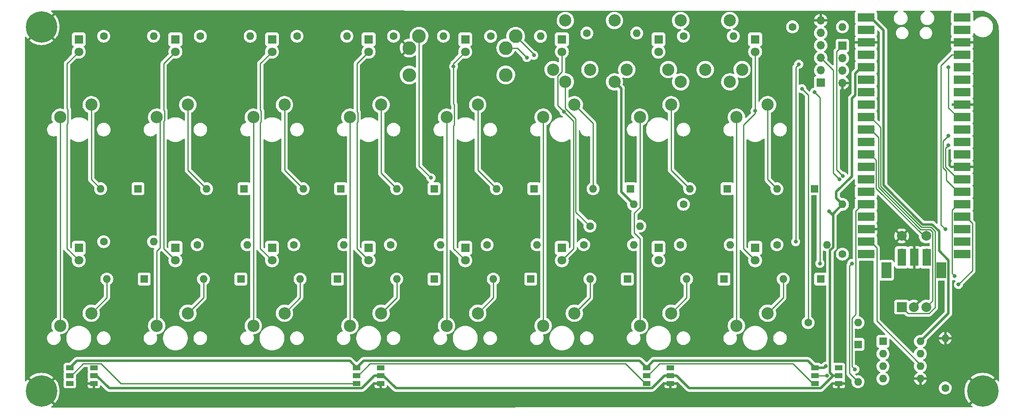
<source format=gbr>
%TF.GenerationSoftware,KiCad,Pcbnew,(6.0.10-0)*%
%TF.CreationDate,2022-12-28T18:35:22+01:00*%
%TF.ProjectId,seeq,73656571-2e6b-4696-9361-645f70636258,rev?*%
%TF.SameCoordinates,Original*%
%TF.FileFunction,Copper,L2,Bot*%
%TF.FilePolarity,Positive*%
%FSLAX46Y46*%
G04 Gerber Fmt 4.6, Leading zero omitted, Abs format (unit mm)*
G04 Created by KiCad (PCBNEW (6.0.10-0)) date 2022-12-28 18:35:22*
%MOMM*%
%LPD*%
G01*
G04 APERTURE LIST*
%TA.AperFunction,ComponentPad*%
%ADD10C,2.500000*%
%TD*%
%TA.AperFunction,ComponentPad*%
%ADD11R,1.600000X1.600000*%
%TD*%
%TA.AperFunction,ComponentPad*%
%ADD12O,1.600000X1.600000*%
%TD*%
%TA.AperFunction,ComponentPad*%
%ADD13C,1.600000*%
%TD*%
%TA.AperFunction,ComponentPad*%
%ADD14R,1.800000X1.800000*%
%TD*%
%TA.AperFunction,ComponentPad*%
%ADD15C,1.800000*%
%TD*%
%TA.AperFunction,ComponentPad*%
%ADD16C,6.400000*%
%TD*%
%TA.AperFunction,ComponentPad*%
%ADD17R,1.700000X1.700000*%
%TD*%
%TA.AperFunction,ComponentPad*%
%ADD18O,1.700000X1.700000*%
%TD*%
%TA.AperFunction,ComponentPad*%
%ADD19R,2.000000X2.000000*%
%TD*%
%TA.AperFunction,ComponentPad*%
%ADD20C,2.000000*%
%TD*%
%TA.AperFunction,ComponentPad*%
%ADD21R,2.000000X3.200000*%
%TD*%
%TA.AperFunction,SMDPad,CuDef*%
%ADD22R,3.500000X1.700000*%
%TD*%
%TA.AperFunction,SMDPad,CuDef*%
%ADD23R,1.700000X3.500000*%
%TD*%
%TA.AperFunction,SMDPad,CuDef*%
%ADD24R,1.500000X1.000000*%
%TD*%
%TA.AperFunction,ComponentPad*%
%ADD25C,2.800000*%
%TD*%
%TA.AperFunction,ViaPad*%
%ADD26C,0.800000*%
%TD*%
%TA.AperFunction,Conductor*%
%ADD27C,0.250000*%
%TD*%
%TA.AperFunction,Conductor*%
%ADD28C,0.500000*%
%TD*%
G04 APERTURE END LIST*
D10*
%TO.P,SW16,1*%
%TO.N,Net-(D32-Pad2)*%
X184785000Y-88265000D03*
%TO.P,SW16,2*%
%TO.N,Net-(SW12-Pad2)*%
X178435000Y-90805000D03*
%TD*%
%TO.P,SW15,1*%
%TO.N,Net-(D31-Pad2)*%
X165100000Y-88265000D03*
%TO.P,SW15,2*%
%TO.N,Net-(SW11-Pad2)*%
X158750000Y-90805000D03*
%TD*%
%TO.P,SW14,1*%
%TO.N,Net-(D30-Pad2)*%
X145415000Y-88265000D03*
%TO.P,SW14,2*%
%TO.N,Net-(SW10-Pad2)*%
X139065000Y-90805000D03*
%TD*%
%TO.P,SW13,1*%
%TO.N,Net-(D29-Pad2)*%
X125730000Y-88265000D03*
%TO.P,SW13,2*%
%TO.N,Net-(SW1-Pad2)*%
X119380000Y-90805000D03*
%TD*%
%TO.P,SW12,1*%
%TO.N,Net-(D28-Pad2)*%
X106045000Y-88265000D03*
%TO.P,SW12,2*%
%TO.N,Net-(SW12-Pad2)*%
X99695000Y-90805000D03*
%TD*%
%TO.P,SW11,1*%
%TO.N,Net-(D27-Pad2)*%
X86360000Y-88265000D03*
%TO.P,SW11,2*%
%TO.N,Net-(SW11-Pad2)*%
X80010000Y-90805000D03*
%TD*%
%TO.P,SW10,1*%
%TO.N,Net-(D26-Pad2)*%
X66675000Y-88265000D03*
%TO.P,SW10,2*%
%TO.N,Net-(SW10-Pad2)*%
X60325000Y-90805000D03*
%TD*%
%TO.P,SW9,1*%
%TO.N,Net-(D25-Pad2)*%
X46990000Y-88265000D03*
%TO.P,SW9,2*%
%TO.N,Net-(SW1-Pad2)*%
X40640000Y-90805000D03*
%TD*%
%TO.P,SW8,1*%
%TO.N,Net-(D16-Pad2)*%
X184785000Y-45720000D03*
%TO.P,SW8,2*%
%TO.N,Net-(SW12-Pad2)*%
X178435000Y-48260000D03*
%TD*%
%TO.P,SW7,1*%
%TO.N,Net-(D15-Pad2)*%
X165100000Y-45720000D03*
%TO.P,SW7,2*%
%TO.N,Net-(SW11-Pad2)*%
X158750000Y-48260000D03*
%TD*%
%TO.P,SW6,1*%
%TO.N,Net-(D14-Pad2)*%
X145415000Y-45720000D03*
%TO.P,SW6,2*%
%TO.N,Net-(SW10-Pad2)*%
X139065000Y-48260000D03*
%TD*%
%TO.P,SW5,1*%
%TO.N,Net-(D13-Pad2)*%
X125730000Y-45720000D03*
%TO.P,SW5,2*%
%TO.N,Net-(SW1-Pad2)*%
X119380000Y-48260000D03*
%TD*%
%TO.P,SW4,1*%
%TO.N,Net-(D12-Pad2)*%
X106045000Y-45720000D03*
%TO.P,SW4,2*%
%TO.N,Net-(SW12-Pad2)*%
X99695000Y-48260000D03*
%TD*%
%TO.P,SW3,1*%
%TO.N,Net-(D11-Pad2)*%
X86360000Y-45720000D03*
%TO.P,SW3,2*%
%TO.N,Net-(SW11-Pad2)*%
X80010000Y-48260000D03*
%TD*%
%TO.P,SW2,1*%
%TO.N,Net-(D10-Pad2)*%
X66675000Y-45720000D03*
%TO.P,SW2,2*%
%TO.N,Net-(SW10-Pad2)*%
X60325000Y-48260000D03*
%TD*%
%TO.P,SW1,1*%
%TO.N,Net-(D9-Pad2)*%
X46990000Y-45720000D03*
%TO.P,SW1,2*%
%TO.N,Net-(SW1-Pad2)*%
X40640000Y-48260000D03*
%TD*%
D11*
%TO.P,D10,1,K*%
%TO.N,Net-(D10-Pad1)*%
X78105000Y-62865000D03*
D12*
%TO.P,D10,2,A*%
%TO.N,Net-(D10-Pad2)*%
X70485000Y-62865000D03*
%TD*%
D13*
%TO.P,R10,1*%
%TO.N,Net-(D3-Pad1)*%
X88900000Y-31750000D03*
D12*
%TO.P,R10,2*%
%TO.N,Net-(R10-Pad2)*%
X99060000Y-31750000D03*
%TD*%
D13*
%TO.P,R16,1*%
%TO.N,Net-(D18-Pad1)*%
X68580000Y-74295000D03*
D12*
%TO.P,R16,2*%
%TO.N,Net-(R12-Pad2)*%
X78740000Y-74295000D03*
%TD*%
D11*
%TO.P,U1,1,NC*%
%TO.N,unconnected-(U1-Pad1)*%
X208290000Y-93990000D03*
D12*
%TO.P,U1,2,C1*%
%TO.N,Net-(D33-Pad1)*%
X208290000Y-96530000D03*
%TO.P,U1,3,C2*%
%TO.N,Net-(D33-Pad2)*%
X208290000Y-99070000D03*
%TO.P,U1,4,NC*%
%TO.N,unconnected-(U1-Pad4)*%
X208290000Y-101610000D03*
%TO.P,U1,5,GND*%
%TO.N,GND*%
X215910000Y-101610000D03*
%TO.P,U1,6,VO2*%
%TO.N,Net-(R2-Pad1)*%
X215910000Y-99070000D03*
%TO.P,U1,7,VO1*%
%TO.N,Net-(R1-Pad1)*%
X215910000Y-96530000D03*
%TO.P,U1,8,VCC*%
%TO.N,+5V*%
X215910000Y-93990000D03*
%TD*%
D11*
%TO.P,D31,1,K*%
%TO.N,Net-(D29-Pad1)*%
X175895000Y-81280000D03*
D12*
%TO.P,D31,2,A*%
%TO.N,Net-(D31-Pad2)*%
X168275000Y-81280000D03*
%TD*%
D14*
%TO.P,D24,1,K*%
%TO.N,Net-(D24-Pad1)*%
X182245000Y-74925000D03*
D15*
%TO.P,D24,2,A*%
%TO.N,Net-(D20-Pad2)*%
X182245000Y-77465000D03*
%TD*%
D14*
%TO.P,D7,1,K*%
%TO.N,Net-(D7-Pad1)*%
X162560000Y-32380000D03*
D15*
%TO.P,D7,2,A*%
%TO.N,Net-(D19-Pad2)*%
X162560000Y-34920000D03*
%TD*%
D11*
%TO.P,D33,1,K*%
%TO.N,Net-(D33-Pad1)*%
X203200000Y-94615000D03*
D12*
%TO.P,D33,2,A*%
%TO.N,Net-(D33-Pad2)*%
X203200000Y-102235000D03*
%TD*%
D14*
%TO.P,D1,1,K*%
%TO.N,Net-(D1-Pad1)*%
X44450000Y-32380000D03*
D15*
%TO.P,D1,2,A*%
%TO.N,Net-(D1-Pad2)*%
X44450000Y-34920000D03*
%TD*%
D14*
%TO.P,D4,1,K*%
%TO.N,Net-(D4-Pad1)*%
X103505000Y-32380000D03*
D15*
%TO.P,D4,2,A*%
%TO.N,Net-(D20-Pad2)*%
X103505000Y-34920000D03*
%TD*%
D16*
%TO.P,H2,1,1*%
%TO.N,GND*%
X36830000Y-104140000D03*
%TD*%
D11*
%TO.P,D29,1,K*%
%TO.N,Net-(D29-Pad1)*%
X136525000Y-81280000D03*
D12*
%TO.P,D29,2,A*%
%TO.N,Net-(D29-Pad2)*%
X128905000Y-81280000D03*
%TD*%
D13*
%TO.P,R11,1*%
%TO.N,Net-(D7-Pad1)*%
X167640000Y-31750000D03*
D12*
%TO.P,R11,2*%
%TO.N,Net-(R11-Pad2)*%
X177800000Y-31750000D03*
%TD*%
D14*
%TO.P,D23,1,K*%
%TO.N,Net-(D23-Pad1)*%
X162560000Y-74925000D03*
D15*
%TO.P,D23,2,A*%
%TO.N,Net-(D19-Pad2)*%
X162560000Y-77465000D03*
%TD*%
D13*
%TO.P,R6,1*%
%TO.N,Net-(D4-Pad1)*%
X108585000Y-31750000D03*
D12*
%TO.P,R6,2*%
%TO.N,Net-(R10-Pad2)*%
X118745000Y-31750000D03*
%TD*%
D14*
%TO.P,D8,1,K*%
%TO.N,Net-(D8-Pad1)*%
X182245000Y-32380000D03*
D15*
%TO.P,D8,2,A*%
%TO.N,Net-(D20-Pad2)*%
X182245000Y-34920000D03*
%TD*%
D11*
%TO.P,D9,1,K*%
%TO.N,Net-(D10-Pad1)*%
X56515000Y-62865000D03*
D12*
%TO.P,D9,2,A*%
%TO.N,Net-(D9-Pad2)*%
X48895000Y-62865000D03*
%TD*%
D11*
%TO.P,D25,1,K*%
%TO.N,Net-(D25-Pad1)*%
X57785000Y-81280000D03*
D12*
%TO.P,D25,2,A*%
%TO.N,Net-(D25-Pad2)*%
X50165000Y-81280000D03*
%TD*%
D13*
%TO.P,R15,1*%
%TO.N,Net-(D6-Pad1)*%
X147955000Y-31115000D03*
D12*
%TO.P,R15,2*%
%TO.N,Net-(R11-Pad2)*%
X158115000Y-31115000D03*
%TD*%
D17*
%TO.P,J4,1,Pin_1*%
%TO.N,SDA*%
X200025000Y-33655000D03*
D18*
%TO.P,J4,2,Pin_2*%
%TO.N,SCL*%
X200025000Y-36195000D03*
%TO.P,J4,3,Pin_3*%
%TO.N,+3V3*%
X200025000Y-38735000D03*
%TO.P,J4,4,Pin_4*%
%TO.N,GND*%
X200025000Y-41275000D03*
%TD*%
D14*
%TO.P,D21,1,K*%
%TO.N,Net-(D21-Pad1)*%
X123190000Y-74925000D03*
D15*
%TO.P,D21,2,A*%
%TO.N,Net-(D1-Pad2)*%
X123190000Y-77465000D03*
%TD*%
D14*
%TO.P,D5,1,K*%
%TO.N,Net-(D5-Pad1)*%
X123190000Y-32380000D03*
D15*
%TO.P,D5,2,A*%
%TO.N,Net-(D1-Pad2)*%
X123190000Y-34920000D03*
%TD*%
D11*
%TO.P,D13,1,K*%
%TO.N,Net-(D13-Pad1)*%
X137160000Y-62865000D03*
D12*
%TO.P,D13,2,A*%
%TO.N,Net-(D13-Pad2)*%
X129540000Y-62865000D03*
%TD*%
D11*
%TO.P,D16,1,K*%
%TO.N,Net-(D13-Pad1)*%
X194310000Y-62865000D03*
D12*
%TO.P,D16,2,A*%
%TO.N,Net-(D16-Pad2)*%
X186690000Y-62865000D03*
%TD*%
D13*
%TO.P,R14,1*%
%TO.N,Net-(D2-Pad1)*%
X69215000Y-31750000D03*
D12*
%TO.P,R14,2*%
%TO.N,Net-(R10-Pad2)*%
X79375000Y-31750000D03*
%TD*%
D11*
%TO.P,D30,1,K*%
%TO.N,Net-(D29-Pad1)*%
X156210000Y-81280000D03*
D12*
%TO.P,D30,2,A*%
%TO.N,Net-(D30-Pad2)*%
X148590000Y-81280000D03*
%TD*%
D13*
%TO.P,R13,1*%
%TO.N,Net-(D23-Pad1)*%
X167005000Y-74295000D03*
D12*
%TO.P,R13,2*%
%TO.N,Net-(R13-Pad2)*%
X177165000Y-74295000D03*
%TD*%
D14*
%TO.P,D17,1,K*%
%TO.N,Net-(D17-Pad1)*%
X44450000Y-74925000D03*
D15*
%TO.P,D17,2,A*%
%TO.N,Net-(D1-Pad2)*%
X44450000Y-77465000D03*
%TD*%
D11*
%TO.P,D28,1,K*%
%TO.N,Net-(D25-Pad1)*%
X116840000Y-81280000D03*
D12*
%TO.P,D28,2,A*%
%TO.N,Net-(D28-Pad2)*%
X109220000Y-81280000D03*
%TD*%
D13*
%TO.P,R17,1*%
%TO.N,Net-(D22-Pad1)*%
X147320000Y-74295000D03*
D12*
%TO.P,R17,2*%
%TO.N,Net-(R13-Pad2)*%
X157480000Y-74295000D03*
%TD*%
D13*
%TO.P,R21,1*%
%TO.N,Net-(D21-Pad1)*%
X127635000Y-74295000D03*
D12*
%TO.P,R21,2*%
%TO.N,Net-(R13-Pad2)*%
X137795000Y-74295000D03*
%TD*%
D16*
%TO.P,H1,1,1*%
%TO.N,GND*%
X228600000Y-104140000D03*
%TD*%
D13*
%TO.P,R2,1*%
%TO.N,Net-(R2-Pad1)*%
X200025000Y-76200000D03*
D12*
%TO.P,R2,2*%
%TO.N,+3V3*%
X200025000Y-66040000D03*
%TD*%
D11*
%TO.P,D27,1,K*%
%TO.N,Net-(D25-Pad1)*%
X97155000Y-81280000D03*
D12*
%TO.P,D27,2,A*%
%TO.N,Net-(D27-Pad2)*%
X89535000Y-81280000D03*
%TD*%
D13*
%TO.P,R5,1*%
%TO.N,Net-(J6-Pad5)*%
X148590000Y-70485000D03*
D12*
%TO.P,R5,2*%
%TO.N,Net-(R5-Pad2)*%
X158750000Y-70485000D03*
%TD*%
D14*
%TO.P,D2,1,K*%
%TO.N,Net-(D2-Pad1)*%
X64135000Y-32380000D03*
D15*
%TO.P,D2,2,A*%
%TO.N,Net-(D18-Pad2)*%
X64135000Y-34920000D03*
%TD*%
D13*
%TO.P,R18,1*%
%TO.N,Net-(D1-Pad1)*%
X49530000Y-31750000D03*
D12*
%TO.P,R18,2*%
%TO.N,Net-(R10-Pad2)*%
X59690000Y-31750000D03*
%TD*%
D13*
%TO.P,R8,1*%
%TO.N,Net-(D20-Pad1)*%
X107950000Y-74295000D03*
D12*
%TO.P,R8,2*%
%TO.N,Net-(R12-Pad2)*%
X118110000Y-74295000D03*
%TD*%
D13*
%TO.P,R7,1*%
%TO.N,Net-(D8-Pad1)*%
X189865000Y-29845000D03*
D12*
%TO.P,R7,2*%
%TO.N,Net-(R11-Pad2)*%
X200025000Y-29845000D03*
%TD*%
D14*
%TO.P,D18,1,K*%
%TO.N,Net-(D18-Pad1)*%
X64135000Y-74925000D03*
D15*
%TO.P,D18,2,A*%
%TO.N,Net-(D18-Pad2)*%
X64135000Y-77465000D03*
%TD*%
D13*
%TO.P,R20,1*%
%TO.N,Net-(D17-Pad1)*%
X49530000Y-73660000D03*
D12*
%TO.P,R20,2*%
%TO.N,Net-(R12-Pad2)*%
X59690000Y-73660000D03*
%TD*%
D13*
%TO.P,R1,1*%
%TO.N,Net-(R1-Pad1)*%
X220980000Y-103505000D03*
D12*
%TO.P,R1,2*%
%TO.N,GND*%
X220980000Y-93345000D03*
%TD*%
D14*
%TO.P,D20,1,K*%
%TO.N,Net-(D20-Pad1)*%
X103505000Y-74925000D03*
D15*
%TO.P,D20,2,A*%
%TO.N,Net-(D20-Pad2)*%
X103505000Y-77465000D03*
%TD*%
D11*
%TO.P,D14,1,K*%
%TO.N,Net-(D13-Pad1)*%
X156845000Y-62865000D03*
D12*
%TO.P,D14,2,A*%
%TO.N,Net-(D14-Pad2)*%
X149225000Y-62865000D03*
%TD*%
D13*
%TO.P,R3,1*%
%TO.N,Net-(J1-Pad4)*%
X193040000Y-90170000D03*
D12*
%TO.P,R3,2*%
%TO.N,Net-(D33-Pad1)*%
X203200000Y-90170000D03*
%TD*%
D11*
%TO.P,D26,1,K*%
%TO.N,Net-(D25-Pad1)*%
X77470000Y-81280000D03*
D12*
%TO.P,D26,2,A*%
%TO.N,Net-(D26-Pad2)*%
X69850000Y-81280000D03*
%TD*%
D11*
%TO.P,D32,1,K*%
%TO.N,Net-(D29-Pad1)*%
X195580000Y-81280000D03*
D12*
%TO.P,D32,2,A*%
%TO.N,Net-(D32-Pad2)*%
X187960000Y-81280000D03*
%TD*%
D14*
%TO.P,D22,1,K*%
%TO.N,Net-(D22-Pad1)*%
X142875000Y-74925000D03*
D15*
%TO.P,D22,2,A*%
%TO.N,Net-(D18-Pad2)*%
X142875000Y-77465000D03*
%TD*%
D16*
%TO.P,H3,1,1*%
%TO.N,GND*%
X36830000Y-29845000D03*
%TD*%
D14*
%TO.P,D3,1,K*%
%TO.N,Net-(D3-Pad1)*%
X83820000Y-32380000D03*
D15*
%TO.P,D3,2,A*%
%TO.N,Net-(D19-Pad2)*%
X83820000Y-34920000D03*
%TD*%
D14*
%TO.P,D19,1,K*%
%TO.N,Net-(D19-Pad1)*%
X83820000Y-74925000D03*
D15*
%TO.P,D19,2,A*%
%TO.N,Net-(D19-Pad2)*%
X83820000Y-77465000D03*
%TD*%
D19*
%TO.P,SW17,A,A*%
%TO.N,Net-(SW17-PadA)*%
X212090000Y-86995000D03*
D20*
%TO.P,SW17,B,B*%
%TO.N,Net-(SW17-PadB)*%
X217090000Y-86995000D03*
%TO.P,SW17,C,C*%
%TO.N,GND*%
X214590000Y-86995000D03*
D21*
%TO.P,SW17,MP*%
%TO.N,N/C*%
X208990000Y-79495000D03*
X220190000Y-79495000D03*
D20*
%TO.P,SW17,S1,S1*%
%TO.N,Net-(SW17-PadS1)*%
X217090000Y-72495000D03*
%TO.P,SW17,S2,S2*%
%TO.N,GND*%
X212090000Y-72495000D03*
%TD*%
D14*
%TO.P,D6,1,K*%
%TO.N,Net-(D6-Pad1)*%
X142875000Y-32380000D03*
D15*
%TO.P,D6,2,A*%
%TO.N,Net-(D18-Pad2)*%
X142875000Y-34920000D03*
%TD*%
D13*
%TO.P,R4,1*%
%TO.N,+3V3*%
X167640000Y-66040000D03*
D12*
%TO.P,R4,2*%
%TO.N,Net-(J6-Pad4)*%
X157480000Y-66040000D03*
%TD*%
D13*
%TO.P,R19,1*%
%TO.N,Net-(D5-Pad1)*%
X128370000Y-31760000D03*
D12*
%TO.P,R19,2*%
%TO.N,Net-(R11-Pad2)*%
X138530000Y-31760000D03*
%TD*%
D13*
%TO.P,R12,1*%
%TO.N,Net-(D19-Pad1)*%
X88265000Y-74295000D03*
D12*
%TO.P,R12,2*%
%TO.N,Net-(R12-Pad2)*%
X98425000Y-74295000D03*
%TD*%
D11*
%TO.P,D15,1,K*%
%TO.N,Net-(D13-Pad1)*%
X176530000Y-62865000D03*
D12*
%TO.P,D15,2,A*%
%TO.N,Net-(D15-Pad2)*%
X168910000Y-62865000D03*
%TD*%
D11*
%TO.P,D12,1,K*%
%TO.N,Net-(D10-Pad1)*%
X116840000Y-62865000D03*
D12*
%TO.P,D12,2,A*%
%TO.N,Net-(D12-Pad2)*%
X109220000Y-62865000D03*
%TD*%
D13*
%TO.P,R9,1*%
%TO.N,Net-(D24-Pad1)*%
X186690000Y-74295000D03*
D12*
%TO.P,R9,2*%
%TO.N,Net-(R13-Pad2)*%
X196850000Y-74295000D03*
%TD*%
D11*
%TO.P,D11,1,K*%
%TO.N,Net-(D10-Pad1)*%
X97790000Y-62865000D03*
D12*
%TO.P,D11,2,A*%
%TO.N,Net-(D11-Pad2)*%
X90170000Y-62865000D03*
%TD*%
D18*
%TO.P,U2,1,GPIO0*%
%TO.N,Net-(R10-Pad2)*%
X223520000Y-27940000D03*
D22*
X224420000Y-27940000D03*
D18*
%TO.P,U2,2,GPIO1*%
%TO.N,Net-(R11-Pad2)*%
X223520000Y-30480000D03*
D22*
X224420000Y-30480000D03*
%TO.P,U2,3,GND*%
%TO.N,GND*%
X224420000Y-33020000D03*
D17*
X223520000Y-33020000D03*
D18*
%TO.P,U2,4,GPIO2*%
%TO.N,Net-(R12-Pad2)*%
X223520000Y-35560000D03*
D22*
X224420000Y-35560000D03*
D18*
%TO.P,U2,5,GPIO3*%
%TO.N,Net-(R13-Pad2)*%
X223520000Y-38100000D03*
D22*
X224420000Y-38100000D03*
%TO.P,U2,6,GPIO4*%
%TO.N,Net-(D1-Pad2)*%
X224420000Y-40640000D03*
D18*
X223520000Y-40640000D03*
D22*
%TO.P,U2,7,GPIO5*%
%TO.N,Net-(D18-Pad2)*%
X224420000Y-43180000D03*
D18*
X223520000Y-43180000D03*
D17*
%TO.P,U2,8,GND*%
%TO.N,GND*%
X223520000Y-45720000D03*
D22*
X224420000Y-45720000D03*
D18*
%TO.P,U2,9,GPIO6*%
%TO.N,Net-(D19-Pad2)*%
X223520000Y-48260000D03*
D22*
X224420000Y-48260000D03*
D18*
%TO.P,U2,10,GPIO7*%
%TO.N,Net-(D20-Pad2)*%
X223520000Y-50800000D03*
D22*
X224420000Y-50800000D03*
D18*
%TO.P,U2,11,GPIO8*%
%TO.N,Net-(SW1-Pad2)*%
X223520000Y-53340000D03*
D22*
X224420000Y-53340000D03*
%TO.P,U2,12,GPIO9*%
%TO.N,Net-(SW10-Pad2)*%
X224420000Y-55880000D03*
D18*
X223520000Y-55880000D03*
D22*
%TO.P,U2,13,GND*%
%TO.N,GND*%
X224420000Y-58420000D03*
D17*
X223520000Y-58420000D03*
D22*
%TO.P,U2,14,GPIO10*%
%TO.N,Net-(SW11-Pad2)*%
X224420000Y-60960000D03*
D18*
X223520000Y-60960000D03*
D22*
%TO.P,U2,15,GPIO11*%
%TO.N,Net-(SW12-Pad2)*%
X224420000Y-63500000D03*
D18*
X223520000Y-63500000D03*
D22*
%TO.P,U2,16,GPIO12*%
%TO.N,Net-(D29-Pad1)*%
X224420000Y-66040000D03*
D18*
X223520000Y-66040000D03*
D22*
%TO.P,U2,17,GPIO13*%
%TO.N,Net-(D25-Pad1)*%
X224420000Y-68580000D03*
D18*
X223520000Y-68580000D03*
D22*
%TO.P,U2,18,GND*%
%TO.N,GND*%
X224420000Y-71120000D03*
D17*
X223520000Y-71120000D03*
D22*
%TO.P,U2,19,GPIO14*%
%TO.N,Net-(D13-Pad1)*%
X224420000Y-73660000D03*
D18*
X223520000Y-73660000D03*
%TO.P,U2,20,GPIO15*%
%TO.N,Net-(D10-Pad1)*%
X223520000Y-76200000D03*
D22*
X224420000Y-76200000D03*
D18*
%TO.P,U2,21,GPIO16*%
%TO.N,Net-(R5-Pad2)*%
X205740000Y-76200000D03*
D22*
X204840000Y-76200000D03*
D18*
%TO.P,U2,22,GPIO17*%
%TO.N,Net-(R2-Pad1)*%
X205740000Y-73660000D03*
D22*
X204840000Y-73660000D03*
D17*
%TO.P,U2,23,GND*%
%TO.N,GND*%
X205740000Y-71120000D03*
D22*
X204840000Y-71120000D03*
%TO.P,U2,24,GPIO18*%
%TO.N,Net-(J5-PadS)*%
X204840000Y-68580000D03*
D18*
X205740000Y-68580000D03*
%TO.P,U2,25,GPIO19*%
%TO.N,LED*%
X205740000Y-66040000D03*
D22*
X204840000Y-66040000D03*
%TO.P,U2,26,GPIO20*%
%TO.N,SCL*%
X204840000Y-63500000D03*
D18*
X205740000Y-63500000D03*
%TO.P,U2,27,GPIO21*%
%TO.N,SDA*%
X205740000Y-60960000D03*
D22*
X204840000Y-60960000D03*
D17*
%TO.P,U2,28,GND*%
%TO.N,GND*%
X205740000Y-58420000D03*
D22*
X204840000Y-58420000D03*
D18*
%TO.P,U2,29,GPIO22*%
%TO.N,Net-(SW17-PadS1)*%
X205740000Y-55880000D03*
D22*
X204840000Y-55880000D03*
%TO.P,U2,30,RUN*%
%TO.N,unconnected-(U2-Pad30)*%
X204840000Y-53340000D03*
D18*
X205740000Y-53340000D03*
D22*
%TO.P,U2,31,GPIO26_ADC0*%
%TO.N,Net-(SW17-PadB)*%
X204840000Y-50800000D03*
D18*
X205740000Y-50800000D03*
D22*
%TO.P,U2,32,GPIO27_ADC1*%
%TO.N,Net-(SW17-PadA)*%
X204840000Y-48260000D03*
D18*
X205740000Y-48260000D03*
D22*
%TO.P,U2,33,AGND*%
%TO.N,GNDA*%
X204840000Y-45720000D03*
D17*
X205740000Y-45720000D03*
D22*
%TO.P,U2,34,GPIO28_ADC2*%
%TO.N,unconnected-(U2-Pad34)*%
X204840000Y-43180000D03*
D18*
X205740000Y-43180000D03*
%TO.P,U2,35,ADC_VREF*%
%TO.N,unconnected-(U2-Pad35)*%
X205740000Y-40640000D03*
D22*
X204840000Y-40640000D03*
D18*
%TO.P,U2,36,3V3*%
%TO.N,+3V3*%
X205740000Y-38100000D03*
D22*
X204840000Y-38100000D03*
%TO.P,U2,37,3V3_EN*%
%TO.N,unconnected-(U2-Pad37)*%
X204840000Y-35560000D03*
D18*
X205740000Y-35560000D03*
D22*
%TO.P,U2,38,GND*%
%TO.N,GND*%
X204840000Y-33020000D03*
D17*
X205740000Y-33020000D03*
D22*
%TO.P,U2,39,VSYS*%
%TO.N,unconnected-(U2-Pad39)*%
X204840000Y-30480000D03*
D18*
X205740000Y-30480000D03*
D22*
%TO.P,U2,40,VBUS*%
%TO.N,+5V*%
X204840000Y-27940000D03*
D18*
X205740000Y-27940000D03*
D23*
%TO.P,U2,41,SWCLK*%
%TO.N,unconnected-(U2-Pad41)*%
X217170000Y-76870000D03*
D18*
X217170000Y-75970000D03*
D23*
%TO.P,U2,42,GND*%
%TO.N,GND*%
X214630000Y-76870000D03*
D17*
X214630000Y-75970000D03*
D23*
%TO.P,U2,43,SWDIO*%
%TO.N,unconnected-(U2-Pad43)*%
X212090000Y-76870000D03*
D18*
X212090000Y-75970000D03*
%TD*%
D24*
%TO.P,D37,1,DOUT*%
%TO.N,unconnected-(D37-Pad1)*%
X42635000Y-102565000D03*
%TO.P,D37,2,DIN*%
%TO.N,Net-(D36-Pad1)*%
X42635000Y-100965000D03*
%TO.P,D37,3,VCC*%
%TO.N,+5V*%
X42635000Y-99365000D03*
%TO.P,D37,4,NC*%
%TO.N,unconnected-(D37-Pad4)*%
X47535000Y-99365000D03*
%TO.P,D37,5,VDD*%
%TO.N,+3V3*%
X47535000Y-100965000D03*
%TO.P,D37,6,VSS*%
%TO.N,GND*%
X47535000Y-102565000D03*
%TD*%
D10*
%TO.P,J6,1*%
%TO.N,unconnected-(J6-Pad1)*%
X156090000Y-38560000D03*
%TO.P,J6,2*%
%TO.N,unconnected-(J6-Pad2)*%
X148590000Y-38560000D03*
%TO.P,J6,3*%
%TO.N,unconnected-(J6-Pad3)*%
X141090000Y-38560000D03*
%TO.P,J6,4*%
%TO.N,Net-(J6-Pad4)*%
X153590000Y-41060000D03*
%TO.P,J6,5*%
%TO.N,Net-(J6-Pad5)*%
X143590000Y-41060000D03*
%TO.P,J6,6*%
%TO.N,N/C*%
X143590000Y-28560000D03*
X153590000Y-28560000D03*
%TD*%
D24*
%TO.P,D34,1,DOUT*%
%TO.N,Net-(D34-Pad1)*%
X194400000Y-102565000D03*
%TO.P,D34,2,DIN*%
%TO.N,LED*%
X194400000Y-100965000D03*
%TO.P,D34,3,VCC*%
%TO.N,+5V*%
X194400000Y-99365000D03*
%TO.P,D34,4,NC*%
%TO.N,unconnected-(D34-Pad4)*%
X199300000Y-99365000D03*
%TO.P,D34,5,VDD*%
%TO.N,+3V3*%
X199300000Y-100965000D03*
%TO.P,D34,6,VSS*%
%TO.N,GND*%
X199300000Y-102565000D03*
%TD*%
%TO.P,D36,1,DOUT*%
%TO.N,Net-(D36-Pad1)*%
X101055000Y-102565000D03*
%TO.P,D36,2,DIN*%
%TO.N,Net-(D35-Pad1)*%
X101055000Y-100965000D03*
%TO.P,D36,3,VCC*%
%TO.N,+5V*%
X101055000Y-99365000D03*
%TO.P,D36,4,NC*%
%TO.N,unconnected-(D36-Pad4)*%
X105955000Y-99365000D03*
%TO.P,D36,5,VDD*%
%TO.N,+3V3*%
X105955000Y-100965000D03*
%TO.P,D36,6,VSS*%
%TO.N,GND*%
X105955000Y-102565000D03*
%TD*%
D25*
%TO.P,J2,R*%
%TO.N,N/C*%
X131450000Y-39660000D03*
%TO.P,J2,S*%
%TO.N,Net-(J2-PadS)*%
X133450000Y-31760000D03*
%TO.P,J2,T*%
%TO.N,Net-(J2-PadT)*%
X131450000Y-34160000D03*
%TD*%
D17*
%TO.P,J3,1,Pin_1*%
%TO.N,Net-(J2-PadT)*%
X195605000Y-41245000D03*
D18*
%TO.P,J3,2,Pin_2*%
%TO.N,Net-(J2-PadS)*%
X195605000Y-38705000D03*
%TO.P,J3,3,Pin_3*%
%TO.N,SCL*%
X195605000Y-36165000D03*
%TO.P,J3,4,Pin_4*%
%TO.N,SDA*%
X195605000Y-33625000D03*
%TO.P,J3,5,Pin_5*%
%TO.N,+5V*%
X195605000Y-31085000D03*
%TO.P,J3,6,Pin_6*%
%TO.N,GND*%
X195605000Y-28545000D03*
%TD*%
D10*
%TO.P,J1,1*%
%TO.N,unconnected-(J1-Pad1)*%
X179585000Y-38560000D03*
%TO.P,J1,2*%
%TO.N,unconnected-(J1-Pad2)*%
X172085000Y-38560000D03*
%TO.P,J1,3*%
%TO.N,unconnected-(J1-Pad3)*%
X164585000Y-38560000D03*
%TO.P,J1,4*%
%TO.N,Net-(J1-Pad4)*%
X177085000Y-41060000D03*
%TO.P,J1,5*%
%TO.N,Net-(D33-Pad2)*%
X167085000Y-41060000D03*
%TO.P,J1,6*%
%TO.N,N/C*%
X177085000Y-28560000D03*
X167085000Y-28560000D03*
%TD*%
D24*
%TO.P,D35,1,DOUT*%
%TO.N,Net-(D35-Pad1)*%
X160110000Y-102565000D03*
%TO.P,D35,2,DIN*%
%TO.N,Net-(D34-Pad1)*%
X160110000Y-100965000D03*
%TO.P,D35,3,VCC*%
%TO.N,+5V*%
X160110000Y-99365000D03*
%TO.P,D35,4,NC*%
%TO.N,unconnected-(D35-Pad4)*%
X165010000Y-99365000D03*
%TO.P,D35,5,VDD*%
%TO.N,+3V3*%
X165010000Y-100965000D03*
%TO.P,D35,6,VSS*%
%TO.N,GND*%
X165010000Y-102565000D03*
%TD*%
D25*
%TO.P,J5,R*%
%TO.N,N/C*%
X111765000Y-39660000D03*
%TO.P,J5,S*%
%TO.N,Net-(J5-PadS)*%
X113765000Y-31760000D03*
%TO.P,J5,T*%
%TO.N,GND*%
X111765000Y-34160000D03*
%TD*%
D26*
%TO.N,Net-(D29-Pad1)*%
X222885000Y-80645000D03*
%TO.N,Net-(D18-Pad2)*%
X143315201Y-47184799D03*
%TO.N,Net-(SW11-Pad2)*%
X221615000Y-53975000D03*
%TO.N,Net-(SW12-Pad2)*%
X221615000Y-52070000D03*
%TO.N,GND*%
X201295000Y-40005000D03*
X201930000Y-33655000D03*
%TO.N,+3V3*%
X197290201Y-67504799D03*
%TO.N,+5V*%
X196635500Y-99060000D03*
%TO.N,Net-(D20-Pad2)*%
X182245000Y-46990000D03*
%TO.N,Net-(J1-Pad4)*%
X191770000Y-42455500D03*
%TO.N,Net-(J2-PadS)*%
X137160000Y-35655989D03*
%TO.N,Net-(J2-PadT)*%
X135734511Y-36105500D03*
%TO.N,Net-(D33-Pad2)*%
X195434511Y-78105000D03*
X201930000Y-78105000D03*
X194310000Y-43180000D03*
%TO.N,SCL*%
X199390000Y-60960000D03*
%TO.N,SDA*%
X200096755Y-60253245D03*
%TO.N,LED*%
X196850000Y-100965000D03*
X202565000Y-99695000D03*
%TO.N,Net-(J5-PadS)*%
X116205000Y-60639700D03*
%TO.N,Net-(D25-Pad1)*%
X223665489Y-82404511D03*
%TO.N,Net-(D1-Pad2)*%
X120815479Y-37934521D03*
%TO.N,Net-(D19-Pad2)*%
X221615000Y-38100000D03*
%TO.N,Net-(R12-Pad2)*%
X220980000Y-71120000D03*
%TO.N,Net-(R13-Pad2)*%
X191135000Y-37465000D03*
X190500000Y-73660000D03*
%TD*%
D27*
%TO.N,Net-(D1-Pad2)*%
X42075479Y-49695479D02*
X42075479Y-75090479D01*
X42075479Y-37294521D02*
X42075479Y-46520479D01*
X42215000Y-49555958D02*
X42215000Y-46660000D01*
X42075479Y-49695479D02*
X42215000Y-49555958D01*
X42215000Y-46660000D02*
X42075479Y-46520479D01*
%TO.N,Net-(D18-Pad2)*%
X64135000Y-77465000D02*
X61760479Y-75090479D01*
X61900000Y-46964042D02*
X61760479Y-46824521D01*
X61760479Y-46824521D02*
X61760479Y-37294521D01*
X61760479Y-75090479D02*
X61760479Y-49051908D01*
X61760479Y-49051908D02*
X61900000Y-48912387D01*
X61760479Y-37294521D02*
X64135000Y-34920000D01*
X61900000Y-48912387D02*
X61900000Y-46964042D01*
%TO.N,Net-(D19-Pad2)*%
X81445479Y-37294521D02*
X81445479Y-46824521D01*
X81445479Y-49364521D02*
X81445479Y-75090479D01*
X81445479Y-49364521D02*
X81585000Y-49225000D01*
X81585000Y-49225000D02*
X81585000Y-46964042D01*
X81585000Y-46964042D02*
X81445479Y-46824521D01*
%TO.N,Net-(D20-Pad2)*%
X101130479Y-49364521D02*
X101130479Y-75090479D01*
X101130479Y-37294521D02*
X101130479Y-47155479D01*
X101130479Y-49364521D02*
X101270000Y-49225000D01*
X101270000Y-49225000D02*
X101270000Y-47295000D01*
X101270000Y-47295000D02*
X101130479Y-47155479D01*
%TO.N,Net-(D1-Pad2)*%
X120815479Y-49999521D02*
X120815479Y-75090479D01*
X120815479Y-37934521D02*
X120815479Y-45554521D01*
X120815479Y-49999521D02*
X120955000Y-49860000D01*
X120955000Y-49860000D02*
X120955000Y-45694042D01*
X120955000Y-45694042D02*
X120815479Y-45554521D01*
%TO.N,Net-(J6-Pad5)*%
X145699032Y-48544032D02*
X143590000Y-46435000D01*
X145699032Y-67594032D02*
X145699032Y-48544032D01*
X143590000Y-46435000D02*
X143590000Y-41060000D01*
%TO.N,Net-(D18-Pad2)*%
X142875000Y-39001696D02*
X142015489Y-39861207D01*
X142015489Y-39861207D02*
X142015489Y-45885087D01*
X142875000Y-34920000D02*
X142875000Y-39001696D01*
X145249521Y-49119119D02*
X143315201Y-47184799D01*
X142015489Y-45885087D02*
X143315201Y-47184799D01*
X145249521Y-75090479D02*
X145249521Y-49119119D01*
X142875000Y-77465000D02*
X145249521Y-75090479D01*
%TO.N,Net-(J6-Pad5)*%
X148590000Y-70485000D02*
X145699032Y-67594032D01*
%TO.N,Net-(D12-Pad2)*%
X106045000Y-45720000D02*
X106045000Y-59690000D01*
%TO.N,Net-(D29-Pad1)*%
X222345489Y-80105489D02*
X222345489Y-67214511D01*
X222885000Y-80645000D02*
X222345489Y-80105489D01*
X222345489Y-67214511D02*
X223520000Y-66040000D01*
%TO.N,Net-(SW1-Pad2)*%
X40640000Y-48260000D02*
X40640000Y-90805000D01*
X119380000Y-48260000D02*
X119380000Y-90805000D01*
%TO.N,Net-(SW10-Pad2)*%
X60325000Y-75565000D02*
X60325000Y-90805000D01*
X60960000Y-48895000D02*
X60325000Y-48260000D01*
X139065000Y-48260000D02*
X139065000Y-90805000D01*
X60960000Y-74930000D02*
X60325000Y-75565000D01*
X60960000Y-74930000D02*
X60960000Y-48895000D01*
%TO.N,Net-(SW11-Pad2)*%
X220980000Y-54610000D02*
X221615000Y-53975000D01*
X157625489Y-71900489D02*
X157625489Y-67799511D01*
X158750000Y-73025000D02*
X157625489Y-71900489D01*
X157625489Y-67799511D02*
X158750000Y-66675000D01*
X220980000Y-58420000D02*
X220980000Y-54610000D01*
X80010000Y-48260000D02*
X80010000Y-90805000D01*
X158750000Y-73025000D02*
X158750000Y-90805000D01*
X223520000Y-60960000D02*
X220980000Y-58420000D01*
X158750000Y-48260000D02*
X158750000Y-66675000D01*
%TO.N,Net-(SW12-Pad2)*%
X221165489Y-61145489D02*
X221165489Y-59241193D01*
X221165489Y-59241193D02*
X220530489Y-58606193D01*
X220530489Y-58606193D02*
X220530489Y-53154511D01*
X178435000Y-48260000D02*
X178435000Y-90805000D01*
X220530489Y-53154511D02*
X221615000Y-52070000D01*
X99695000Y-48260000D02*
X99695000Y-90805000D01*
X223520000Y-63500000D02*
X221165489Y-61145489D01*
D28*
%TO.N,+3V3*%
X198050000Y-100965000D02*
X197485000Y-100400000D01*
X48084022Y-100965000D02*
X47535000Y-100965000D01*
X168809511Y-103514511D02*
X166260000Y-100965000D01*
X105955000Y-100965000D02*
X104705000Y-100965000D01*
X197485000Y-75427076D02*
X198120000Y-74792076D01*
X195599511Y-103514511D02*
X168809511Y-103514511D01*
X109053533Y-103514511D02*
X106504022Y-100965000D01*
X161210489Y-103514511D02*
X109053533Y-103514511D01*
X163760000Y-100965000D02*
X161210489Y-103514511D01*
X50633533Y-103514511D02*
X48084022Y-100965000D01*
X201930000Y-60325000D02*
X198755000Y-63500000D01*
X203880978Y-38100000D02*
X202640489Y-39340489D01*
X165010000Y-100965000D02*
X163760000Y-100965000D01*
X198755000Y-64770000D02*
X200025000Y-66040000D01*
X202640489Y-39340489D02*
X202640489Y-43739511D01*
X198120000Y-67945000D02*
X200025000Y-66040000D01*
X102155489Y-103514511D02*
X50633533Y-103514511D01*
X166260000Y-100965000D02*
X165010000Y-100965000D01*
X198120000Y-68334598D02*
X198120000Y-67945000D01*
X199300000Y-100965000D02*
X198050000Y-100965000D01*
X198120000Y-68334598D02*
X197290201Y-67504799D01*
X198755000Y-63500000D02*
X198755000Y-64770000D01*
X104705000Y-100965000D02*
X102155489Y-103514511D01*
X201930000Y-44450000D02*
X201930000Y-60325000D01*
X205740000Y-38100000D02*
X203880978Y-38100000D01*
X106504022Y-100965000D02*
X105955000Y-100965000D01*
X199300000Y-100965000D02*
X198149022Y-100965000D01*
X197485000Y-100400000D02*
X197485000Y-75427076D01*
X202640489Y-43739511D02*
X201930000Y-44450000D01*
X198149022Y-100965000D02*
X195599511Y-103514511D01*
X198120000Y-74792076D02*
X198120000Y-68334598D01*
D27*
%TO.N,Net-(SW17-PadA)*%
X218071882Y-70720969D02*
X216137405Y-70720969D01*
X218865498Y-71514584D02*
X218071882Y-70720969D01*
X207813551Y-62397115D02*
X207813551Y-50333192D01*
X213414511Y-88319511D02*
X217638632Y-88319511D01*
X217638632Y-88319511D02*
X218865498Y-87092645D01*
X207813551Y-50333192D02*
X205740359Y-48260000D01*
X212090000Y-86995000D02*
X213414511Y-88319511D01*
X216137405Y-70720969D02*
X207813551Y-62397115D01*
X205740359Y-48260000D02*
X205740000Y-48260000D01*
X218865498Y-87092645D02*
X218865498Y-71514584D01*
%TO.N,Net-(SW17-PadB)*%
X218415978Y-71700782D02*
X217885685Y-71170489D01*
X218415978Y-85669022D02*
X218415978Y-71700782D01*
X217090000Y-86995000D02*
X218415978Y-85669022D01*
X215951207Y-71170489D02*
X207364031Y-62583313D01*
X217885685Y-71170489D02*
X215951207Y-71170489D01*
X207364031Y-52424031D02*
X205740000Y-50800000D01*
X207364031Y-62583313D02*
X207364031Y-52424031D01*
%TO.N,Net-(SW17-PadS1)*%
X206914511Y-57054511D02*
X205740000Y-55880000D01*
X217090000Y-72495000D02*
X216640000Y-72495000D01*
X216640000Y-72495000D02*
X206914511Y-62769511D01*
X206914511Y-62769511D02*
X206914511Y-57054511D01*
D28*
%TO.N,+5V*%
X193000978Y-97965978D02*
X161509022Y-97965978D01*
X44034022Y-97965978D02*
X42635000Y-99365000D01*
X221639511Y-77445489D02*
X219710000Y-75515978D01*
X215910000Y-93990000D02*
X221639511Y-88260489D01*
X194400000Y-99365000D02*
X196330500Y-99365000D01*
X194400000Y-99365000D02*
X193000978Y-97965978D01*
X219710000Y-71546606D02*
X218309852Y-70146458D01*
X219710000Y-75515978D02*
X219710000Y-71546606D01*
X101055000Y-99365000D02*
X99655978Y-97965978D01*
X208388062Y-30588062D02*
X205740000Y-27940000D01*
X160110000Y-99365000D02*
X158710978Y-97965978D01*
X158710978Y-97965978D02*
X102454022Y-97965978D01*
X161509022Y-97965978D02*
X160110000Y-99365000D01*
X216375376Y-70146458D02*
X208388062Y-62159144D01*
X221639511Y-88260489D02*
X221639511Y-77445489D01*
X208388062Y-62159144D02*
X208388062Y-30588062D01*
X102454022Y-97965978D02*
X101055000Y-99365000D01*
X99655978Y-97965978D02*
X44034022Y-97965978D01*
X196330500Y-99365000D02*
X196635500Y-99060000D01*
X218309852Y-70146458D02*
X216375376Y-70146458D01*
D27*
%TO.N,Net-(D20-Pad2)*%
X182245000Y-47441919D02*
X179870479Y-49816440D01*
X103505000Y-34920000D02*
X101130479Y-37294521D01*
X179870479Y-75090479D02*
X182245000Y-77465000D01*
X182245000Y-34920000D02*
X182245000Y-47441919D01*
X101130479Y-75090479D02*
X103505000Y-77465000D01*
X179870479Y-49816440D02*
X179870479Y-75090479D01*
%TO.N,Net-(J1-Pad4)*%
X193040000Y-43725500D02*
X191770000Y-42455500D01*
X193040000Y-90170000D02*
X193040000Y-43725500D01*
%TO.N,Net-(J2-PadS)*%
X137160000Y-35470000D02*
X137160000Y-35655989D01*
X133450000Y-31760000D02*
X137160000Y-35470000D01*
%TO.N,Net-(J2-PadT)*%
X131450000Y-34160000D02*
X133789011Y-34160000D01*
X133789011Y-34160000D02*
X135734511Y-36105500D01*
%TO.N,Net-(D25-Pad2)*%
X50165000Y-81280000D02*
X50165000Y-85090000D01*
X50165000Y-85090000D02*
X46990000Y-88265000D01*
%TO.N,Net-(D33-Pad2)*%
X195434511Y-78105000D02*
X195434511Y-44304511D01*
X201480490Y-78554510D02*
X201930000Y-78105000D01*
X195434511Y-44304511D02*
X194310000Y-43180000D01*
X201480490Y-100515490D02*
X201480490Y-78554510D01*
X203200000Y-102235000D02*
X201480490Y-100515490D01*
%TO.N,Net-(R2-Pad1)*%
X215910000Y-98749700D02*
X207010000Y-89849700D01*
X207010000Y-74930000D02*
X205740000Y-73660000D01*
X215910000Y-99070000D02*
X215910000Y-98749700D01*
X207010000Y-89849700D02*
X207010000Y-74930000D01*
%TO.N,SCL*%
X198120000Y-38680000D02*
X198120000Y-59690000D01*
X195605000Y-36165000D02*
X198120000Y-38680000D01*
X198120000Y-59690000D02*
X199390000Y-60960000D01*
%TO.N,SDA*%
X198850489Y-34829511D02*
X198850489Y-59006979D01*
X200025000Y-33655000D02*
X198850489Y-34829511D01*
X198850489Y-59006979D02*
X200096755Y-60253245D01*
%TO.N,LED*%
X202565000Y-99695000D02*
X201930000Y-99060000D01*
X201930000Y-99060000D02*
X201930000Y-89300978D01*
X202765489Y-88465489D02*
X202765489Y-67405489D01*
X194400000Y-100965000D02*
X196850000Y-100965000D01*
X204130978Y-66040000D02*
X205740000Y-66040000D01*
X202765489Y-67405489D02*
X204130978Y-66040000D01*
X201930000Y-89300978D02*
X202765489Y-88465489D01*
%TO.N,Net-(J5-PadS)*%
X116205000Y-60639700D02*
X113765000Y-58199700D01*
X113765000Y-58199700D02*
X113765000Y-31760000D01*
%TO.N,Net-(D34-Pad1)*%
X194005000Y-102565000D02*
X189980489Y-98540489D01*
X189980489Y-98540489D02*
X162784511Y-98540489D01*
X162784511Y-98540489D02*
X160360000Y-100965000D01*
X160360000Y-100965000D02*
X160110000Y-100965000D01*
X194400000Y-102565000D02*
X194005000Y-102565000D01*
%TO.N,Net-(D35-Pad1)*%
X101354022Y-100965000D02*
X101055000Y-100965000D01*
X155835489Y-98540489D02*
X103778533Y-98540489D01*
X160110000Y-102565000D02*
X159860000Y-102565000D01*
X159860000Y-102565000D02*
X155835489Y-98540489D01*
X103778533Y-98540489D02*
X101354022Y-100965000D01*
%TO.N,Net-(D36-Pad1)*%
X49010489Y-98540489D02*
X45358533Y-98540489D01*
X101055000Y-102565000D02*
X53035000Y-102565000D01*
X42934022Y-100965000D02*
X42635000Y-100965000D01*
X53035000Y-102565000D02*
X49010489Y-98540489D01*
X45358533Y-98540489D02*
X42934022Y-100965000D01*
%TO.N,Net-(D9-Pad2)*%
X46990000Y-60960000D02*
X48895000Y-62865000D01*
X46990000Y-45720000D02*
X46990000Y-60960000D01*
%TO.N,Net-(D10-Pad2)*%
X66675000Y-45720000D02*
X66675000Y-59055000D01*
X66675000Y-59055000D02*
X70485000Y-62865000D01*
%TO.N,Net-(D11-Pad2)*%
X86360000Y-59055000D02*
X90170000Y-62865000D01*
X86360000Y-45720000D02*
X86360000Y-59055000D01*
%TO.N,Net-(D12-Pad2)*%
X106045000Y-59690000D02*
X109220000Y-62865000D01*
%TO.N,Net-(D13-Pad2)*%
X125730000Y-59055000D02*
X129540000Y-62865000D01*
X125730000Y-45720000D02*
X125730000Y-59055000D01*
%TO.N,Net-(D14-Pad2)*%
X149225000Y-49530000D02*
X149225000Y-62865000D01*
X145415000Y-45720000D02*
X149225000Y-49530000D01*
%TO.N,Net-(D15-Pad2)*%
X165100000Y-45720000D02*
X165100000Y-59055000D01*
X165100000Y-59055000D02*
X168910000Y-62865000D01*
%TO.N,Net-(D16-Pad2)*%
X184785000Y-45720000D02*
X184785000Y-60960000D01*
X184785000Y-60960000D02*
X186690000Y-62865000D01*
%TO.N,Net-(D25-Pad1)*%
X226494511Y-79575489D02*
X226494511Y-69945489D01*
X223665489Y-82404511D02*
X226494511Y-79575489D01*
X225129022Y-68580000D02*
X223520000Y-68580000D01*
X226494511Y-69945489D02*
X225129022Y-68580000D01*
%TO.N,Net-(D26-Pad2)*%
X69850000Y-81280000D02*
X69850000Y-85090000D01*
X69850000Y-85090000D02*
X66675000Y-88265000D01*
%TO.N,Net-(D27-Pad2)*%
X89535000Y-81280000D02*
X89535000Y-85090000D01*
X89535000Y-85090000D02*
X86360000Y-88265000D01*
%TO.N,Net-(D28-Pad2)*%
X109220000Y-81280000D02*
X109220000Y-85090000D01*
X109220000Y-85090000D02*
X106045000Y-88265000D01*
%TO.N,Net-(D29-Pad2)*%
X128905000Y-85090000D02*
X125730000Y-88265000D01*
X128905000Y-81280000D02*
X128905000Y-85090000D01*
%TO.N,Net-(D30-Pad2)*%
X148590000Y-81280000D02*
X148590000Y-85090000D01*
X148590000Y-85090000D02*
X145415000Y-88265000D01*
%TO.N,Net-(D31-Pad2)*%
X168275000Y-85090000D02*
X165100000Y-88265000D01*
X168275000Y-81280000D02*
X168275000Y-85090000D01*
%TO.N,Net-(D32-Pad2)*%
X187960000Y-81280000D02*
X187960000Y-85090000D01*
X187960000Y-85090000D02*
X184785000Y-88265000D01*
D28*
%TO.N,Net-(J6-Pad4)*%
X154940000Y-62865000D02*
X154940000Y-42410000D01*
X154940000Y-42410000D02*
X153590000Y-41060000D01*
X154940000Y-63500000D02*
X157480000Y-66040000D01*
X154940000Y-62865000D02*
X154940000Y-63500000D01*
D27*
%TO.N,Net-(D1-Pad2)*%
X120815479Y-37294521D02*
X120815479Y-37934521D01*
X42075479Y-75090479D02*
X44450000Y-77465000D01*
X120815479Y-75090479D02*
X123190000Y-77465000D01*
X123190000Y-34920000D02*
X120815479Y-37294521D01*
X44450000Y-34920000D02*
X42075479Y-37294521D01*
%TO.N,Net-(D19-Pad2)*%
X221615000Y-46355000D02*
X223520000Y-48260000D01*
X81445479Y-75090479D02*
X83820000Y-77465000D01*
X83820000Y-34920000D02*
X81445479Y-37294521D01*
X221615000Y-38100000D02*
X221615000Y-46355000D01*
%TO.N,Net-(R12-Pad2)*%
X222250000Y-35560000D02*
X223520000Y-35560000D01*
X220980000Y-71120000D02*
X220080979Y-70220979D01*
X220080979Y-37729021D02*
X222250000Y-35560000D01*
X220080979Y-70220979D02*
X220080979Y-37729021D01*
%TO.N,Net-(R13-Pad2)*%
X190500000Y-38100000D02*
X190500000Y-73660000D01*
X191135000Y-37465000D02*
X190500000Y-38100000D01*
%TD*%
%TA.AperFunction,Conductor*%
%TO.N,GND*%
G36*
X183779231Y-26536099D02*
G01*
X202615382Y-26539254D01*
X202683499Y-26559267D01*
X202729983Y-26612931D01*
X202740075Y-26683207D01*
X202716187Y-26740818D01*
X202639385Y-26843295D01*
X202588255Y-26979684D01*
X202581500Y-27041866D01*
X202581500Y-28838134D01*
X202588255Y-28900316D01*
X202639385Y-29036705D01*
X202671671Y-29079784D01*
X202712630Y-29134435D01*
X202737478Y-29200941D01*
X202722425Y-29270324D01*
X202712632Y-29285562D01*
X202639385Y-29383295D01*
X202588255Y-29519684D01*
X202581500Y-29581866D01*
X202581500Y-31378134D01*
X202588255Y-31440316D01*
X202639385Y-31576705D01*
X202644771Y-31583891D01*
X202712942Y-31674852D01*
X202737790Y-31741358D01*
X202722737Y-31810741D01*
X202712942Y-31825982D01*
X202645214Y-31916351D01*
X202636676Y-31931946D01*
X202591522Y-32052394D01*
X202587895Y-32067649D01*
X202582369Y-32118514D01*
X202582000Y-32125328D01*
X202582000Y-32747885D01*
X202586475Y-32763124D01*
X202587865Y-32764329D01*
X202595548Y-32766000D01*
X207079884Y-32766000D01*
X207095123Y-32761525D01*
X207096328Y-32760135D01*
X207097999Y-32752452D01*
X207097999Y-32125331D01*
X207097629Y-32118510D01*
X207092105Y-32067648D01*
X207088479Y-32052396D01*
X207043324Y-31931946D01*
X207034786Y-31916351D01*
X206967058Y-31825982D01*
X206942210Y-31759475D01*
X206957263Y-31690093D01*
X206967058Y-31674852D01*
X207035229Y-31583891D01*
X207040615Y-31576705D01*
X207091745Y-31440316D01*
X207098500Y-31378134D01*
X207098500Y-30675371D01*
X207118502Y-30607250D01*
X207172158Y-30560757D01*
X207242432Y-30550653D01*
X207307012Y-30580147D01*
X207313595Y-30586276D01*
X207592657Y-30865338D01*
X207626683Y-30927650D01*
X207629562Y-30954433D01*
X207629562Y-48949108D01*
X207609560Y-49017229D01*
X207555904Y-49063722D01*
X207485630Y-49073826D01*
X207421050Y-49044332D01*
X207414467Y-49038203D01*
X207135405Y-48759141D01*
X207101379Y-48696829D01*
X207098500Y-48670046D01*
X207098500Y-48357856D01*
X207099578Y-48341409D01*
X207101092Y-48329908D01*
X207101529Y-48326590D01*
X207102023Y-48306359D01*
X207103074Y-48263365D01*
X207103074Y-48263361D01*
X207103156Y-48260000D01*
X207098924Y-48208524D01*
X207098500Y-48198200D01*
X207098500Y-47361866D01*
X207091745Y-47299684D01*
X207040615Y-47163295D01*
X206967370Y-47065564D01*
X206942522Y-46999059D01*
X206957575Y-46929676D01*
X206967370Y-46914435D01*
X206967683Y-46914018D01*
X207040615Y-46816705D01*
X207091745Y-46680316D01*
X207098500Y-46618134D01*
X207098500Y-44821866D01*
X207091745Y-44759684D01*
X207040615Y-44623295D01*
X206967370Y-44525564D01*
X206942522Y-44459059D01*
X206957575Y-44389676D01*
X206967370Y-44374435D01*
X207040615Y-44276705D01*
X207091745Y-44140316D01*
X207098500Y-44078134D01*
X207098500Y-43277856D01*
X207099578Y-43261409D01*
X207101092Y-43249908D01*
X207101529Y-43246590D01*
X207101611Y-43243240D01*
X207103074Y-43183365D01*
X207103074Y-43183361D01*
X207103156Y-43180000D01*
X207098924Y-43128524D01*
X207098500Y-43118200D01*
X207098500Y-42281866D01*
X207091745Y-42219684D01*
X207040615Y-42083295D01*
X206967370Y-41985564D01*
X206942522Y-41919059D01*
X206957575Y-41849676D01*
X206967370Y-41834435D01*
X207007136Y-41781376D01*
X207040615Y-41736705D01*
X207091745Y-41600316D01*
X207097815Y-41544440D01*
X207098131Y-41541531D01*
X207098500Y-41538134D01*
X207098500Y-40737856D01*
X207099578Y-40721409D01*
X207101092Y-40709908D01*
X207101529Y-40706590D01*
X207103156Y-40640000D01*
X207098924Y-40588524D01*
X207098500Y-40578200D01*
X207098500Y-39741866D01*
X207091745Y-39679684D01*
X207040615Y-39543295D01*
X206967370Y-39445564D01*
X206942522Y-39379059D01*
X206957575Y-39309676D01*
X206967370Y-39294435D01*
X206974628Y-39284751D01*
X207040615Y-39196705D01*
X207091745Y-39060316D01*
X207098500Y-38998134D01*
X207098500Y-38197856D01*
X207099578Y-38181409D01*
X207099614Y-38181134D01*
X207101529Y-38166590D01*
X207101643Y-38161913D01*
X207103074Y-38103365D01*
X207103074Y-38103361D01*
X207103156Y-38100000D01*
X207098924Y-38048524D01*
X207098500Y-38038200D01*
X207098500Y-37201866D01*
X207091745Y-37139684D01*
X207040615Y-37003295D01*
X206967370Y-36905564D01*
X206942522Y-36839059D01*
X206957575Y-36769676D01*
X206967370Y-36754435D01*
X207024833Y-36677763D01*
X207040615Y-36656705D01*
X207091745Y-36520316D01*
X207098500Y-36458134D01*
X207098500Y-35657856D01*
X207099578Y-35641409D01*
X207101092Y-35629908D01*
X207101529Y-35626590D01*
X207103156Y-35560000D01*
X207098924Y-35508524D01*
X207098500Y-35498200D01*
X207098500Y-34661866D01*
X207091745Y-34599684D01*
X207040615Y-34463295D01*
X206973908Y-34374288D01*
X206967058Y-34365148D01*
X206942210Y-34298642D01*
X206957263Y-34229259D01*
X206967058Y-34214018D01*
X207034786Y-34123649D01*
X207043324Y-34108054D01*
X207088478Y-33987606D01*
X207092105Y-33972351D01*
X207097631Y-33921486D01*
X207098000Y-33914672D01*
X207098000Y-33292115D01*
X207093525Y-33276876D01*
X207092135Y-33275671D01*
X207084452Y-33274000D01*
X202600116Y-33274000D01*
X202584877Y-33278475D01*
X202583672Y-33279865D01*
X202582001Y-33287548D01*
X202582001Y-33914669D01*
X202582371Y-33921490D01*
X202587895Y-33972352D01*
X202591521Y-33987604D01*
X202636676Y-34108054D01*
X202645214Y-34123649D01*
X202712942Y-34214018D01*
X202737790Y-34280525D01*
X202722737Y-34349907D01*
X202712942Y-34365148D01*
X202706092Y-34374288D01*
X202639385Y-34463295D01*
X202588255Y-34599684D01*
X202581500Y-34661866D01*
X202581500Y-36458134D01*
X202588255Y-36520316D01*
X202639385Y-36656705D01*
X202655167Y-36677763D01*
X202712630Y-36754435D01*
X202737478Y-36820941D01*
X202722425Y-36890324D01*
X202712632Y-36905562D01*
X202639385Y-37003295D01*
X202588255Y-37139684D01*
X202581500Y-37201866D01*
X202581500Y-38274607D01*
X202561498Y-38342728D01*
X202544595Y-38363702D01*
X202151578Y-38756719D01*
X202137166Y-38769105D01*
X202125571Y-38777638D01*
X202125566Y-38777643D01*
X202119671Y-38781981D01*
X202114932Y-38787559D01*
X202114929Y-38787562D01*
X202085454Y-38822257D01*
X202078524Y-38829773D01*
X202072829Y-38835468D01*
X202070549Y-38838350D01*
X202055208Y-38857740D01*
X202052417Y-38861144D01*
X202009898Y-38911192D01*
X202005156Y-38916774D01*
X202001828Y-38923290D01*
X201998461Y-38928339D01*
X201995294Y-38933468D01*
X201990755Y-38939205D01*
X201959834Y-39005364D01*
X201957931Y-39009258D01*
X201924720Y-39074297D01*
X201922981Y-39081405D01*
X201920882Y-39087048D01*
X201918965Y-39092811D01*
X201915867Y-39099439D01*
X201902620Y-39163129D01*
X201901003Y-39170901D01*
X201900033Y-39175185D01*
X201882681Y-39246099D01*
X201881989Y-39257253D01*
X201881953Y-39257251D01*
X201881714Y-39261244D01*
X201881340Y-39265436D01*
X201879849Y-39272604D01*
X201880047Y-39279921D01*
X201881943Y-39350010D01*
X201881989Y-39353417D01*
X201881989Y-43373140D01*
X201861987Y-43441261D01*
X201845084Y-43462235D01*
X201441089Y-43866230D01*
X201426677Y-43878616D01*
X201415082Y-43887149D01*
X201415077Y-43887154D01*
X201409182Y-43891492D01*
X201404443Y-43897070D01*
X201404440Y-43897073D01*
X201374965Y-43931768D01*
X201368035Y-43939284D01*
X201362340Y-43944979D01*
X201360060Y-43947861D01*
X201344719Y-43967251D01*
X201341928Y-43970655D01*
X201305689Y-44013311D01*
X201294667Y-44026285D01*
X201291339Y-44032801D01*
X201287972Y-44037850D01*
X201284805Y-44042979D01*
X201280266Y-44048716D01*
X201249345Y-44114875D01*
X201247442Y-44118769D01*
X201214231Y-44183808D01*
X201212492Y-44190916D01*
X201210393Y-44196559D01*
X201208476Y-44202322D01*
X201205378Y-44208950D01*
X201203888Y-44216112D01*
X201203888Y-44216113D01*
X201190514Y-44280412D01*
X201189544Y-44284696D01*
X201172192Y-44355610D01*
X201171500Y-44366764D01*
X201171464Y-44366762D01*
X201171225Y-44370755D01*
X201170851Y-44374947D01*
X201169360Y-44382115D01*
X201169558Y-44389432D01*
X201171454Y-44459521D01*
X201171500Y-44462928D01*
X201171500Y-59830142D01*
X201151498Y-59898263D01*
X201097842Y-59944756D01*
X201027568Y-59954860D01*
X200962988Y-59925366D01*
X200931802Y-59883291D01*
X200931282Y-59881689D01*
X200835795Y-59716301D01*
X200758008Y-59629909D01*
X200712430Y-59579290D01*
X200712429Y-59579289D01*
X200708008Y-59574379D01*
X200572212Y-59475717D01*
X200558849Y-59466008D01*
X200558848Y-59466007D01*
X200553507Y-59462127D01*
X200547479Y-59459443D01*
X200547477Y-59459442D01*
X200385074Y-59387136D01*
X200385073Y-59387136D01*
X200379043Y-59384451D01*
X200276323Y-59362617D01*
X200198699Y-59346117D01*
X200198694Y-59346117D01*
X200192242Y-59344745D01*
X200136350Y-59344745D01*
X200068229Y-59324743D01*
X200047255Y-59307840D01*
X199520894Y-58781479D01*
X199486868Y-58719167D01*
X199483989Y-58692384D01*
X199483989Y-42704194D01*
X199503991Y-42636073D01*
X199557647Y-42589580D01*
X199627921Y-42579476D01*
X199645144Y-42583198D01*
X199649891Y-42584577D01*
X199753250Y-42605606D01*
X199767299Y-42604410D01*
X199771000Y-42594065D01*
X199771000Y-42593517D01*
X200279000Y-42593517D01*
X200283064Y-42607359D01*
X200296478Y-42609393D01*
X200303184Y-42608534D01*
X200313262Y-42606392D01*
X200517255Y-42545191D01*
X200526842Y-42541433D01*
X200718095Y-42447739D01*
X200726945Y-42442464D01*
X200900328Y-42318792D01*
X200908200Y-42312139D01*
X201059052Y-42161812D01*
X201065730Y-42153965D01*
X201190003Y-41981020D01*
X201195313Y-41972183D01*
X201289670Y-41781267D01*
X201293469Y-41771672D01*
X201355377Y-41567910D01*
X201357555Y-41557837D01*
X201358986Y-41546962D01*
X201356775Y-41532778D01*
X201343617Y-41529000D01*
X200297115Y-41529000D01*
X200281876Y-41533475D01*
X200280671Y-41534865D01*
X200279000Y-41542548D01*
X200279000Y-42593517D01*
X199771000Y-42593517D01*
X199771000Y-41147000D01*
X199791002Y-41078879D01*
X199844658Y-41032386D01*
X199897000Y-41021000D01*
X201343344Y-41021000D01*
X201356875Y-41017027D01*
X201358180Y-41007947D01*
X201316214Y-40840875D01*
X201312894Y-40831124D01*
X201227972Y-40635814D01*
X201223105Y-40626739D01*
X201107426Y-40447926D01*
X201101136Y-40439757D01*
X200957806Y-40282240D01*
X200950273Y-40275215D01*
X200783139Y-40143222D01*
X200774556Y-40137520D01*
X200737602Y-40117120D01*
X200687631Y-40066687D01*
X200672859Y-39997245D01*
X200697975Y-39930839D01*
X200725327Y-39904232D01*
X200750186Y-39886500D01*
X200904860Y-39776173D01*
X200964326Y-39716915D01*
X201059435Y-39622137D01*
X201063096Y-39618489D01*
X201193453Y-39437077D01*
X201198563Y-39426739D01*
X201290136Y-39241453D01*
X201290137Y-39241451D01*
X201292430Y-39236811D01*
X201343786Y-39067779D01*
X201355865Y-39028023D01*
X201355865Y-39028021D01*
X201357370Y-39023069D01*
X201386529Y-38801590D01*
X201387461Y-38763463D01*
X201388074Y-38738365D01*
X201388074Y-38738361D01*
X201388156Y-38735000D01*
X201369852Y-38512361D01*
X201315431Y-38295702D01*
X201226354Y-38090840D01*
X201167881Y-38000455D01*
X201107822Y-37907617D01*
X201107820Y-37907614D01*
X201105014Y-37903277D01*
X200954670Y-37738051D01*
X200950619Y-37734852D01*
X200950615Y-37734848D01*
X200783414Y-37602800D01*
X200783410Y-37602798D01*
X200779359Y-37599598D01*
X200738053Y-37576796D01*
X200688084Y-37526364D01*
X200673312Y-37456921D01*
X200698428Y-37390516D01*
X200725780Y-37363909D01*
X200830078Y-37289514D01*
X200904860Y-37236173D01*
X200909845Y-37231206D01*
X201039032Y-37102469D01*
X201063096Y-37078489D01*
X201141427Y-36969480D01*
X201185429Y-36908243D01*
X201193453Y-36897077D01*
X201198563Y-36886739D01*
X201290136Y-36701453D01*
X201290137Y-36701451D01*
X201292430Y-36696811D01*
X201332633Y-36564489D01*
X201355865Y-36488023D01*
X201355865Y-36488021D01*
X201357370Y-36483069D01*
X201386529Y-36261590D01*
X201387181Y-36234908D01*
X201388074Y-36198365D01*
X201388074Y-36198361D01*
X201388156Y-36195000D01*
X201369852Y-35972361D01*
X201315431Y-35755702D01*
X201226354Y-35550840D01*
X201157833Y-35444922D01*
X201107822Y-35367617D01*
X201107820Y-35367614D01*
X201105014Y-35363277D01*
X201101532Y-35359450D01*
X200957798Y-35201488D01*
X200926746Y-35137642D01*
X200935141Y-35067143D01*
X200980317Y-35012375D01*
X201006761Y-34998706D01*
X201113297Y-34958767D01*
X201121705Y-34955615D01*
X201238261Y-34868261D01*
X201325615Y-34751705D01*
X201376745Y-34615316D01*
X201383500Y-34553134D01*
X201383500Y-32756866D01*
X201383021Y-32752452D01*
X201382524Y-32747885D01*
X201376745Y-32694684D01*
X201325615Y-32558295D01*
X201238261Y-32441739D01*
X201121705Y-32354385D01*
X200985316Y-32303255D01*
X200923134Y-32296500D01*
X199126866Y-32296500D01*
X199064684Y-32303255D01*
X198928295Y-32354385D01*
X198811739Y-32441739D01*
X198724385Y-32558295D01*
X198673255Y-32694684D01*
X198667476Y-32747885D01*
X198666980Y-32752452D01*
X198666500Y-32756866D01*
X198666500Y-34065405D01*
X198646498Y-34133526D01*
X198629595Y-34154500D01*
X198458236Y-34325859D01*
X198449950Y-34333399D01*
X198443471Y-34337511D01*
X198438046Y-34343288D01*
X198396846Y-34387162D01*
X198394091Y-34390004D01*
X198374354Y-34409741D01*
X198371874Y-34412938D01*
X198364171Y-34421958D01*
X198333903Y-34454190D01*
X198330084Y-34461136D01*
X198330082Y-34461139D01*
X198324141Y-34471945D01*
X198313290Y-34488464D01*
X198300875Y-34504470D01*
X198297730Y-34511739D01*
X198297727Y-34511743D01*
X198283315Y-34545048D01*
X198278098Y-34555698D01*
X198256794Y-34594451D01*
X198254823Y-34602126D01*
X198254823Y-34602127D01*
X198251756Y-34614073D01*
X198245352Y-34632777D01*
X198242201Y-34640060D01*
X198237308Y-34651366D01*
X198236069Y-34659189D01*
X198236066Y-34659199D01*
X198230390Y-34695035D01*
X198227984Y-34706655D01*
X198216989Y-34749481D01*
X198216989Y-34769735D01*
X198215438Y-34789445D01*
X198212269Y-34809454D01*
X198213015Y-34817346D01*
X198216430Y-34853472D01*
X198216989Y-34865330D01*
X198216989Y-37576895D01*
X198196987Y-37645016D01*
X198143331Y-37691509D01*
X198073057Y-37701613D01*
X198008477Y-37672119D01*
X198001894Y-37665990D01*
X197558325Y-37222420D01*
X196956218Y-36620313D01*
X196922192Y-36558001D01*
X196924755Y-36494589D01*
X196935865Y-36458022D01*
X196937370Y-36453069D01*
X196966529Y-36231590D01*
X196968156Y-36165000D01*
X196949852Y-35942361D01*
X196895431Y-35725702D01*
X196806354Y-35520840D01*
X196694169Y-35347428D01*
X196687822Y-35337617D01*
X196687820Y-35337614D01*
X196685014Y-35333277D01*
X196534670Y-35168051D01*
X196530619Y-35164852D01*
X196530615Y-35164848D01*
X196363414Y-35032800D01*
X196363410Y-35032798D01*
X196359359Y-35029598D01*
X196318053Y-35006796D01*
X196268084Y-34956364D01*
X196253312Y-34886921D01*
X196278428Y-34820516D01*
X196305780Y-34793909D01*
X196368066Y-34749481D01*
X196484860Y-34666173D01*
X196491859Y-34659199D01*
X196639435Y-34512137D01*
X196643096Y-34508489D01*
X196669356Y-34471945D01*
X196770435Y-34331277D01*
X196773453Y-34327077D01*
X196787507Y-34298642D01*
X196870136Y-34131453D01*
X196870137Y-34131451D01*
X196872430Y-34126811D01*
X196914724Y-33987606D01*
X196935865Y-33918023D01*
X196935865Y-33918021D01*
X196937370Y-33913069D01*
X196966529Y-33691590D01*
X196967489Y-33652307D01*
X196968074Y-33628365D01*
X196968074Y-33628361D01*
X196968156Y-33625000D01*
X196949852Y-33402361D01*
X196895431Y-33185702D01*
X196806354Y-32980840D01*
X196752454Y-32897523D01*
X196687822Y-32797617D01*
X196687820Y-32797614D01*
X196685014Y-32793277D01*
X196534670Y-32628051D01*
X196530619Y-32624852D01*
X196530615Y-32624848D01*
X196363414Y-32492800D01*
X196363410Y-32492798D01*
X196359359Y-32489598D01*
X196318053Y-32466796D01*
X196268084Y-32416364D01*
X196253312Y-32346921D01*
X196278428Y-32280516D01*
X196305780Y-32253909D01*
X196368399Y-32209243D01*
X196484860Y-32126173D01*
X196489853Y-32121198D01*
X196628131Y-31983402D01*
X196643096Y-31968489D01*
X196652941Y-31954789D01*
X196770435Y-31791277D01*
X196773453Y-31787077D01*
X196783494Y-31766762D01*
X196870136Y-31591453D01*
X196870137Y-31591451D01*
X196872430Y-31586811D01*
X196937370Y-31373069D01*
X196966529Y-31151590D01*
X196967923Y-31094525D01*
X196968074Y-31088365D01*
X196968074Y-31088361D01*
X196968156Y-31085000D01*
X196949852Y-30862361D01*
X196895431Y-30645702D01*
X196806354Y-30440840D01*
X196743555Y-30343768D01*
X196687822Y-30257617D01*
X196687820Y-30257614D01*
X196685014Y-30253277D01*
X196534670Y-30088051D01*
X196530619Y-30084852D01*
X196530615Y-30084848D01*
X196363414Y-29952800D01*
X196363410Y-29952798D01*
X196359359Y-29949598D01*
X196317569Y-29926529D01*
X196267598Y-29876097D01*
X196260983Y-29845000D01*
X198711502Y-29845000D01*
X198731457Y-30073087D01*
X198732881Y-30078400D01*
X198732881Y-30078402D01*
X198787739Y-30283131D01*
X198790716Y-30294243D01*
X198793039Y-30299224D01*
X198793039Y-30299225D01*
X198885151Y-30496762D01*
X198885154Y-30496767D01*
X198887477Y-30501749D01*
X198928795Y-30560757D01*
X199015458Y-30684524D01*
X199018802Y-30689300D01*
X199180700Y-30851198D01*
X199185208Y-30854355D01*
X199185211Y-30854357D01*
X199231706Y-30886913D01*
X199368251Y-30982523D01*
X199373233Y-30984846D01*
X199373238Y-30984849D01*
X199541050Y-31063100D01*
X199575757Y-31079284D01*
X199581065Y-31080706D01*
X199581067Y-31080707D01*
X199791598Y-31137119D01*
X199791600Y-31137119D01*
X199796913Y-31138543D01*
X200025000Y-31158498D01*
X200253087Y-31138543D01*
X200258400Y-31137119D01*
X200258402Y-31137119D01*
X200468933Y-31080707D01*
X200468935Y-31080706D01*
X200474243Y-31079284D01*
X200508950Y-31063100D01*
X200676762Y-30984849D01*
X200676767Y-30984846D01*
X200681749Y-30982523D01*
X200818294Y-30886913D01*
X200864789Y-30854357D01*
X200864792Y-30854355D01*
X200869300Y-30851198D01*
X201031198Y-30689300D01*
X201034543Y-30684524D01*
X201121205Y-30560757D01*
X201162523Y-30501749D01*
X201164846Y-30496767D01*
X201164849Y-30496762D01*
X201256961Y-30299225D01*
X201256961Y-30299224D01*
X201259284Y-30294243D01*
X201262262Y-30283131D01*
X201317119Y-30078402D01*
X201317119Y-30078400D01*
X201318543Y-30073087D01*
X201338498Y-29845000D01*
X201318543Y-29616913D01*
X201308242Y-29578469D01*
X201260707Y-29401067D01*
X201260706Y-29401065D01*
X201259284Y-29395757D01*
X201200794Y-29270324D01*
X201164849Y-29193238D01*
X201164846Y-29193233D01*
X201162523Y-29188251D01*
X201075168Y-29063496D01*
X201034357Y-29005211D01*
X201034355Y-29005208D01*
X201031198Y-29000700D01*
X200869300Y-28838802D01*
X200864792Y-28835645D01*
X200864789Y-28835643D01*
X200771378Y-28770236D01*
X200681749Y-28707477D01*
X200676767Y-28705154D01*
X200676762Y-28705151D01*
X200479225Y-28613039D01*
X200479224Y-28613039D01*
X200474243Y-28610716D01*
X200468935Y-28609294D01*
X200468933Y-28609293D01*
X200258402Y-28552881D01*
X200258400Y-28552881D01*
X200253087Y-28551457D01*
X200025000Y-28531502D01*
X199796913Y-28551457D01*
X199791600Y-28552881D01*
X199791598Y-28552881D01*
X199581067Y-28609293D01*
X199581065Y-28609294D01*
X199575757Y-28610716D01*
X199570776Y-28613039D01*
X199570775Y-28613039D01*
X199373238Y-28705151D01*
X199373233Y-28705154D01*
X199368251Y-28707477D01*
X199278622Y-28770236D01*
X199185211Y-28835643D01*
X199185208Y-28835645D01*
X199180700Y-28838802D01*
X199018802Y-29000700D01*
X199015645Y-29005208D01*
X199015643Y-29005211D01*
X198974832Y-29063496D01*
X198887477Y-29188251D01*
X198885154Y-29193233D01*
X198885151Y-29193238D01*
X198849206Y-29270324D01*
X198790716Y-29395757D01*
X198789294Y-29401065D01*
X198789293Y-29401067D01*
X198741758Y-29578469D01*
X198731457Y-29616913D01*
X198711502Y-29845000D01*
X196260983Y-29845000D01*
X196252826Y-29806654D01*
X196277942Y-29740248D01*
X196305294Y-29713641D01*
X196480328Y-29588792D01*
X196488200Y-29582139D01*
X196639052Y-29431812D01*
X196645730Y-29423965D01*
X196770003Y-29251020D01*
X196775313Y-29242183D01*
X196869670Y-29051267D01*
X196873469Y-29041672D01*
X196935377Y-28837910D01*
X196937555Y-28827837D01*
X196938986Y-28816962D01*
X196936775Y-28802778D01*
X196923617Y-28799000D01*
X194288225Y-28799000D01*
X194274694Y-28802973D01*
X194273257Y-28812966D01*
X194303565Y-28947446D01*
X194306645Y-28957275D01*
X194386770Y-29154603D01*
X194391413Y-29163794D01*
X194502694Y-29345388D01*
X194508777Y-29353699D01*
X194648213Y-29514667D01*
X194655580Y-29521883D01*
X194819434Y-29657916D01*
X194827881Y-29663831D01*
X194896969Y-29704203D01*
X194945693Y-29755842D01*
X194958764Y-29825625D01*
X194932033Y-29891396D01*
X194891584Y-29924752D01*
X194878607Y-29931507D01*
X194874474Y-29934610D01*
X194874471Y-29934612D01*
X194713498Y-30055474D01*
X194699965Y-30065635D01*
X194545629Y-30227138D01*
X194542715Y-30231410D01*
X194542714Y-30231411D01*
X194476869Y-30327937D01*
X194419743Y-30411680D01*
X194393439Y-30468347D01*
X194328885Y-30607418D01*
X194325688Y-30614305D01*
X194265989Y-30829570D01*
X194242251Y-31051695D01*
X194242548Y-31056848D01*
X194242548Y-31056851D01*
X194248011Y-31151590D01*
X194255110Y-31274715D01*
X194256247Y-31279761D01*
X194256248Y-31279767D01*
X194271716Y-31348402D01*
X194304222Y-31492639D01*
X194342461Y-31586811D01*
X194385686Y-31693261D01*
X194388266Y-31699616D01*
X194415786Y-31744525D01*
X194498281Y-31879144D01*
X194504987Y-31890088D01*
X194651250Y-32058938D01*
X194823126Y-32201632D01*
X194864454Y-32225782D01*
X194896445Y-32244476D01*
X194945169Y-32296114D01*
X194958240Y-32365897D01*
X194931509Y-32431669D01*
X194891055Y-32465027D01*
X194878607Y-32471507D01*
X194874474Y-32474610D01*
X194874471Y-32474612D01*
X194707751Y-32599789D01*
X194699965Y-32605635D01*
X194696393Y-32609373D01*
X194556084Y-32756198D01*
X194545629Y-32767138D01*
X194419743Y-32951680D01*
X194389974Y-33015813D01*
X194363420Y-33073019D01*
X194325688Y-33154305D01*
X194265989Y-33369570D01*
X194242251Y-33591695D01*
X194242548Y-33596848D01*
X194242548Y-33596851D01*
X194251728Y-33756058D01*
X194255110Y-33814715D01*
X194256247Y-33819761D01*
X194256248Y-33819767D01*
X194273204Y-33895002D01*
X194304222Y-34032639D01*
X194341177Y-34123649D01*
X194382976Y-34226587D01*
X194388266Y-34239616D01*
X194413335Y-34280525D01*
X194494473Y-34412930D01*
X194504987Y-34430088D01*
X194651250Y-34598938D01*
X194823126Y-34741632D01*
X194869138Y-34768519D01*
X194896445Y-34784476D01*
X194945169Y-34836114D01*
X194958240Y-34905897D01*
X194931509Y-34971669D01*
X194891055Y-35005027D01*
X194878607Y-35011507D01*
X194874474Y-35014610D01*
X194874471Y-35014612D01*
X194710605Y-35137646D01*
X194699965Y-35145635D01*
X194696393Y-35149373D01*
X194570727Y-35280875D01*
X194545629Y-35307138D01*
X194542715Y-35311410D01*
X194542714Y-35311411D01*
X194506803Y-35364055D01*
X194419743Y-35491680D01*
X194390077Y-35555590D01*
X194328565Y-35688108D01*
X194325688Y-35694305D01*
X194265989Y-35909570D01*
X194242251Y-36131695D01*
X194242548Y-36136848D01*
X194242548Y-36136851D01*
X194252096Y-36302442D01*
X194255110Y-36354715D01*
X194256247Y-36359761D01*
X194256248Y-36359767D01*
X194274672Y-36441519D01*
X194304222Y-36572639D01*
X194344242Y-36671197D01*
X194385686Y-36773261D01*
X194388266Y-36779616D01*
X194405842Y-36808298D01*
X194470262Y-36913421D01*
X194504987Y-36970088D01*
X194651250Y-37138938D01*
X194776350Y-37242798D01*
X194807663Y-37268794D01*
X194823126Y-37281632D01*
X194891301Y-37321470D01*
X194896445Y-37324476D01*
X194945169Y-37376114D01*
X194958240Y-37445897D01*
X194931509Y-37511669D01*
X194891055Y-37545027D01*
X194878607Y-37551507D01*
X194874474Y-37554610D01*
X194874471Y-37554612D01*
X194704100Y-37682530D01*
X194699965Y-37685635D01*
X194668176Y-37718900D01*
X194561810Y-37830206D01*
X194545629Y-37847138D01*
X194542715Y-37851410D01*
X194542714Y-37851411D01*
X194491067Y-37927123D01*
X194419743Y-38031680D01*
X194407242Y-38058612D01*
X194331377Y-38222050D01*
X194325688Y-38234305D01*
X194265989Y-38449570D01*
X194242251Y-38671695D01*
X194242548Y-38676848D01*
X194242548Y-38676851D01*
X194251544Y-38832872D01*
X194255110Y-38894715D01*
X194256247Y-38899761D01*
X194256248Y-38899767D01*
X194276119Y-38987939D01*
X194304222Y-39112639D01*
X194342461Y-39206811D01*
X194385686Y-39313261D01*
X194388266Y-39319616D01*
X194428975Y-39386048D01*
X194475972Y-39462739D01*
X194504987Y-39510088D01*
X194651250Y-39678938D01*
X194655230Y-39682242D01*
X194659981Y-39686187D01*
X194699616Y-39745090D01*
X194701113Y-39816071D01*
X194663997Y-39876593D01*
X194623725Y-39901112D01*
X194610964Y-39905896D01*
X194508295Y-39944385D01*
X194391739Y-40031739D01*
X194304385Y-40148295D01*
X194253255Y-40284684D01*
X194246500Y-40346866D01*
X194246500Y-42143134D01*
X194246869Y-42146527D01*
X194247112Y-42148764D01*
X194247018Y-42149287D01*
X194247053Y-42149928D01*
X194246902Y-42149936D01*
X194234589Y-42218648D01*
X194186272Y-42270667D01*
X194148048Y-42285628D01*
X194027712Y-42311206D01*
X194021682Y-42313891D01*
X194021681Y-42313891D01*
X193859278Y-42386197D01*
X193859276Y-42386198D01*
X193853248Y-42388882D01*
X193847907Y-42392762D01*
X193847906Y-42392763D01*
X193836675Y-42400923D01*
X193698747Y-42501134D01*
X193694326Y-42506044D01*
X193694325Y-42506045D01*
X193577248Y-42636073D01*
X193570960Y-42643056D01*
X193522289Y-42727357D01*
X193501512Y-42763344D01*
X193475473Y-42808444D01*
X193454876Y-42871834D01*
X193427029Y-42957538D01*
X193386955Y-43016143D01*
X193321558Y-43043780D01*
X193251602Y-43031673D01*
X193218101Y-43007696D01*
X192717122Y-42506717D01*
X192683096Y-42444405D01*
X192680907Y-42430792D01*
X192664232Y-42272135D01*
X192664232Y-42272133D01*
X192663542Y-42265572D01*
X192604527Y-42083944D01*
X192600004Y-42076109D01*
X192567314Y-42019490D01*
X192509040Y-41918556D01*
X192489790Y-41897176D01*
X192385675Y-41781545D01*
X192385674Y-41781544D01*
X192381253Y-41776634D01*
X192226752Y-41664382D01*
X192220724Y-41661698D01*
X192220722Y-41661697D01*
X192058319Y-41589391D01*
X192058318Y-41589391D01*
X192052288Y-41586706D01*
X191958887Y-41566853D01*
X191871944Y-41548372D01*
X191871939Y-41548372D01*
X191865487Y-41547000D01*
X191674513Y-41547000D01*
X191668061Y-41548372D01*
X191668056Y-41548372D01*
X191581113Y-41566853D01*
X191487712Y-41586706D01*
X191481682Y-41589391D01*
X191481681Y-41589391D01*
X191457143Y-41600316D01*
X191313248Y-41664382D01*
X191312323Y-41662304D01*
X191253512Y-41676576D01*
X191186419Y-41653359D01*
X191142528Y-41597555D01*
X191133500Y-41550718D01*
X191133500Y-38496148D01*
X191153502Y-38428027D01*
X191207158Y-38381534D01*
X191233299Y-38372902D01*
X191417288Y-38333794D01*
X191491574Y-38300720D01*
X191585722Y-38258803D01*
X191585724Y-38258802D01*
X191591752Y-38256118D01*
X191746253Y-38143866D01*
X191753499Y-38135819D01*
X191869621Y-38006852D01*
X191869622Y-38006851D01*
X191874040Y-38001944D01*
X191948708Y-37872616D01*
X191966223Y-37842279D01*
X191966224Y-37842278D01*
X191969527Y-37836556D01*
X192028542Y-37654928D01*
X192034620Y-37597104D01*
X192047814Y-37471565D01*
X192048504Y-37465000D01*
X192028542Y-37275072D01*
X191969527Y-37093444D01*
X191945900Y-37052520D01*
X191901528Y-36975666D01*
X191874040Y-36928056D01*
X191846147Y-36897077D01*
X191750675Y-36791045D01*
X191750674Y-36791044D01*
X191746253Y-36786134D01*
X191623311Y-36696811D01*
X191597094Y-36677763D01*
X191597093Y-36677762D01*
X191591752Y-36673882D01*
X191585724Y-36671198D01*
X191585722Y-36671197D01*
X191423319Y-36598891D01*
X191423318Y-36598891D01*
X191417288Y-36596206D01*
X191306415Y-36572639D01*
X191236944Y-36557872D01*
X191236939Y-36557872D01*
X191230487Y-36556500D01*
X191039513Y-36556500D01*
X191033061Y-36557872D01*
X191033056Y-36557872D01*
X190963585Y-36572639D01*
X190852712Y-36596206D01*
X190846682Y-36598891D01*
X190846681Y-36598891D01*
X190684278Y-36671197D01*
X190684276Y-36671198D01*
X190678248Y-36673882D01*
X190672907Y-36677762D01*
X190672906Y-36677763D01*
X190646689Y-36696811D01*
X190523747Y-36786134D01*
X190519326Y-36791044D01*
X190519325Y-36791045D01*
X190423854Y-36897077D01*
X190395960Y-36928056D01*
X190368472Y-36975666D01*
X190324101Y-37052520D01*
X190300473Y-37093444D01*
X190241458Y-37275072D01*
X190227145Y-37411253D01*
X190224093Y-37440292D01*
X190197080Y-37505949D01*
X190187878Y-37516217D01*
X190107747Y-37596348D01*
X190099461Y-37603888D01*
X190092982Y-37608000D01*
X190087557Y-37613777D01*
X190046357Y-37657651D01*
X190043602Y-37660493D01*
X190023865Y-37680230D01*
X190021385Y-37683427D01*
X190013682Y-37692447D01*
X189983414Y-37724679D01*
X189979595Y-37731625D01*
X189979593Y-37731628D01*
X189973652Y-37742434D01*
X189962801Y-37758953D01*
X189950386Y-37774959D01*
X189947241Y-37782228D01*
X189947238Y-37782232D01*
X189932826Y-37815537D01*
X189927609Y-37826187D01*
X189906305Y-37864940D01*
X189904334Y-37872615D01*
X189904334Y-37872616D01*
X189901267Y-37884562D01*
X189894863Y-37903266D01*
X189886819Y-37921855D01*
X189885580Y-37929678D01*
X189885577Y-37929688D01*
X189879901Y-37965524D01*
X189877495Y-37977144D01*
X189869868Y-38006852D01*
X189866500Y-38019970D01*
X189866500Y-38040224D01*
X189864949Y-38059934D01*
X189861780Y-38079943D01*
X189862526Y-38087835D01*
X189865941Y-38123961D01*
X189866500Y-38135819D01*
X189866500Y-72957476D01*
X189846498Y-73025597D01*
X189834142Y-73041779D01*
X189760960Y-73123056D01*
X189665473Y-73288444D01*
X189606458Y-73470072D01*
X189586496Y-73660000D01*
X189587186Y-73666565D01*
X189603168Y-73818622D01*
X189606458Y-73849928D01*
X189665473Y-74031556D01*
X189668776Y-74037278D01*
X189668777Y-74037279D01*
X189689050Y-74072393D01*
X189760960Y-74196944D01*
X189765378Y-74201851D01*
X189765379Y-74201852D01*
X189864342Y-74311762D01*
X189888747Y-74338866D01*
X190043248Y-74451118D01*
X190049276Y-74453802D01*
X190049278Y-74453803D01*
X190207647Y-74524313D01*
X190217712Y-74528794D01*
X190296105Y-74545457D01*
X190398056Y-74567128D01*
X190398061Y-74567128D01*
X190404513Y-74568500D01*
X190595487Y-74568500D01*
X190601939Y-74567128D01*
X190601944Y-74567128D01*
X190703895Y-74545457D01*
X190782288Y-74528794D01*
X190792353Y-74524313D01*
X190950722Y-74453803D01*
X190950724Y-74453802D01*
X190956752Y-74451118D01*
X191111253Y-74338866D01*
X191135658Y-74311762D01*
X191234621Y-74201852D01*
X191234622Y-74201851D01*
X191239040Y-74196944D01*
X191310950Y-74072393D01*
X191331223Y-74037279D01*
X191331224Y-74037278D01*
X191334527Y-74031556D01*
X191393542Y-73849928D01*
X191396833Y-73818622D01*
X191412814Y-73666565D01*
X191413504Y-73660000D01*
X191393542Y-73470072D01*
X191334527Y-73288444D01*
X191239040Y-73123056D01*
X191165863Y-73041785D01*
X191135147Y-72977779D01*
X191133500Y-72957476D01*
X191133500Y-43360282D01*
X191153502Y-43292161D01*
X191207158Y-43245668D01*
X191277432Y-43235564D01*
X191312730Y-43247782D01*
X191313248Y-43246618D01*
X191487712Y-43324294D01*
X191581113Y-43344147D01*
X191668056Y-43362628D01*
X191668061Y-43362628D01*
X191674513Y-43364000D01*
X191730406Y-43364000D01*
X191798527Y-43384002D01*
X191819501Y-43400905D01*
X192369595Y-43950999D01*
X192403621Y-44013311D01*
X192406500Y-44040094D01*
X192406500Y-88950606D01*
X192386498Y-89018727D01*
X192352771Y-89053819D01*
X192200211Y-89160643D01*
X192200208Y-89160645D01*
X192195700Y-89163802D01*
X192033802Y-89325700D01*
X191902477Y-89513251D01*
X191900154Y-89518233D01*
X191900151Y-89518238D01*
X191818144Y-89694104D01*
X191805716Y-89720757D01*
X191804294Y-89726065D01*
X191804293Y-89726067D01*
X191748698Y-89933548D01*
X191746457Y-89941913D01*
X191726502Y-90170000D01*
X191746457Y-90398087D01*
X191747881Y-90403400D01*
X191747881Y-90403402D01*
X191784428Y-90539794D01*
X191805716Y-90619243D01*
X191808039Y-90624224D01*
X191808039Y-90624225D01*
X191900151Y-90821762D01*
X191900154Y-90821767D01*
X191902477Y-90826749D01*
X192033802Y-91014300D01*
X192195700Y-91176198D01*
X192200208Y-91179355D01*
X192200211Y-91179357D01*
X192278389Y-91234098D01*
X192383251Y-91307523D01*
X192388233Y-91309846D01*
X192388238Y-91309849D01*
X192585771Y-91401959D01*
X192590757Y-91404284D01*
X192596065Y-91405706D01*
X192596067Y-91405707D01*
X192806598Y-91462119D01*
X192806600Y-91462119D01*
X192811913Y-91463543D01*
X193040000Y-91483498D01*
X193268087Y-91463543D01*
X193273400Y-91462119D01*
X193273402Y-91462119D01*
X193483933Y-91405707D01*
X193483935Y-91405706D01*
X193489243Y-91404284D01*
X193494229Y-91401959D01*
X193691762Y-91309849D01*
X193691767Y-91309846D01*
X193696749Y-91307523D01*
X193801611Y-91234098D01*
X193879789Y-91179357D01*
X193879792Y-91179355D01*
X193884300Y-91176198D01*
X194046198Y-91014300D01*
X194177523Y-90826749D01*
X194179846Y-90821767D01*
X194179849Y-90821762D01*
X194271961Y-90624225D01*
X194271961Y-90624224D01*
X194274284Y-90619243D01*
X194295573Y-90539794D01*
X194332119Y-90403402D01*
X194332119Y-90403400D01*
X194333543Y-90398087D01*
X194353498Y-90170000D01*
X194333543Y-89941913D01*
X194331302Y-89933548D01*
X194275707Y-89726067D01*
X194275706Y-89726065D01*
X194274284Y-89720757D01*
X194261856Y-89694104D01*
X194179849Y-89518238D01*
X194179846Y-89518233D01*
X194177523Y-89513251D01*
X194046198Y-89325700D01*
X193884300Y-89163802D01*
X193879792Y-89160645D01*
X193879789Y-89160643D01*
X193727229Y-89053819D01*
X193682901Y-88998362D01*
X193673500Y-88950606D01*
X193673500Y-64299500D01*
X193693502Y-64231379D01*
X193747158Y-64184886D01*
X193799500Y-64173500D01*
X194675011Y-64173500D01*
X194743132Y-64193502D01*
X194789625Y-64247158D01*
X194801011Y-64299500D01*
X194801011Y-77402476D01*
X194781009Y-77470597D01*
X194768653Y-77486779D01*
X194695471Y-77568056D01*
X194599984Y-77733444D01*
X194540969Y-77915072D01*
X194521007Y-78105000D01*
X194521697Y-78111565D01*
X194530671Y-78196944D01*
X194540969Y-78294928D01*
X194599984Y-78476556D01*
X194695471Y-78641944D01*
X194699889Y-78646851D01*
X194699890Y-78646852D01*
X194721819Y-78671207D01*
X194823258Y-78783866D01*
X194977759Y-78896118D01*
X194983787Y-78898802D01*
X194983789Y-78898803D01*
X195146192Y-78971109D01*
X195152223Y-78973794D01*
X195245624Y-78993647D01*
X195332567Y-79012128D01*
X195332572Y-79012128D01*
X195339024Y-79013500D01*
X195529998Y-79013500D01*
X195536450Y-79012128D01*
X195536455Y-79012128D01*
X195623399Y-78993647D01*
X195716799Y-78973794D01*
X195722830Y-78971109D01*
X195885233Y-78898803D01*
X195885235Y-78898802D01*
X195891263Y-78896118D01*
X196045764Y-78783866D01*
X196147203Y-78671207D01*
X196169132Y-78646852D01*
X196169133Y-78646851D01*
X196173551Y-78641944D01*
X196269038Y-78476556D01*
X196328053Y-78294928D01*
X196338352Y-78196944D01*
X196347325Y-78111565D01*
X196348015Y-78105000D01*
X196328053Y-77915072D01*
X196269038Y-77733444D01*
X196173551Y-77568056D01*
X196100374Y-77486785D01*
X196069658Y-77422779D01*
X196068011Y-77402476D01*
X196068011Y-75571903D01*
X196088013Y-75503782D01*
X196141669Y-75457289D01*
X196211943Y-75447185D01*
X196247260Y-75457708D01*
X196305725Y-75484970D01*
X196392754Y-75525552D01*
X196400757Y-75529284D01*
X196406065Y-75530706D01*
X196406067Y-75530707D01*
X196511335Y-75558913D01*
X196621913Y-75588543D01*
X196623473Y-75588680D01*
X196685996Y-75619670D01*
X196722463Y-75680586D01*
X196726500Y-75712225D01*
X196726500Y-79884998D01*
X196706498Y-79953119D01*
X196652842Y-79999612D01*
X196582568Y-80009716D01*
X196556271Y-80002980D01*
X196497718Y-79981029D01*
X196497712Y-79981027D01*
X196490316Y-79978255D01*
X196428134Y-79971500D01*
X194731866Y-79971500D01*
X194669684Y-79978255D01*
X194533295Y-80029385D01*
X194416739Y-80116739D01*
X194329385Y-80233295D01*
X194278255Y-80369684D01*
X194271500Y-80431866D01*
X194271500Y-82128134D01*
X194278255Y-82190316D01*
X194329385Y-82326705D01*
X194416739Y-82443261D01*
X194533295Y-82530615D01*
X194669684Y-82581745D01*
X194731866Y-82588500D01*
X196428134Y-82588500D01*
X196490316Y-82581745D01*
X196497712Y-82578973D01*
X196497718Y-82578971D01*
X196556271Y-82557020D01*
X196627078Y-82551837D01*
X196689447Y-82585758D01*
X196723576Y-82648013D01*
X196726500Y-82675002D01*
X196726500Y-98025500D01*
X196706498Y-98093621D01*
X196652842Y-98140114D01*
X196600500Y-98151500D01*
X196540013Y-98151500D01*
X196533561Y-98152872D01*
X196533556Y-98152872D01*
X196446612Y-98171353D01*
X196353212Y-98191206D01*
X196347182Y-98193891D01*
X196347181Y-98193891D01*
X196184778Y-98266197D01*
X196184776Y-98266198D01*
X196178748Y-98268882D01*
X196024247Y-98381134D01*
X196019826Y-98386044D01*
X196019825Y-98386045D01*
X195990838Y-98418238D01*
X195896460Y-98523056D01*
X195893158Y-98528776D01*
X195893156Y-98528778D01*
X195884656Y-98543500D01*
X195833273Y-98592493D01*
X195775537Y-98606500D01*
X195654802Y-98606500D01*
X195586681Y-98586498D01*
X195553976Y-98556065D01*
X195518642Y-98508919D01*
X195513261Y-98501739D01*
X195396705Y-98414385D01*
X195260316Y-98363255D01*
X195198134Y-98356500D01*
X194516371Y-98356500D01*
X194448250Y-98336498D01*
X194427276Y-98319595D01*
X193584748Y-97477067D01*
X193572362Y-97462655D01*
X193563829Y-97451060D01*
X193563824Y-97451055D01*
X193559486Y-97445160D01*
X193553908Y-97440421D01*
X193553905Y-97440418D01*
X193519210Y-97410943D01*
X193511694Y-97404013D01*
X193505999Y-97398318D01*
X193489714Y-97385434D01*
X193483727Y-97380697D01*
X193480323Y-97377906D01*
X193430275Y-97335387D01*
X193430273Y-97335386D01*
X193424693Y-97330645D01*
X193418177Y-97327317D01*
X193413128Y-97323950D01*
X193407999Y-97320783D01*
X193402262Y-97316244D01*
X193336103Y-97285323D01*
X193332203Y-97283417D01*
X193267170Y-97250209D01*
X193260062Y-97248470D01*
X193254419Y-97246371D01*
X193248656Y-97244454D01*
X193242028Y-97241356D01*
X193170561Y-97226491D01*
X193166277Y-97225521D01*
X193095368Y-97208170D01*
X193089766Y-97207822D01*
X193089763Y-97207822D01*
X193084214Y-97207478D01*
X193084216Y-97207442D01*
X193080223Y-97207203D01*
X193076031Y-97206829D01*
X193068863Y-97205338D01*
X193005098Y-97207063D01*
X192991457Y-97207432D01*
X192988050Y-97207478D01*
X161576092Y-97207478D01*
X161557142Y-97206045D01*
X161542907Y-97203879D01*
X161542903Y-97203879D01*
X161535673Y-97202779D01*
X161528381Y-97203372D01*
X161528378Y-97203372D01*
X161483004Y-97207063D01*
X161472789Y-97207478D01*
X161464729Y-97207478D01*
X161461095Y-97207902D01*
X161461089Y-97207902D01*
X161448064Y-97209421D01*
X161436502Y-97210769D01*
X161432154Y-97211199D01*
X161359386Y-97217118D01*
X161352425Y-97219373D01*
X161346485Y-97220560D01*
X161340610Y-97221949D01*
X161333341Y-97222796D01*
X161264692Y-97247714D01*
X161260564Y-97249131D01*
X161198086Y-97269371D01*
X161198084Y-97269372D01*
X161191123Y-97271627D01*
X161184868Y-97275423D01*
X161179394Y-97277929D01*
X161173964Y-97280648D01*
X161167085Y-97283145D01*
X161160965Y-97287158D01*
X161160964Y-97287158D01*
X161106046Y-97323164D01*
X161102342Y-97325501D01*
X161039915Y-97363383D01*
X161031538Y-97370781D01*
X161031514Y-97370754D01*
X161028522Y-97373407D01*
X161025289Y-97376110D01*
X161019170Y-97380122D01*
X160989973Y-97410943D01*
X160965894Y-97436361D01*
X160963516Y-97438803D01*
X160199095Y-98203224D01*
X160136783Y-98237250D01*
X160065968Y-98232185D01*
X160020905Y-98203224D01*
X159294748Y-97477067D01*
X159282362Y-97462655D01*
X159273829Y-97451060D01*
X159273824Y-97451055D01*
X159269486Y-97445160D01*
X159263908Y-97440421D01*
X159263905Y-97440418D01*
X159229210Y-97410943D01*
X159221694Y-97404013D01*
X159215999Y-97398318D01*
X159199714Y-97385434D01*
X159193727Y-97380697D01*
X159190323Y-97377906D01*
X159140275Y-97335387D01*
X159140273Y-97335386D01*
X159134693Y-97330645D01*
X159128177Y-97327317D01*
X159123128Y-97323950D01*
X159117999Y-97320783D01*
X159112262Y-97316244D01*
X159046103Y-97285323D01*
X159042203Y-97283417D01*
X158977170Y-97250209D01*
X158970062Y-97248470D01*
X158964419Y-97246371D01*
X158958656Y-97244454D01*
X158952028Y-97241356D01*
X158880561Y-97226491D01*
X158876277Y-97225521D01*
X158805368Y-97208170D01*
X158799766Y-97207822D01*
X158799763Y-97207822D01*
X158794214Y-97207478D01*
X158794216Y-97207442D01*
X158790223Y-97207203D01*
X158786031Y-97206829D01*
X158778863Y-97205338D01*
X158715098Y-97207063D01*
X158701457Y-97207432D01*
X158698050Y-97207478D01*
X102521092Y-97207478D01*
X102502142Y-97206045D01*
X102487907Y-97203879D01*
X102487903Y-97203879D01*
X102480673Y-97202779D01*
X102473381Y-97203372D01*
X102473378Y-97203372D01*
X102428004Y-97207063D01*
X102417789Y-97207478D01*
X102409729Y-97207478D01*
X102406095Y-97207902D01*
X102406089Y-97207902D01*
X102393064Y-97209421D01*
X102381502Y-97210769D01*
X102377154Y-97211199D01*
X102304386Y-97217118D01*
X102297425Y-97219373D01*
X102291485Y-97220560D01*
X102285610Y-97221949D01*
X102278341Y-97222796D01*
X102209692Y-97247714D01*
X102205564Y-97249131D01*
X102143086Y-97269371D01*
X102143084Y-97269372D01*
X102136123Y-97271627D01*
X102129868Y-97275423D01*
X102124394Y-97277929D01*
X102118964Y-97280648D01*
X102112085Y-97283145D01*
X102105965Y-97287158D01*
X102105964Y-97287158D01*
X102051046Y-97323164D01*
X102047342Y-97325501D01*
X101984915Y-97363383D01*
X101976538Y-97370781D01*
X101976514Y-97370754D01*
X101973522Y-97373407D01*
X101970289Y-97376110D01*
X101964170Y-97380122D01*
X101934973Y-97410943D01*
X101910894Y-97436361D01*
X101908516Y-97438803D01*
X101144095Y-98203224D01*
X101081783Y-98237250D01*
X101010968Y-98232185D01*
X100965905Y-98203224D01*
X100239748Y-97477067D01*
X100227362Y-97462655D01*
X100218829Y-97451060D01*
X100218824Y-97451055D01*
X100214486Y-97445160D01*
X100208908Y-97440421D01*
X100208905Y-97440418D01*
X100174210Y-97410943D01*
X100166694Y-97404013D01*
X100160999Y-97398318D01*
X100144714Y-97385434D01*
X100138727Y-97380697D01*
X100135323Y-97377906D01*
X100085275Y-97335387D01*
X100085273Y-97335386D01*
X100079693Y-97330645D01*
X100073177Y-97327317D01*
X100068128Y-97323950D01*
X100062999Y-97320783D01*
X100057262Y-97316244D01*
X99991103Y-97285323D01*
X99987203Y-97283417D01*
X99922170Y-97250209D01*
X99915062Y-97248470D01*
X99909419Y-97246371D01*
X99903656Y-97244454D01*
X99897028Y-97241356D01*
X99825561Y-97226491D01*
X99821277Y-97225521D01*
X99750368Y-97208170D01*
X99744766Y-97207822D01*
X99744763Y-97207822D01*
X99739214Y-97207478D01*
X99739216Y-97207442D01*
X99735223Y-97207203D01*
X99731031Y-97206829D01*
X99723863Y-97205338D01*
X99660098Y-97207063D01*
X99646457Y-97207432D01*
X99643050Y-97207478D01*
X44101092Y-97207478D01*
X44082142Y-97206045D01*
X44067907Y-97203879D01*
X44067903Y-97203879D01*
X44060673Y-97202779D01*
X44053381Y-97203372D01*
X44053378Y-97203372D01*
X44008004Y-97207063D01*
X43997789Y-97207478D01*
X43989729Y-97207478D01*
X43986095Y-97207902D01*
X43986089Y-97207902D01*
X43973064Y-97209421D01*
X43961502Y-97210769D01*
X43957154Y-97211199D01*
X43884386Y-97217118D01*
X43877425Y-97219373D01*
X43871485Y-97220560D01*
X43865610Y-97221949D01*
X43858341Y-97222796D01*
X43789692Y-97247714D01*
X43785564Y-97249131D01*
X43723086Y-97269371D01*
X43723084Y-97269372D01*
X43716123Y-97271627D01*
X43709868Y-97275423D01*
X43704394Y-97277929D01*
X43698964Y-97280648D01*
X43692085Y-97283145D01*
X43685965Y-97287158D01*
X43685964Y-97287158D01*
X43631046Y-97323164D01*
X43627342Y-97325501D01*
X43564915Y-97363383D01*
X43556538Y-97370781D01*
X43556514Y-97370754D01*
X43553522Y-97373407D01*
X43550289Y-97376110D01*
X43544170Y-97380122D01*
X43514973Y-97410943D01*
X43490894Y-97436361D01*
X43488516Y-97438803D01*
X42607724Y-98319595D01*
X42545412Y-98353621D01*
X42518629Y-98356500D01*
X41836866Y-98356500D01*
X41774684Y-98363255D01*
X41638295Y-98414385D01*
X41521739Y-98501739D01*
X41434385Y-98618295D01*
X41383255Y-98754684D01*
X41376500Y-98816866D01*
X41376500Y-99913134D01*
X41383255Y-99975316D01*
X41386029Y-99982715D01*
X41428575Y-100096206D01*
X41433646Y-100109733D01*
X41434385Y-100111705D01*
X41433534Y-100112024D01*
X41447055Y-100173849D01*
X41434042Y-100218166D01*
X41434385Y-100218295D01*
X41431236Y-100226696D01*
X41431234Y-100226699D01*
X41415604Y-100268393D01*
X41383255Y-100354684D01*
X41376500Y-100416866D01*
X41376500Y-101513134D01*
X41383255Y-101575316D01*
X41432632Y-101707028D01*
X41434385Y-101711705D01*
X41433534Y-101712024D01*
X41447055Y-101773849D01*
X41434042Y-101818166D01*
X41434385Y-101818295D01*
X41432632Y-101822972D01*
X41431236Y-101826696D01*
X41431234Y-101826699D01*
X41410460Y-101882115D01*
X41383255Y-101954684D01*
X41376500Y-102016866D01*
X41376500Y-103113134D01*
X41383255Y-103175316D01*
X41434385Y-103311705D01*
X41521739Y-103428261D01*
X41638295Y-103515615D01*
X41774684Y-103566745D01*
X41836866Y-103573500D01*
X43433134Y-103573500D01*
X43495316Y-103566745D01*
X43631705Y-103515615D01*
X43748261Y-103428261D01*
X43835615Y-103311705D01*
X43886745Y-103175316D01*
X43893500Y-103113134D01*
X43893500Y-103109669D01*
X46277001Y-103109669D01*
X46277371Y-103116490D01*
X46282895Y-103167352D01*
X46286521Y-103182604D01*
X46331676Y-103303054D01*
X46340214Y-103318649D01*
X46416715Y-103420724D01*
X46429276Y-103433285D01*
X46531351Y-103509786D01*
X46546946Y-103518324D01*
X46667394Y-103563478D01*
X46682649Y-103567105D01*
X46733514Y-103572631D01*
X46740328Y-103573000D01*
X47262885Y-103573000D01*
X47278124Y-103568525D01*
X47279329Y-103567135D01*
X47281000Y-103559452D01*
X47281000Y-102837115D01*
X47276525Y-102821876D01*
X47275135Y-102820671D01*
X47267452Y-102819000D01*
X46295116Y-102819000D01*
X46279877Y-102823475D01*
X46278672Y-102824865D01*
X46277001Y-102832548D01*
X46277001Y-103109669D01*
X43893500Y-103109669D01*
X43893500Y-102016866D01*
X43886745Y-101954684D01*
X43859540Y-101882115D01*
X43838766Y-101826699D01*
X43838764Y-101826696D01*
X43835615Y-101818295D01*
X43836466Y-101817976D01*
X43822945Y-101756151D01*
X43835958Y-101711834D01*
X43835615Y-101711705D01*
X43837372Y-101707019D01*
X43837373Y-101707015D01*
X43886745Y-101575316D01*
X43893500Y-101513134D01*
X43893500Y-100953616D01*
X43913502Y-100885495D01*
X43930405Y-100864521D01*
X45584032Y-99210894D01*
X45646344Y-99176868D01*
X45673127Y-99173989D01*
X46150500Y-99173989D01*
X46218621Y-99193991D01*
X46265114Y-99247647D01*
X46276500Y-99299989D01*
X46276500Y-99913134D01*
X46283255Y-99975316D01*
X46286029Y-99982715D01*
X46328575Y-100096206D01*
X46333646Y-100109733D01*
X46334385Y-100111705D01*
X46333534Y-100112024D01*
X46347055Y-100173849D01*
X46334042Y-100218166D01*
X46334385Y-100218295D01*
X46331236Y-100226696D01*
X46331234Y-100226699D01*
X46315604Y-100268393D01*
X46283255Y-100354684D01*
X46276500Y-100416866D01*
X46276500Y-101513134D01*
X46283255Y-101575316D01*
X46332589Y-101706914D01*
X46334385Y-101711705D01*
X46333693Y-101711964D01*
X46347343Y-101774374D01*
X46334420Y-101818385D01*
X46334828Y-101818538D01*
X46332738Y-101824112D01*
X46332174Y-101826034D01*
X46331679Y-101826939D01*
X46286522Y-101947394D01*
X46282895Y-101962649D01*
X46277369Y-102013514D01*
X46277000Y-102020328D01*
X46277000Y-102292885D01*
X46281475Y-102308124D01*
X46282865Y-102309329D01*
X46290548Y-102311000D01*
X47663000Y-102311000D01*
X47731121Y-102331002D01*
X47777614Y-102384658D01*
X47789000Y-102437000D01*
X47789000Y-103554884D01*
X47793475Y-103570123D01*
X47794865Y-103571328D01*
X47802548Y-103572999D01*
X48329669Y-103572999D01*
X48336490Y-103572629D01*
X48387352Y-103567105D01*
X48402604Y-103563479D01*
X48523054Y-103518324D01*
X48538649Y-103509786D01*
X48640724Y-103433285D01*
X48653285Y-103420724D01*
X48729786Y-103318649D01*
X48738324Y-103303054D01*
X48783478Y-103182606D01*
X48787105Y-103167351D01*
X48792631Y-103116486D01*
X48793000Y-103109672D01*
X48793000Y-103050849D01*
X48813002Y-102982728D01*
X48866658Y-102936235D01*
X48936932Y-102926131D01*
X49001512Y-102955625D01*
X49008095Y-102961754D01*
X50049763Y-104003422D01*
X50062149Y-104017834D01*
X50070682Y-104029429D01*
X50070687Y-104029434D01*
X50075025Y-104035329D01*
X50080603Y-104040068D01*
X50080606Y-104040071D01*
X50115301Y-104069546D01*
X50122817Y-104076476D01*
X50128512Y-104082171D01*
X50131394Y-104084451D01*
X50150784Y-104099792D01*
X50154188Y-104102583D01*
X50199563Y-104141132D01*
X50209818Y-104149844D01*
X50216334Y-104153172D01*
X50221383Y-104156539D01*
X50226512Y-104159706D01*
X50232249Y-104164245D01*
X50298408Y-104195166D01*
X50302302Y-104197069D01*
X50367341Y-104230280D01*
X50374449Y-104232019D01*
X50380092Y-104234118D01*
X50385855Y-104236035D01*
X50392483Y-104239133D01*
X50399645Y-104240623D01*
X50399646Y-104240623D01*
X50463945Y-104253997D01*
X50468229Y-104254967D01*
X50539143Y-104272319D01*
X50544745Y-104272667D01*
X50544748Y-104272667D01*
X50550297Y-104273011D01*
X50550295Y-104273047D01*
X50554288Y-104273286D01*
X50558480Y-104273660D01*
X50565648Y-104275151D01*
X50643053Y-104273057D01*
X50646461Y-104273011D01*
X102088419Y-104273011D01*
X102107369Y-104274444D01*
X102121604Y-104276610D01*
X102121608Y-104276610D01*
X102128838Y-104277710D01*
X102136130Y-104277117D01*
X102136133Y-104277117D01*
X102181507Y-104273426D01*
X102191722Y-104273011D01*
X102199782Y-104273011D01*
X102217169Y-104270984D01*
X102227996Y-104269722D01*
X102232371Y-104269289D01*
X102297828Y-104263965D01*
X102297831Y-104263964D01*
X102305126Y-104263371D01*
X102312090Y-104261115D01*
X102318049Y-104259924D01*
X102323904Y-104258540D01*
X102331170Y-104257693D01*
X102399816Y-104232776D01*
X102403944Y-104231359D01*
X102466425Y-104211118D01*
X102466427Y-104211117D01*
X102473388Y-104208862D01*
X102479643Y-104205066D01*
X102485117Y-104202560D01*
X102490547Y-104199841D01*
X102497426Y-104197344D01*
X102503547Y-104193331D01*
X102558465Y-104157325D01*
X102562169Y-104154988D01*
X102624596Y-104117106D01*
X102632973Y-104109708D01*
X102632997Y-104109735D01*
X102635989Y-104107082D01*
X102639222Y-104104379D01*
X102645341Y-104100367D01*
X102698617Y-104044128D01*
X102700995Y-104041686D01*
X103633012Y-103109669D01*
X104697001Y-103109669D01*
X104697371Y-103116490D01*
X104702895Y-103167352D01*
X104706521Y-103182604D01*
X104751676Y-103303054D01*
X104760214Y-103318649D01*
X104836715Y-103420724D01*
X104849276Y-103433285D01*
X104951351Y-103509786D01*
X104966946Y-103518324D01*
X105087394Y-103563478D01*
X105102649Y-103567105D01*
X105153514Y-103572631D01*
X105160328Y-103573000D01*
X105682885Y-103573000D01*
X105698124Y-103568525D01*
X105699329Y-103567135D01*
X105701000Y-103559452D01*
X105701000Y-102837115D01*
X105696525Y-102821876D01*
X105695135Y-102820671D01*
X105687452Y-102819000D01*
X104715116Y-102819000D01*
X104699877Y-102823475D01*
X104698672Y-102824865D01*
X104697001Y-102832548D01*
X104697001Y-103109669D01*
X103633012Y-103109669D01*
X104490728Y-102251953D01*
X104553040Y-102217927D01*
X104623855Y-102222992D01*
X104680691Y-102265539D01*
X104700719Y-102305550D01*
X104701475Y-102308124D01*
X104702865Y-102309329D01*
X104710548Y-102311000D01*
X106083000Y-102311000D01*
X106151121Y-102331002D01*
X106197614Y-102384658D01*
X106209000Y-102437000D01*
X106209000Y-103554884D01*
X106213475Y-103570123D01*
X106214865Y-103571328D01*
X106222548Y-103572999D01*
X106749669Y-103572999D01*
X106756490Y-103572629D01*
X106807352Y-103567105D01*
X106822604Y-103563479D01*
X106943054Y-103518324D01*
X106958649Y-103509786D01*
X107060724Y-103433285D01*
X107073285Y-103420724D01*
X107149786Y-103318649D01*
X107158324Y-103303054D01*
X107203478Y-103182606D01*
X107207105Y-103167351D01*
X107212631Y-103116486D01*
X107213000Y-103109672D01*
X107213000Y-103050849D01*
X107233002Y-102982728D01*
X107286658Y-102936235D01*
X107356932Y-102926131D01*
X107421512Y-102955625D01*
X107428095Y-102961754D01*
X108469763Y-104003422D01*
X108482149Y-104017834D01*
X108490682Y-104029429D01*
X108490687Y-104029434D01*
X108495025Y-104035329D01*
X108500603Y-104040068D01*
X108500606Y-104040071D01*
X108535301Y-104069546D01*
X108542817Y-104076476D01*
X108548512Y-104082171D01*
X108551394Y-104084451D01*
X108570784Y-104099792D01*
X108574188Y-104102583D01*
X108619563Y-104141132D01*
X108629818Y-104149844D01*
X108636334Y-104153172D01*
X108641383Y-104156539D01*
X108646512Y-104159706D01*
X108652249Y-104164245D01*
X108718408Y-104195166D01*
X108722302Y-104197069D01*
X108787341Y-104230280D01*
X108794449Y-104232019D01*
X108800092Y-104234118D01*
X108805855Y-104236035D01*
X108812483Y-104239133D01*
X108819645Y-104240623D01*
X108819646Y-104240623D01*
X108883945Y-104253997D01*
X108888229Y-104254967D01*
X108959143Y-104272319D01*
X108964745Y-104272667D01*
X108964748Y-104272667D01*
X108970297Y-104273011D01*
X108970295Y-104273047D01*
X108974288Y-104273286D01*
X108978480Y-104273660D01*
X108985648Y-104275151D01*
X109063053Y-104273057D01*
X109066461Y-104273011D01*
X161143419Y-104273011D01*
X161162369Y-104274444D01*
X161176604Y-104276610D01*
X161176608Y-104276610D01*
X161183838Y-104277710D01*
X161191130Y-104277117D01*
X161191133Y-104277117D01*
X161236507Y-104273426D01*
X161246722Y-104273011D01*
X161254782Y-104273011D01*
X161272169Y-104270984D01*
X161282996Y-104269722D01*
X161287371Y-104269289D01*
X161352828Y-104263965D01*
X161352831Y-104263964D01*
X161360126Y-104263371D01*
X161367090Y-104261115D01*
X161373049Y-104259924D01*
X161378904Y-104258540D01*
X161386170Y-104257693D01*
X161454816Y-104232776D01*
X161458944Y-104231359D01*
X161521425Y-104211118D01*
X161521427Y-104211117D01*
X161528388Y-104208862D01*
X161534643Y-104205066D01*
X161540117Y-104202560D01*
X161545547Y-104199841D01*
X161552426Y-104197344D01*
X161558547Y-104193331D01*
X161613465Y-104157325D01*
X161617169Y-104154988D01*
X161679596Y-104117106D01*
X161687973Y-104109708D01*
X161687997Y-104109735D01*
X161690989Y-104107082D01*
X161694222Y-104104379D01*
X161700341Y-104100367D01*
X161753617Y-104044128D01*
X161755995Y-104041686D01*
X162688012Y-103109669D01*
X163752001Y-103109669D01*
X163752371Y-103116490D01*
X163757895Y-103167352D01*
X163761521Y-103182604D01*
X163806676Y-103303054D01*
X163815214Y-103318649D01*
X163891715Y-103420724D01*
X163904276Y-103433285D01*
X164006351Y-103509786D01*
X164021946Y-103518324D01*
X164142394Y-103563478D01*
X164157649Y-103567105D01*
X164208514Y-103572631D01*
X164215328Y-103573000D01*
X164737885Y-103573000D01*
X164753124Y-103568525D01*
X164754329Y-103567135D01*
X164756000Y-103559452D01*
X164756000Y-103554884D01*
X165264000Y-103554884D01*
X165268475Y-103570123D01*
X165269865Y-103571328D01*
X165277548Y-103572999D01*
X165804669Y-103572999D01*
X165811490Y-103572629D01*
X165862352Y-103567105D01*
X165877604Y-103563479D01*
X165998054Y-103518324D01*
X166013649Y-103509786D01*
X166115724Y-103433285D01*
X166128285Y-103420724D01*
X166204786Y-103318649D01*
X166213324Y-103303054D01*
X166258478Y-103182606D01*
X166262105Y-103167351D01*
X166267631Y-103116486D01*
X166268000Y-103109672D01*
X166268000Y-102837115D01*
X166263525Y-102821876D01*
X166262135Y-102820671D01*
X166254452Y-102819000D01*
X165282115Y-102819000D01*
X165266876Y-102823475D01*
X165265671Y-102824865D01*
X165264000Y-102832548D01*
X165264000Y-103554884D01*
X164756000Y-103554884D01*
X164756000Y-102837115D01*
X164751525Y-102821876D01*
X164750135Y-102820671D01*
X164742452Y-102819000D01*
X163770116Y-102819000D01*
X163754877Y-102823475D01*
X163753672Y-102824865D01*
X163752001Y-102832548D01*
X163752001Y-103109669D01*
X162688012Y-103109669D01*
X163545728Y-102251953D01*
X163608040Y-102217927D01*
X163678855Y-102222992D01*
X163735691Y-102265539D01*
X163755719Y-102305550D01*
X163756475Y-102308124D01*
X163757865Y-102309329D01*
X163765548Y-102311000D01*
X166249884Y-102311000D01*
X166265123Y-102306525D01*
X166276106Y-102293851D01*
X166297957Y-102253831D01*
X166360268Y-102219805D01*
X166431084Y-102224868D01*
X166476149Y-102253830D01*
X168225741Y-104003422D01*
X168238127Y-104017834D01*
X168246660Y-104029429D01*
X168246665Y-104029434D01*
X168251003Y-104035329D01*
X168256581Y-104040068D01*
X168256584Y-104040071D01*
X168291279Y-104069546D01*
X168298795Y-104076476D01*
X168304490Y-104082171D01*
X168307372Y-104084451D01*
X168326762Y-104099792D01*
X168330166Y-104102583D01*
X168375541Y-104141132D01*
X168385796Y-104149844D01*
X168392312Y-104153172D01*
X168397361Y-104156539D01*
X168402490Y-104159706D01*
X168408227Y-104164245D01*
X168474386Y-104195166D01*
X168478280Y-104197069D01*
X168543319Y-104230280D01*
X168550427Y-104232019D01*
X168556070Y-104234118D01*
X168561833Y-104236035D01*
X168568461Y-104239133D01*
X168575623Y-104240623D01*
X168575624Y-104240623D01*
X168639923Y-104253997D01*
X168644207Y-104254967D01*
X168715121Y-104272319D01*
X168720723Y-104272667D01*
X168720726Y-104272667D01*
X168726275Y-104273011D01*
X168726273Y-104273047D01*
X168730266Y-104273286D01*
X168734458Y-104273660D01*
X168741626Y-104275151D01*
X168819031Y-104273057D01*
X168822439Y-104273011D01*
X195532441Y-104273011D01*
X195551391Y-104274444D01*
X195565626Y-104276610D01*
X195565630Y-104276610D01*
X195572860Y-104277710D01*
X195580152Y-104277117D01*
X195580155Y-104277117D01*
X195625529Y-104273426D01*
X195635744Y-104273011D01*
X195643804Y-104273011D01*
X195661191Y-104270984D01*
X195672018Y-104269722D01*
X195676393Y-104269289D01*
X195741850Y-104263965D01*
X195741853Y-104263964D01*
X195749148Y-104263371D01*
X195756112Y-104261115D01*
X195762071Y-104259924D01*
X195767926Y-104258540D01*
X195775192Y-104257693D01*
X195843838Y-104232776D01*
X195847966Y-104231359D01*
X195910447Y-104211118D01*
X195910449Y-104211117D01*
X195917410Y-104208862D01*
X195923665Y-104205066D01*
X195929139Y-104202560D01*
X195934569Y-104199841D01*
X195941448Y-104197344D01*
X195947569Y-104193331D01*
X196002487Y-104157325D01*
X196006191Y-104154988D01*
X196068618Y-104117106D01*
X196076995Y-104109708D01*
X196077019Y-104109735D01*
X196080011Y-104107082D01*
X196083244Y-104104379D01*
X196089363Y-104100367D01*
X196142639Y-104044128D01*
X196145017Y-104041686D01*
X197077034Y-103109669D01*
X198042001Y-103109669D01*
X198042371Y-103116490D01*
X198047895Y-103167352D01*
X198051521Y-103182604D01*
X198096676Y-103303054D01*
X198105214Y-103318649D01*
X198181715Y-103420724D01*
X198194276Y-103433285D01*
X198296351Y-103509786D01*
X198311946Y-103518324D01*
X198432394Y-103563478D01*
X198447649Y-103567105D01*
X198498514Y-103572631D01*
X198505328Y-103573000D01*
X199027885Y-103573000D01*
X199043124Y-103568525D01*
X199044329Y-103567135D01*
X199046000Y-103559452D01*
X199046000Y-103554884D01*
X199554000Y-103554884D01*
X199558475Y-103570123D01*
X199559865Y-103571328D01*
X199567548Y-103572999D01*
X200094669Y-103572999D01*
X200101490Y-103572629D01*
X200152352Y-103567105D01*
X200167604Y-103563479D01*
X200288054Y-103518324D01*
X200303649Y-103509786D01*
X200405724Y-103433285D01*
X200418285Y-103420724D01*
X200494786Y-103318649D01*
X200503324Y-103303054D01*
X200548478Y-103182606D01*
X200552105Y-103167351D01*
X200557631Y-103116486D01*
X200558000Y-103109672D01*
X200558000Y-102837115D01*
X200553525Y-102821876D01*
X200552135Y-102820671D01*
X200544452Y-102819000D01*
X199572115Y-102819000D01*
X199556876Y-102823475D01*
X199555671Y-102824865D01*
X199554000Y-102832548D01*
X199554000Y-103554884D01*
X199046000Y-103554884D01*
X199046000Y-102837115D01*
X199041525Y-102821876D01*
X199040135Y-102820671D01*
X199032452Y-102819000D01*
X198060116Y-102819000D01*
X198044877Y-102823475D01*
X198043672Y-102824865D01*
X198042001Y-102832548D01*
X198042001Y-103109669D01*
X197077034Y-103109669D01*
X197873572Y-102313131D01*
X197935884Y-102279105D01*
X198006699Y-102284170D01*
X198045180Y-102307002D01*
X198047865Y-102309329D01*
X198055548Y-102311000D01*
X200539884Y-102311000D01*
X200555123Y-102306525D01*
X200556328Y-102305135D01*
X200557999Y-102297452D01*
X200557999Y-102020331D01*
X200557629Y-102013510D01*
X200552105Y-101962648D01*
X200548479Y-101947396D01*
X200503321Y-101826939D01*
X200502826Y-101826034D01*
X200502607Y-101825034D01*
X200500172Y-101818538D01*
X200501110Y-101818186D01*
X200487657Y-101756677D01*
X200500838Y-101711788D01*
X200500615Y-101711705D01*
X200501756Y-101708663D01*
X200501758Y-101708656D01*
X200551745Y-101575316D01*
X200558500Y-101513134D01*
X200558500Y-100416866D01*
X200551745Y-100354684D01*
X200519396Y-100268393D01*
X200503766Y-100226699D01*
X200503764Y-100226696D01*
X200500615Y-100218295D01*
X200501466Y-100217976D01*
X200487945Y-100156151D01*
X200500958Y-100111834D01*
X200500615Y-100111705D01*
X200502372Y-100107019D01*
X200502373Y-100107015D01*
X200506426Y-100096206D01*
X200548971Y-99982715D01*
X200551745Y-99975316D01*
X200558500Y-99913134D01*
X200558500Y-98816866D01*
X200551745Y-98754684D01*
X200500615Y-98618295D01*
X200413261Y-98501739D01*
X200296705Y-98414385D01*
X200160316Y-98363255D01*
X200098134Y-98356500D01*
X198501866Y-98356500D01*
X198439684Y-98363255D01*
X198413729Y-98372985D01*
X198342923Y-98378168D01*
X198280554Y-98344248D01*
X198246425Y-98281993D01*
X198243500Y-98255003D01*
X198243500Y-76200000D01*
X198711502Y-76200000D01*
X198731457Y-76428087D01*
X198732881Y-76433400D01*
X198732881Y-76433402D01*
X198772119Y-76579837D01*
X198790716Y-76649243D01*
X198793039Y-76654224D01*
X198793039Y-76654225D01*
X198885151Y-76851762D01*
X198885154Y-76851767D01*
X198887477Y-76856749D01*
X198890634Y-76861257D01*
X199010449Y-77032370D01*
X199018802Y-77044300D01*
X199180700Y-77206198D01*
X199185208Y-77209355D01*
X199185211Y-77209357D01*
X199227390Y-77238891D01*
X199368251Y-77337523D01*
X199373233Y-77339846D01*
X199373238Y-77339849D01*
X199568811Y-77431045D01*
X199575757Y-77434284D01*
X199581065Y-77435706D01*
X199581067Y-77435707D01*
X199791598Y-77492119D01*
X199791600Y-77492119D01*
X199796913Y-77493543D01*
X200025000Y-77513498D01*
X200253087Y-77493543D01*
X200258400Y-77492119D01*
X200258402Y-77492119D01*
X200468933Y-77435707D01*
X200468935Y-77435706D01*
X200474243Y-77434284D01*
X200481189Y-77431045D01*
X200676762Y-77339849D01*
X200676767Y-77339846D01*
X200681749Y-77337523D01*
X200822610Y-77238891D01*
X200864789Y-77209357D01*
X200864792Y-77209355D01*
X200869300Y-77206198D01*
X201031198Y-77044300D01*
X201039552Y-77032370D01*
X201159366Y-76861257D01*
X201162523Y-76856749D01*
X201164846Y-76851767D01*
X201164849Y-76851762D01*
X201256961Y-76654225D01*
X201256961Y-76654224D01*
X201259284Y-76649243D01*
X201277882Y-76579837D01*
X201317119Y-76433402D01*
X201317119Y-76433400D01*
X201318543Y-76428087D01*
X201338498Y-76200000D01*
X201318543Y-75971913D01*
X201317119Y-75966598D01*
X201260707Y-75756067D01*
X201260706Y-75756065D01*
X201259284Y-75750757D01*
X201254854Y-75741257D01*
X201164849Y-75548238D01*
X201164846Y-75548233D01*
X201162523Y-75543251D01*
X201084292Y-75431526D01*
X201034357Y-75360211D01*
X201034355Y-75360208D01*
X201031198Y-75355700D01*
X200869300Y-75193802D01*
X200864792Y-75190645D01*
X200864789Y-75190643D01*
X200771366Y-75125228D01*
X200681749Y-75062477D01*
X200676767Y-75060154D01*
X200676762Y-75060151D01*
X200479225Y-74968039D01*
X200479224Y-74968039D01*
X200474243Y-74965716D01*
X200468935Y-74964294D01*
X200468933Y-74964293D01*
X200258402Y-74907881D01*
X200258400Y-74907881D01*
X200253087Y-74906457D01*
X200025000Y-74886502D01*
X199796913Y-74906457D01*
X199791600Y-74907881D01*
X199791598Y-74907881D01*
X199581067Y-74964293D01*
X199581065Y-74964294D01*
X199575757Y-74965716D01*
X199570776Y-74968039D01*
X199570775Y-74968039D01*
X199373238Y-75060151D01*
X199373233Y-75060154D01*
X199368251Y-75062477D01*
X199278634Y-75125228D01*
X199185211Y-75190643D01*
X199185208Y-75190645D01*
X199180700Y-75193802D01*
X199018802Y-75355700D01*
X199015645Y-75360208D01*
X199015643Y-75360211D01*
X198965708Y-75431526D01*
X198887477Y-75543251D01*
X198885154Y-75548233D01*
X198885151Y-75548238D01*
X198795146Y-75741257D01*
X198790716Y-75750757D01*
X198789294Y-75756065D01*
X198789293Y-75756067D01*
X198732881Y-75966598D01*
X198731457Y-75971913D01*
X198711502Y-76200000D01*
X198243500Y-76200000D01*
X198243500Y-75793447D01*
X198263502Y-75725326D01*
X198280405Y-75704352D01*
X198608911Y-75375846D01*
X198623323Y-75363460D01*
X198634918Y-75354927D01*
X198634923Y-75354922D01*
X198640818Y-75350584D01*
X198645557Y-75345006D01*
X198645560Y-75345003D01*
X198675035Y-75310308D01*
X198681965Y-75302792D01*
X198687661Y-75297096D01*
X198689924Y-75294235D01*
X198689929Y-75294230D01*
X198705285Y-75274820D01*
X198708074Y-75271418D01*
X198750596Y-75221367D01*
X198750597Y-75221366D01*
X198755333Y-75215791D01*
X198758661Y-75209274D01*
X198762027Y-75204226D01*
X198765190Y-75199104D01*
X198769735Y-75193360D01*
X198800664Y-75127181D01*
X198802563Y-75123297D01*
X198835769Y-75058268D01*
X198837510Y-75051153D01*
X198839613Y-75045498D01*
X198841522Y-75039759D01*
X198844622Y-75033126D01*
X198859491Y-74961641D01*
X198860461Y-74957358D01*
X198877808Y-74886466D01*
X198878500Y-74875312D01*
X198878535Y-74875314D01*
X198878775Y-74871342D01*
X198879152Y-74867121D01*
X198880641Y-74859961D01*
X198878546Y-74782534D01*
X198878500Y-74779126D01*
X198878500Y-68401668D01*
X198879933Y-68382718D01*
X198882099Y-68368483D01*
X198882099Y-68368479D01*
X198883199Y-68361249D01*
X198879893Y-68320608D01*
X198894306Y-68251092D01*
X198916382Y-68221299D01*
X199762009Y-67375671D01*
X199824322Y-67341646D01*
X199862087Y-67339245D01*
X200019525Y-67353019D01*
X200025000Y-67353498D01*
X200253087Y-67333543D01*
X200258400Y-67332119D01*
X200258402Y-67332119D01*
X200468933Y-67275707D01*
X200468935Y-67275706D01*
X200474243Y-67274284D01*
X200481258Y-67271013D01*
X200676762Y-67179849D01*
X200676767Y-67179846D01*
X200681749Y-67177523D01*
X200820976Y-67080035D01*
X200864789Y-67049357D01*
X200864792Y-67049355D01*
X200869300Y-67046198D01*
X201031198Y-66884300D01*
X201038786Y-66873464D01*
X201135896Y-66734776D01*
X201162523Y-66696749D01*
X201164846Y-66691767D01*
X201164849Y-66691762D01*
X201256961Y-66494225D01*
X201256961Y-66494224D01*
X201259284Y-66489243D01*
X201318543Y-66268087D01*
X201338498Y-66040000D01*
X201318543Y-65811913D01*
X201259284Y-65590757D01*
X201256961Y-65585775D01*
X201164849Y-65388238D01*
X201164846Y-65388233D01*
X201162523Y-65383251D01*
X201069963Y-65251062D01*
X201034357Y-65200211D01*
X201034355Y-65200208D01*
X201031198Y-65195700D01*
X200869300Y-65033802D01*
X200864792Y-65030645D01*
X200864789Y-65030643D01*
X200752051Y-64951703D01*
X200681749Y-64902477D01*
X200676767Y-64900154D01*
X200676762Y-64900151D01*
X200479225Y-64808039D01*
X200479224Y-64808039D01*
X200474243Y-64805716D01*
X200468935Y-64804294D01*
X200468933Y-64804293D01*
X200258402Y-64747881D01*
X200258400Y-64747881D01*
X200253087Y-64746457D01*
X200025000Y-64726502D01*
X200019525Y-64726981D01*
X199862087Y-64740755D01*
X199792482Y-64726766D01*
X199762010Y-64704329D01*
X199550405Y-64492724D01*
X199516379Y-64430412D01*
X199513500Y-64403629D01*
X199513500Y-63866371D01*
X199533502Y-63798250D01*
X199550405Y-63777276D01*
X202366405Y-60961276D01*
X202428717Y-60927250D01*
X202499532Y-60932315D01*
X202556368Y-60974862D01*
X202581179Y-61041382D01*
X202581500Y-61050371D01*
X202581500Y-61858134D01*
X202588255Y-61920316D01*
X202639385Y-62056705D01*
X202644771Y-62063891D01*
X202712630Y-62154435D01*
X202737478Y-62220941D01*
X202722425Y-62290324D01*
X202712632Y-62305562D01*
X202639385Y-62403295D01*
X202588255Y-62539684D01*
X202581500Y-62601866D01*
X202581500Y-64398134D01*
X202588255Y-64460316D01*
X202639385Y-64596705D01*
X202644771Y-64603891D01*
X202712630Y-64694435D01*
X202737478Y-64760941D01*
X202722425Y-64830324D01*
X202712632Y-64845562D01*
X202639385Y-64943295D01*
X202588255Y-65079684D01*
X202581500Y-65141866D01*
X202581500Y-66641383D01*
X202561498Y-66709504D01*
X202544595Y-66730478D01*
X202373236Y-66901837D01*
X202364950Y-66909377D01*
X202358471Y-66913489D01*
X202353046Y-66919266D01*
X202311846Y-66963140D01*
X202309091Y-66965982D01*
X202289354Y-66985719D01*
X202286874Y-66988916D01*
X202279171Y-66997936D01*
X202248903Y-67030168D01*
X202245084Y-67037114D01*
X202245082Y-67037117D01*
X202239141Y-67047923D01*
X202228290Y-67064442D01*
X202215875Y-67080448D01*
X202212730Y-67087717D01*
X202212727Y-67087721D01*
X202198315Y-67121026D01*
X202193098Y-67131676D01*
X202171794Y-67170429D01*
X202169823Y-67178104D01*
X202169823Y-67178105D01*
X202166756Y-67190051D01*
X202160352Y-67208755D01*
X202152308Y-67227344D01*
X202151069Y-67235167D01*
X202151066Y-67235177D01*
X202145390Y-67271013D01*
X202142984Y-67282633D01*
X202136319Y-67308593D01*
X202131989Y-67325459D01*
X202131989Y-67345713D01*
X202130438Y-67365423D01*
X202127269Y-67385432D01*
X202128015Y-67393324D01*
X202131430Y-67429450D01*
X202131989Y-67441308D01*
X202131989Y-77070500D01*
X202111987Y-77138621D01*
X202058331Y-77185114D01*
X202005989Y-77196500D01*
X201834513Y-77196500D01*
X201828061Y-77197872D01*
X201828056Y-77197872D01*
X201741113Y-77216353D01*
X201647712Y-77236206D01*
X201641682Y-77238891D01*
X201641681Y-77238891D01*
X201479278Y-77311197D01*
X201479276Y-77311198D01*
X201473248Y-77313882D01*
X201467907Y-77317762D01*
X201467906Y-77317763D01*
X201445054Y-77334366D01*
X201318747Y-77426134D01*
X201314326Y-77431044D01*
X201314325Y-77431045D01*
X201224604Y-77530691D01*
X201190960Y-77568056D01*
X201095473Y-77733444D01*
X201036458Y-77915072D01*
X201035769Y-77921631D01*
X201035768Y-77921634D01*
X201018776Y-78083305D01*
X200991763Y-78148961D01*
X200985317Y-78156386D01*
X200969331Y-78173409D01*
X200969328Y-78173413D01*
X200963904Y-78179189D01*
X200960085Y-78186135D01*
X200960083Y-78186138D01*
X200954142Y-78196944D01*
X200943291Y-78213463D01*
X200930876Y-78229469D01*
X200927731Y-78236738D01*
X200927728Y-78236742D01*
X200913316Y-78270047D01*
X200908099Y-78280697D01*
X200886795Y-78319450D01*
X200884824Y-78327125D01*
X200884824Y-78327126D01*
X200881757Y-78339072D01*
X200875353Y-78357776D01*
X200867309Y-78376365D01*
X200866070Y-78384188D01*
X200866067Y-78384198D01*
X200860391Y-78420034D01*
X200857985Y-78431654D01*
X200846990Y-78474480D01*
X200846990Y-78494734D01*
X200845439Y-78514444D01*
X200842270Y-78534453D01*
X200843016Y-78542345D01*
X200846431Y-78578471D01*
X200846990Y-78590329D01*
X200846990Y-100436723D01*
X200846463Y-100447906D01*
X200844788Y-100455399D01*
X200845037Y-100463325D01*
X200845037Y-100463326D01*
X200846928Y-100523476D01*
X200846990Y-100527435D01*
X200846990Y-100555346D01*
X200847487Y-100559280D01*
X200847487Y-100559281D01*
X200847495Y-100559346D01*
X200848428Y-100571183D01*
X200849817Y-100615379D01*
X200852939Y-100626124D01*
X200855468Y-100634829D01*
X200859477Y-100654190D01*
X200862016Y-100674287D01*
X200864935Y-100681658D01*
X200864935Y-100681660D01*
X200878294Y-100715402D01*
X200882139Y-100726632D01*
X200894472Y-100769083D01*
X200898505Y-100775902D01*
X200898507Y-100775907D01*
X200904783Y-100786518D01*
X200913478Y-100804266D01*
X200920938Y-100823107D01*
X200925600Y-100829523D01*
X200925600Y-100829524D01*
X200946926Y-100858877D01*
X200953442Y-100868797D01*
X200975948Y-100906852D01*
X200990269Y-100921173D01*
X201003109Y-100936206D01*
X201015018Y-100952597D01*
X201044864Y-100977288D01*
X201049095Y-100980788D01*
X201057874Y-100988778D01*
X201890848Y-101821752D01*
X201924874Y-101884064D01*
X201923459Y-101943459D01*
X201907882Y-102001591D01*
X201907881Y-102001598D01*
X201906457Y-102006913D01*
X201886502Y-102235000D01*
X201906457Y-102463087D01*
X201907881Y-102468400D01*
X201907881Y-102468402D01*
X201959408Y-102660700D01*
X201965716Y-102684243D01*
X201968039Y-102689224D01*
X201968039Y-102689225D01*
X202060151Y-102886762D01*
X202060154Y-102886767D01*
X202062477Y-102891749D01*
X202071071Y-102904022D01*
X202173829Y-103050775D01*
X202193802Y-103079300D01*
X202355700Y-103241198D01*
X202360208Y-103244355D01*
X202360211Y-103244357D01*
X202406706Y-103276913D01*
X202543251Y-103372523D01*
X202548233Y-103374846D01*
X202548238Y-103374849D01*
X202745775Y-103466961D01*
X202750757Y-103469284D01*
X202756065Y-103470706D01*
X202756067Y-103470707D01*
X202966598Y-103527119D01*
X202966600Y-103527119D01*
X202971913Y-103528543D01*
X203200000Y-103548498D01*
X203428087Y-103528543D01*
X203433400Y-103527119D01*
X203433402Y-103527119D01*
X203515951Y-103505000D01*
X219666502Y-103505000D01*
X219686457Y-103733087D01*
X219745716Y-103954243D01*
X219748039Y-103959224D01*
X219748039Y-103959225D01*
X219840151Y-104156762D01*
X219840154Y-104156767D01*
X219842477Y-104161749D01*
X219896662Y-104239133D01*
X219921744Y-104274953D01*
X219973802Y-104349300D01*
X220135700Y-104511198D01*
X220140208Y-104514355D01*
X220140211Y-104514357D01*
X220164510Y-104531371D01*
X220323251Y-104642523D01*
X220328233Y-104644846D01*
X220328238Y-104644849D01*
X220525775Y-104736961D01*
X220530757Y-104739284D01*
X220536065Y-104740706D01*
X220536067Y-104740707D01*
X220746598Y-104797119D01*
X220746600Y-104797119D01*
X220751913Y-104798543D01*
X220980000Y-104818498D01*
X221208087Y-104798543D01*
X221213400Y-104797119D01*
X221213402Y-104797119D01*
X221423933Y-104740707D01*
X221423935Y-104740706D01*
X221429243Y-104739284D01*
X221434225Y-104736961D01*
X221631762Y-104644849D01*
X221631767Y-104644846D01*
X221636749Y-104642523D01*
X221795490Y-104531371D01*
X221819789Y-104514357D01*
X221819792Y-104514355D01*
X221824300Y-104511198D01*
X221986198Y-104349300D01*
X222038257Y-104274953D01*
X222063338Y-104239133D01*
X222117523Y-104161749D01*
X222119846Y-104156767D01*
X222119849Y-104156762D01*
X222126126Y-104143301D01*
X224887084Y-104143301D01*
X224907080Y-104524833D01*
X224907766Y-104531371D01*
X224967535Y-104908734D01*
X224968906Y-104915184D01*
X225067788Y-105284216D01*
X225069829Y-105290498D01*
X225206740Y-105647164D01*
X225209422Y-105653189D01*
X225382872Y-105993603D01*
X225386169Y-105999313D01*
X225594253Y-106319735D01*
X225598123Y-106325061D01*
X225791478Y-106563835D01*
X225803733Y-106572300D01*
X225814824Y-106565966D01*
X228227978Y-104152812D01*
X228235592Y-104138868D01*
X228235461Y-104137035D01*
X228231210Y-104130420D01*
X225815690Y-101714900D01*
X225802614Y-101707759D01*
X225792247Y-101715216D01*
X225598123Y-101954939D01*
X225594253Y-101960265D01*
X225386169Y-102280687D01*
X225382872Y-102286397D01*
X225209422Y-102626811D01*
X225206740Y-102632836D01*
X225069829Y-102989502D01*
X225067788Y-102995784D01*
X224968906Y-103364816D01*
X224967535Y-103371266D01*
X224907766Y-103748629D01*
X224907080Y-103755167D01*
X224887084Y-104136699D01*
X224887084Y-104143301D01*
X222126126Y-104143301D01*
X222211961Y-103959225D01*
X222211961Y-103959224D01*
X222214284Y-103954243D01*
X222273543Y-103733087D01*
X222293498Y-103505000D01*
X222273543Y-103276913D01*
X222248303Y-103182715D01*
X222215707Y-103061067D01*
X222215706Y-103061065D01*
X222214284Y-103055757D01*
X222211961Y-103050775D01*
X222119849Y-102853238D01*
X222119846Y-102853233D01*
X222117523Y-102848251D01*
X222035338Y-102730879D01*
X221989357Y-102665211D01*
X221989355Y-102665208D01*
X221986198Y-102660700D01*
X221824300Y-102498802D01*
X221819792Y-102495645D01*
X221819789Y-102495643D01*
X221705333Y-102415500D01*
X221636749Y-102367477D01*
X221631767Y-102365154D01*
X221631762Y-102365151D01*
X221434225Y-102273039D01*
X221434224Y-102273039D01*
X221429243Y-102270716D01*
X221423935Y-102269294D01*
X221423933Y-102269293D01*
X221213402Y-102212881D01*
X221213400Y-102212881D01*
X221208087Y-102211457D01*
X220980000Y-102191502D01*
X220751913Y-102211457D01*
X220746600Y-102212881D01*
X220746598Y-102212881D01*
X220536067Y-102269293D01*
X220536065Y-102269294D01*
X220530757Y-102270716D01*
X220525776Y-102273039D01*
X220525775Y-102273039D01*
X220328238Y-102365151D01*
X220328233Y-102365154D01*
X220323251Y-102367477D01*
X220254667Y-102415500D01*
X220140211Y-102495643D01*
X220140208Y-102495645D01*
X220135700Y-102498802D01*
X219973802Y-102660700D01*
X219970645Y-102665208D01*
X219970643Y-102665211D01*
X219924662Y-102730879D01*
X219842477Y-102848251D01*
X219840154Y-102853233D01*
X219840151Y-102853238D01*
X219748039Y-103050775D01*
X219745716Y-103055757D01*
X219744294Y-103061065D01*
X219744293Y-103061067D01*
X219711697Y-103182715D01*
X219686457Y-103276913D01*
X219666502Y-103505000D01*
X203515951Y-103505000D01*
X203643933Y-103470707D01*
X203643935Y-103470706D01*
X203649243Y-103469284D01*
X203654225Y-103466961D01*
X203851762Y-103374849D01*
X203851767Y-103374846D01*
X203856749Y-103372523D01*
X203993294Y-103276913D01*
X204039789Y-103244357D01*
X204039792Y-103244355D01*
X204044300Y-103241198D01*
X204206198Y-103079300D01*
X204226172Y-103050775D01*
X204328929Y-102904022D01*
X204337523Y-102891749D01*
X204339846Y-102886767D01*
X204339849Y-102886762D01*
X204431961Y-102689225D01*
X204431961Y-102689224D01*
X204434284Y-102684243D01*
X204440593Y-102660700D01*
X204492119Y-102468402D01*
X204492119Y-102468400D01*
X204493543Y-102463087D01*
X204513498Y-102235000D01*
X204493543Y-102006913D01*
X204482780Y-101966745D01*
X204435707Y-101791067D01*
X204435706Y-101791065D01*
X204434284Y-101785757D01*
X204420479Y-101756151D01*
X204339849Y-101583238D01*
X204339846Y-101583233D01*
X204337523Y-101578251D01*
X204206198Y-101390700D01*
X204044300Y-101228802D01*
X204039792Y-101225645D01*
X204039789Y-101225643D01*
X203947122Y-101160757D01*
X203856749Y-101097477D01*
X203851767Y-101095154D01*
X203851762Y-101095151D01*
X203654225Y-101003039D01*
X203654224Y-101003039D01*
X203649243Y-101000716D01*
X203643935Y-100999294D01*
X203643933Y-100999293D01*
X203433402Y-100942881D01*
X203433400Y-100942881D01*
X203428087Y-100941457D01*
X203200000Y-100921502D01*
X202971913Y-100941457D01*
X202908458Y-100958460D01*
X202837482Y-100956770D01*
X202786753Y-100925848D01*
X202662871Y-100801966D01*
X202628845Y-100739654D01*
X202633910Y-100668839D01*
X202676457Y-100612003D01*
X202725769Y-100589624D01*
X202758740Y-100582616D01*
X202847288Y-100563794D01*
X202853319Y-100561109D01*
X203015722Y-100488803D01*
X203015724Y-100488802D01*
X203021752Y-100486118D01*
X203053123Y-100463326D01*
X203127952Y-100408959D01*
X203176253Y-100373866D01*
X203211780Y-100334409D01*
X203299621Y-100236852D01*
X203299622Y-100236851D01*
X203304040Y-100231944D01*
X203399527Y-100066556D01*
X203458542Y-99884928D01*
X203478504Y-99695000D01*
X203460489Y-99523594D01*
X203459232Y-99511635D01*
X203459232Y-99511633D01*
X203458542Y-99505072D01*
X203399527Y-99323444D01*
X203304040Y-99158056D01*
X203219825Y-99064525D01*
X203180675Y-99021045D01*
X203180674Y-99021044D01*
X203176253Y-99016134D01*
X203021752Y-98903882D01*
X203015724Y-98901198D01*
X203015722Y-98901197D01*
X202853319Y-98828891D01*
X202853318Y-98828891D01*
X202847288Y-98826206D01*
X202663302Y-98787098D01*
X202600830Y-98753371D01*
X202566508Y-98691221D01*
X202563500Y-98663852D01*
X202563500Y-96049500D01*
X202583502Y-95981379D01*
X202637158Y-95934886D01*
X202689500Y-95923500D01*
X204048134Y-95923500D01*
X204110316Y-95916745D01*
X204246705Y-95865615D01*
X204363261Y-95778261D01*
X204450615Y-95661705D01*
X204501745Y-95525316D01*
X204508500Y-95463134D01*
X204508500Y-93766866D01*
X204501745Y-93704684D01*
X204450615Y-93568295D01*
X204363261Y-93451739D01*
X204246705Y-93364385D01*
X204110316Y-93313255D01*
X204048134Y-93306500D01*
X202689500Y-93306500D01*
X202621379Y-93286498D01*
X202574886Y-93232842D01*
X202563500Y-93180500D01*
X202563500Y-91514745D01*
X202583502Y-91446624D01*
X202637158Y-91400131D01*
X202707432Y-91390027D01*
X202742753Y-91400552D01*
X202745770Y-91401959D01*
X202745775Y-91401961D01*
X202750757Y-91404284D01*
X202756065Y-91405706D01*
X202756067Y-91405707D01*
X202966598Y-91462119D01*
X202966600Y-91462119D01*
X202971913Y-91463543D01*
X203200000Y-91483498D01*
X203428087Y-91463543D01*
X203433400Y-91462119D01*
X203433402Y-91462119D01*
X203643933Y-91405707D01*
X203643935Y-91405706D01*
X203649243Y-91404284D01*
X203654229Y-91401959D01*
X203851762Y-91309849D01*
X203851767Y-91309846D01*
X203856749Y-91307523D01*
X203961611Y-91234098D01*
X204039789Y-91179357D01*
X204039792Y-91179355D01*
X204044300Y-91176198D01*
X204206198Y-91014300D01*
X204337523Y-90826749D01*
X204339846Y-90821767D01*
X204339849Y-90821762D01*
X204431961Y-90624225D01*
X204431961Y-90624224D01*
X204434284Y-90619243D01*
X204455573Y-90539794D01*
X204492119Y-90403402D01*
X204492119Y-90403400D01*
X204493543Y-90398087D01*
X204513498Y-90170000D01*
X204493543Y-89941913D01*
X204491302Y-89933548D01*
X204435707Y-89726067D01*
X204435706Y-89726065D01*
X204434284Y-89720757D01*
X204421856Y-89694104D01*
X204339849Y-89518238D01*
X204339846Y-89518233D01*
X204337523Y-89513251D01*
X204206198Y-89325700D01*
X204044300Y-89163802D01*
X204039792Y-89160645D01*
X204039789Y-89160643D01*
X203956289Y-89102176D01*
X203856749Y-89032477D01*
X203851767Y-89030154D01*
X203851762Y-89030151D01*
X203654225Y-88938039D01*
X203654224Y-88938039D01*
X203649243Y-88935716D01*
X203643935Y-88934294D01*
X203643933Y-88934293D01*
X203562780Y-88912548D01*
X203438460Y-88879237D01*
X203377838Y-88842285D01*
X203346817Y-88778425D01*
X203353919Y-88711150D01*
X203355368Y-88707491D01*
X203359184Y-88700549D01*
X203361948Y-88689786D01*
X203364222Y-88680927D01*
X203370626Y-88662223D01*
X203375522Y-88650909D01*
X203375522Y-88650908D01*
X203378670Y-88643634D01*
X203379909Y-88635811D01*
X203379912Y-88635801D01*
X203385588Y-88599965D01*
X203387994Y-88588345D01*
X203397017Y-88553200D01*
X203397017Y-88553199D01*
X203398989Y-88545519D01*
X203398989Y-88525265D01*
X203400540Y-88505554D01*
X203402469Y-88493375D01*
X203403709Y-88485546D01*
X203399548Y-88441527D01*
X203398989Y-88429670D01*
X203398989Y-77684500D01*
X203418991Y-77616379D01*
X203472647Y-77569886D01*
X203524989Y-77558500D01*
X205710826Y-77558500D01*
X205715443Y-77558585D01*
X205796673Y-77561564D01*
X205796677Y-77561564D01*
X205801837Y-77561753D01*
X205806957Y-77561097D01*
X205806959Y-77561097D01*
X205819261Y-77559521D01*
X205835271Y-77558500D01*
X206250500Y-77558500D01*
X206318621Y-77578502D01*
X206365114Y-77632158D01*
X206376500Y-77684500D01*
X206376500Y-89770933D01*
X206375973Y-89782116D01*
X206374298Y-89789609D01*
X206374547Y-89797535D01*
X206374547Y-89797536D01*
X206376438Y-89857686D01*
X206376500Y-89861645D01*
X206376500Y-89889556D01*
X206376997Y-89893490D01*
X206376997Y-89893491D01*
X206377005Y-89893556D01*
X206377938Y-89905393D01*
X206379327Y-89949589D01*
X206384328Y-89966802D01*
X206384978Y-89969039D01*
X206388987Y-89988400D01*
X206391526Y-90008497D01*
X206394445Y-90015868D01*
X206394445Y-90015870D01*
X206407804Y-90049612D01*
X206411649Y-90060842D01*
X206423982Y-90103293D01*
X206428015Y-90110112D01*
X206428017Y-90110117D01*
X206434293Y-90120728D01*
X206442988Y-90138476D01*
X206450448Y-90157317D01*
X206455110Y-90163733D01*
X206455110Y-90163734D01*
X206476436Y-90193087D01*
X206482952Y-90203007D01*
X206505458Y-90241062D01*
X206519779Y-90255383D01*
X206532619Y-90270416D01*
X206544528Y-90286807D01*
X206550634Y-90291858D01*
X206578605Y-90314998D01*
X206587384Y-90322988D01*
X208730801Y-92466405D01*
X208764827Y-92528717D01*
X208759762Y-92599532D01*
X208717215Y-92656368D01*
X208650695Y-92681179D01*
X208641706Y-92681500D01*
X207441866Y-92681500D01*
X207379684Y-92688255D01*
X207243295Y-92739385D01*
X207126739Y-92826739D01*
X207039385Y-92943295D01*
X206988255Y-93079684D01*
X206981500Y-93141866D01*
X206981500Y-94838134D01*
X206988255Y-94900316D01*
X207039385Y-95036705D01*
X207126739Y-95153261D01*
X207243295Y-95240615D01*
X207379684Y-95291745D01*
X207390474Y-95292917D01*
X207392606Y-95293803D01*
X207395222Y-95294425D01*
X207395121Y-95294848D01*
X207456035Y-95320155D01*
X207496463Y-95378517D01*
X207498922Y-95449471D01*
X207462629Y-95510490D01*
X207453969Y-95517489D01*
X207450207Y-95520646D01*
X207445700Y-95523802D01*
X207283802Y-95685700D01*
X207152477Y-95873251D01*
X207150154Y-95878233D01*
X207150151Y-95878238D01*
X207123736Y-95934886D01*
X207055716Y-96080757D01*
X206996457Y-96301913D01*
X206976502Y-96530000D01*
X206996457Y-96758087D01*
X207055716Y-96979243D01*
X207058039Y-96984224D01*
X207058039Y-96984225D01*
X207150151Y-97181762D01*
X207150154Y-97181767D01*
X207152477Y-97186749D01*
X207196912Y-97250209D01*
X207276158Y-97363383D01*
X207283802Y-97374300D01*
X207445700Y-97536198D01*
X207450208Y-97539355D01*
X207450211Y-97539357D01*
X207528389Y-97594098D01*
X207633251Y-97667523D01*
X207638233Y-97669846D01*
X207638238Y-97669849D01*
X207672457Y-97685805D01*
X207725742Y-97732722D01*
X207745203Y-97800999D01*
X207724661Y-97868959D01*
X207672457Y-97914195D01*
X207638238Y-97930151D01*
X207638233Y-97930154D01*
X207633251Y-97932477D01*
X207528389Y-98005902D01*
X207450211Y-98060643D01*
X207450208Y-98060645D01*
X207445700Y-98063802D01*
X207283802Y-98225700D01*
X207280645Y-98230208D01*
X207280643Y-98230211D01*
X207250848Y-98272763D01*
X207152477Y-98413251D01*
X207150154Y-98418233D01*
X207150151Y-98418238D01*
X207062364Y-98606500D01*
X207055716Y-98620757D01*
X207054294Y-98626065D01*
X207054293Y-98626067D01*
X207003168Y-98816866D01*
X206996457Y-98841913D01*
X206976502Y-99070000D01*
X206996457Y-99298087D01*
X206997881Y-99303400D01*
X206997881Y-99303402D01*
X207050237Y-99498794D01*
X207055716Y-99519243D01*
X207058039Y-99524224D01*
X207058039Y-99524225D01*
X207150151Y-99721762D01*
X207150154Y-99721767D01*
X207152477Y-99726749D01*
X207283802Y-99914300D01*
X207445700Y-100076198D01*
X207450208Y-100079355D01*
X207450211Y-100079357D01*
X207499487Y-100113860D01*
X207633251Y-100207523D01*
X207638233Y-100209846D01*
X207638238Y-100209849D01*
X207672457Y-100225805D01*
X207725742Y-100272722D01*
X207745203Y-100340999D01*
X207724661Y-100408959D01*
X207672457Y-100454195D01*
X207638238Y-100470151D01*
X207638233Y-100470154D01*
X207633251Y-100472477D01*
X207583183Y-100507535D01*
X207450211Y-100600643D01*
X207450208Y-100600645D01*
X207445700Y-100603802D01*
X207283802Y-100765700D01*
X207152477Y-100953251D01*
X207150154Y-100958233D01*
X207150151Y-100958238D01*
X207068077Y-101134249D01*
X207055716Y-101160757D01*
X207054294Y-101166065D01*
X207054293Y-101166067D01*
X207003483Y-101355690D01*
X206996457Y-101381913D01*
X206976502Y-101610000D01*
X206996457Y-101838087D01*
X206997881Y-101843400D01*
X206997881Y-101843402D01*
X207045277Y-102020283D01*
X207055716Y-102059243D01*
X207058039Y-102064224D01*
X207058039Y-102064225D01*
X207150151Y-102261762D01*
X207150154Y-102261767D01*
X207152477Y-102266749D01*
X207283802Y-102454300D01*
X207445700Y-102616198D01*
X207450208Y-102619355D01*
X207450211Y-102619357D01*
X207465427Y-102630011D01*
X207633251Y-102747523D01*
X207638233Y-102749846D01*
X207638238Y-102749849D01*
X207815589Y-102832548D01*
X207840757Y-102844284D01*
X207846065Y-102845706D01*
X207846067Y-102845707D01*
X208056598Y-102902119D01*
X208056600Y-102902119D01*
X208061913Y-102903543D01*
X208290000Y-102923498D01*
X208518087Y-102903543D01*
X208523400Y-102902119D01*
X208523402Y-102902119D01*
X208733933Y-102845707D01*
X208733935Y-102845706D01*
X208739243Y-102844284D01*
X208764411Y-102832548D01*
X208941762Y-102749849D01*
X208941767Y-102749846D01*
X208946749Y-102747523D01*
X209114573Y-102630011D01*
X209129789Y-102619357D01*
X209129792Y-102619355D01*
X209134300Y-102616198D01*
X209296198Y-102454300D01*
X209427523Y-102266749D01*
X209429846Y-102261767D01*
X209429849Y-102261762D01*
X209521961Y-102064225D01*
X209521961Y-102064224D01*
X209524284Y-102059243D01*
X209534724Y-102020283D01*
X209573245Y-101876522D01*
X214627273Y-101876522D01*
X214674764Y-102053761D01*
X214678510Y-102064053D01*
X214770586Y-102261511D01*
X214776069Y-102271007D01*
X214901028Y-102449467D01*
X214908084Y-102457875D01*
X215062125Y-102611916D01*
X215070533Y-102618972D01*
X215248993Y-102743931D01*
X215258489Y-102749414D01*
X215455947Y-102841490D01*
X215466239Y-102845236D01*
X215638503Y-102891394D01*
X215652599Y-102891058D01*
X215656000Y-102883116D01*
X215656000Y-102877967D01*
X216164000Y-102877967D01*
X216167973Y-102891498D01*
X216176522Y-102892727D01*
X216353761Y-102845236D01*
X216364053Y-102841490D01*
X216561511Y-102749414D01*
X216571007Y-102743931D01*
X216749467Y-102618972D01*
X216757875Y-102611916D01*
X216911916Y-102457875D01*
X216918972Y-102449467D01*
X217043931Y-102271007D01*
X217049414Y-102261511D01*
X217141490Y-102064053D01*
X217145236Y-102053761D01*
X217191394Y-101881497D01*
X217191058Y-101867401D01*
X217183116Y-101864000D01*
X216182115Y-101864000D01*
X216166876Y-101868475D01*
X216165671Y-101869865D01*
X216164000Y-101877548D01*
X216164000Y-102877967D01*
X215656000Y-102877967D01*
X215656000Y-101882115D01*
X215651525Y-101866876D01*
X215650135Y-101865671D01*
X215642452Y-101864000D01*
X214642033Y-101864000D01*
X214628502Y-101867973D01*
X214627273Y-101876522D01*
X209573245Y-101876522D01*
X209582119Y-101843402D01*
X209582119Y-101843400D01*
X209583543Y-101838087D01*
X209603498Y-101610000D01*
X209583543Y-101381913D01*
X209576517Y-101355690D01*
X209525707Y-101166067D01*
X209525706Y-101166065D01*
X209524284Y-101160757D01*
X209511923Y-101134249D01*
X209429849Y-100958238D01*
X209429846Y-100958233D01*
X209427523Y-100953251D01*
X209296198Y-100765700D01*
X209134300Y-100603802D01*
X209129792Y-100600645D01*
X209129789Y-100600643D01*
X208996817Y-100507535D01*
X208946749Y-100472477D01*
X208941767Y-100470154D01*
X208941762Y-100470151D01*
X208907543Y-100454195D01*
X208854258Y-100407278D01*
X208834797Y-100339001D01*
X208855339Y-100271041D01*
X208907543Y-100225805D01*
X208941762Y-100209849D01*
X208941767Y-100209846D01*
X208946749Y-100207523D01*
X209080513Y-100113860D01*
X209129789Y-100079357D01*
X209129792Y-100079355D01*
X209134300Y-100076198D01*
X209296198Y-99914300D01*
X209427523Y-99726749D01*
X209429846Y-99721767D01*
X209429849Y-99721762D01*
X209521961Y-99524225D01*
X209521961Y-99524224D01*
X209524284Y-99519243D01*
X209529764Y-99498794D01*
X209582119Y-99303402D01*
X209582119Y-99303400D01*
X209583543Y-99298087D01*
X209603498Y-99070000D01*
X209583543Y-98841913D01*
X209576832Y-98816866D01*
X209525707Y-98626067D01*
X209525706Y-98626065D01*
X209524284Y-98620757D01*
X209517636Y-98606500D01*
X209429849Y-98418238D01*
X209429846Y-98418233D01*
X209427523Y-98413251D01*
X209329152Y-98272763D01*
X209299357Y-98230211D01*
X209299355Y-98230208D01*
X209296198Y-98225700D01*
X209134300Y-98063802D01*
X209129792Y-98060645D01*
X209129789Y-98060643D01*
X209051611Y-98005902D01*
X208946749Y-97932477D01*
X208941767Y-97930154D01*
X208941762Y-97930151D01*
X208907543Y-97914195D01*
X208854258Y-97867278D01*
X208834797Y-97799001D01*
X208855339Y-97731041D01*
X208907543Y-97685805D01*
X208941762Y-97669849D01*
X208941767Y-97669846D01*
X208946749Y-97667523D01*
X209051611Y-97594098D01*
X209129789Y-97539357D01*
X209129792Y-97539355D01*
X209134300Y-97536198D01*
X209296198Y-97374300D01*
X209303843Y-97363383D01*
X209383088Y-97250209D01*
X209427523Y-97186749D01*
X209429846Y-97181767D01*
X209429849Y-97181762D01*
X209521961Y-96984225D01*
X209521961Y-96984224D01*
X209524284Y-96979243D01*
X209583543Y-96758087D01*
X209603498Y-96530000D01*
X209583543Y-96301913D01*
X209524284Y-96080757D01*
X209456264Y-95934886D01*
X209429849Y-95878238D01*
X209429846Y-95878233D01*
X209427523Y-95873251D01*
X209296198Y-95685700D01*
X209134300Y-95523802D01*
X209129789Y-95520643D01*
X209125576Y-95517108D01*
X209126527Y-95515974D01*
X209086529Y-95465929D01*
X209079224Y-95395310D01*
X209111258Y-95331951D01*
X209172462Y-95295970D01*
X209189517Y-95292918D01*
X209200316Y-95291745D01*
X209336705Y-95240615D01*
X209453261Y-95153261D01*
X209540615Y-95036705D01*
X209591745Y-94900316D01*
X209598500Y-94838134D01*
X209598500Y-93638294D01*
X209618502Y-93570173D01*
X209672158Y-93523680D01*
X209742432Y-93513576D01*
X209807012Y-93543070D01*
X209813595Y-93549199D01*
X214679934Y-98415538D01*
X214713960Y-98477850D01*
X214708895Y-98548665D01*
X214705034Y-98557882D01*
X214678041Y-98615770D01*
X214675716Y-98620757D01*
X214674294Y-98626065D01*
X214674293Y-98626067D01*
X214623168Y-98816866D01*
X214616457Y-98841913D01*
X214596502Y-99070000D01*
X214616457Y-99298087D01*
X214617881Y-99303400D01*
X214617881Y-99303402D01*
X214670237Y-99498794D01*
X214675716Y-99519243D01*
X214678039Y-99524224D01*
X214678039Y-99524225D01*
X214770151Y-99721762D01*
X214770154Y-99721767D01*
X214772477Y-99726749D01*
X214903802Y-99914300D01*
X215065700Y-100076198D01*
X215070208Y-100079355D01*
X215070211Y-100079357D01*
X215119487Y-100113860D01*
X215253251Y-100207523D01*
X215258233Y-100209846D01*
X215258238Y-100209849D01*
X215293049Y-100226081D01*
X215346334Y-100272998D01*
X215365795Y-100341275D01*
X215345253Y-100409235D01*
X215293049Y-100454471D01*
X215258489Y-100470586D01*
X215248993Y-100476069D01*
X215070533Y-100601028D01*
X215062125Y-100608084D01*
X214908084Y-100762125D01*
X214901028Y-100770533D01*
X214776069Y-100948993D01*
X214770586Y-100958489D01*
X214678510Y-101155947D01*
X214674764Y-101166239D01*
X214628606Y-101338503D01*
X214628942Y-101352599D01*
X214636884Y-101356000D01*
X217177967Y-101356000D01*
X217191498Y-101352027D01*
X217192690Y-101343733D01*
X226167700Y-101343733D01*
X226174034Y-101354824D01*
X228587188Y-103767978D01*
X228601132Y-103775592D01*
X228602965Y-103775461D01*
X228609580Y-103771210D01*
X231025100Y-101355690D01*
X231032241Y-101342614D01*
X231024784Y-101332247D01*
X230785065Y-101138126D01*
X230779728Y-101134249D01*
X230459315Y-100926170D01*
X230453606Y-100922873D01*
X230113189Y-100749422D01*
X230107164Y-100746740D01*
X229750498Y-100609829D01*
X229744216Y-100607788D01*
X229375184Y-100508906D01*
X229368734Y-100507535D01*
X228991371Y-100447766D01*
X228984833Y-100447080D01*
X228603301Y-100427084D01*
X228596699Y-100427084D01*
X228215167Y-100447080D01*
X228208629Y-100447766D01*
X227831266Y-100507535D01*
X227824816Y-100508906D01*
X227455784Y-100607788D01*
X227449502Y-100609829D01*
X227092836Y-100746740D01*
X227086811Y-100749422D01*
X226746397Y-100922872D01*
X226740687Y-100926169D01*
X226420265Y-101134253D01*
X226414939Y-101138123D01*
X226176165Y-101331478D01*
X226167700Y-101343733D01*
X217192690Y-101343733D01*
X217192727Y-101343478D01*
X217145236Y-101166239D01*
X217141490Y-101155947D01*
X217049414Y-100958489D01*
X217043931Y-100948993D01*
X216918972Y-100770533D01*
X216911916Y-100762125D01*
X216757875Y-100608084D01*
X216749467Y-100601028D01*
X216571007Y-100476069D01*
X216561511Y-100470586D01*
X216526951Y-100454471D01*
X216473666Y-100407554D01*
X216454205Y-100339277D01*
X216474747Y-100271317D01*
X216526951Y-100226081D01*
X216561762Y-100209849D01*
X216561767Y-100209846D01*
X216566749Y-100207523D01*
X216700513Y-100113860D01*
X216749789Y-100079357D01*
X216749792Y-100079355D01*
X216754300Y-100076198D01*
X216916198Y-99914300D01*
X217047523Y-99726749D01*
X217049846Y-99721767D01*
X217049849Y-99721762D01*
X217141961Y-99524225D01*
X217141961Y-99524224D01*
X217144284Y-99519243D01*
X217149764Y-99498794D01*
X217202119Y-99303402D01*
X217202119Y-99303400D01*
X217203543Y-99298087D01*
X217223498Y-99070000D01*
X217203543Y-98841913D01*
X217196832Y-98816866D01*
X217145707Y-98626067D01*
X217145706Y-98626065D01*
X217144284Y-98620757D01*
X217137636Y-98606500D01*
X217049849Y-98418238D01*
X217049846Y-98418233D01*
X217047523Y-98413251D01*
X216949152Y-98272763D01*
X216919357Y-98230211D01*
X216919355Y-98230208D01*
X216916198Y-98225700D01*
X216754300Y-98063802D01*
X216749792Y-98060645D01*
X216749789Y-98060643D01*
X216671611Y-98005902D01*
X216566749Y-97932477D01*
X216561767Y-97930154D01*
X216561762Y-97930151D01*
X216527543Y-97914195D01*
X216474258Y-97867278D01*
X216454797Y-97799001D01*
X216475339Y-97731041D01*
X216527543Y-97685805D01*
X216561762Y-97669849D01*
X216561767Y-97669846D01*
X216566749Y-97667523D01*
X216671611Y-97594098D01*
X216749789Y-97539357D01*
X216749792Y-97539355D01*
X216754300Y-97536198D01*
X216916198Y-97374300D01*
X216923843Y-97363383D01*
X217003088Y-97250209D01*
X217047523Y-97186749D01*
X217049846Y-97181767D01*
X217049849Y-97181762D01*
X217141961Y-96984225D01*
X217141961Y-96984224D01*
X217144284Y-96979243D01*
X217203543Y-96758087D01*
X217223498Y-96530000D01*
X217203543Y-96301913D01*
X217144284Y-96080757D01*
X217076264Y-95934886D01*
X217049849Y-95878238D01*
X217049846Y-95878233D01*
X217047523Y-95873251D01*
X216916198Y-95685700D01*
X216754300Y-95523802D01*
X216749792Y-95520645D01*
X216749789Y-95520643D01*
X216662777Y-95459717D01*
X216566749Y-95392477D01*
X216561767Y-95390154D01*
X216561762Y-95390151D01*
X216527543Y-95374195D01*
X216474258Y-95327278D01*
X216454797Y-95259001D01*
X216475339Y-95191041D01*
X216527543Y-95145805D01*
X216561762Y-95129849D01*
X216561767Y-95129846D01*
X216566749Y-95127523D01*
X216708458Y-95028297D01*
X216749789Y-94999357D01*
X216749792Y-94999355D01*
X216754300Y-94996198D01*
X216916198Y-94834300D01*
X217047523Y-94646749D01*
X217049846Y-94641767D01*
X217049849Y-94641762D01*
X217141961Y-94444225D01*
X217141961Y-94444224D01*
X217144284Y-94439243D01*
X217149803Y-94418648D01*
X217202119Y-94223402D01*
X217202119Y-94223400D01*
X217203543Y-94218087D01*
X217223498Y-93990000D01*
X217223019Y-93984525D01*
X217209245Y-93827087D01*
X217223234Y-93757482D01*
X217245671Y-93727010D01*
X217361159Y-93611522D01*
X219697273Y-93611522D01*
X219744764Y-93788761D01*
X219748510Y-93799053D01*
X219840586Y-93996511D01*
X219846069Y-94006007D01*
X219971028Y-94184467D01*
X219978084Y-94192875D01*
X220132125Y-94346916D01*
X220140533Y-94353972D01*
X220318993Y-94478931D01*
X220328489Y-94484414D01*
X220525947Y-94576490D01*
X220536239Y-94580236D01*
X220708503Y-94626394D01*
X220722599Y-94626058D01*
X220726000Y-94618116D01*
X220726000Y-94612967D01*
X221234000Y-94612967D01*
X221237973Y-94626498D01*
X221246522Y-94627727D01*
X221423761Y-94580236D01*
X221434053Y-94576490D01*
X221631511Y-94484414D01*
X221641007Y-94478931D01*
X221819467Y-94353972D01*
X221827875Y-94346916D01*
X221981916Y-94192875D01*
X221988972Y-94184467D01*
X222113931Y-94006007D01*
X222119414Y-93996511D01*
X222211490Y-93799053D01*
X222215236Y-93788761D01*
X222261394Y-93616497D01*
X222261058Y-93602401D01*
X222253116Y-93599000D01*
X221252115Y-93599000D01*
X221236876Y-93603475D01*
X221235671Y-93604865D01*
X221234000Y-93612548D01*
X221234000Y-94612967D01*
X220726000Y-94612967D01*
X220726000Y-93617115D01*
X220721525Y-93601876D01*
X220720135Y-93600671D01*
X220712452Y-93599000D01*
X219712033Y-93599000D01*
X219698502Y-93602973D01*
X219697273Y-93611522D01*
X217361159Y-93611522D01*
X217899178Y-93073503D01*
X219698606Y-93073503D01*
X219698942Y-93087599D01*
X219706884Y-93091000D01*
X220707885Y-93091000D01*
X220723124Y-93086525D01*
X220724329Y-93085135D01*
X220726000Y-93077452D01*
X220726000Y-93072885D01*
X221234000Y-93072885D01*
X221238475Y-93088124D01*
X221239865Y-93089329D01*
X221247548Y-93091000D01*
X222247967Y-93091000D01*
X222261498Y-93087027D01*
X222262727Y-93078478D01*
X222215236Y-92901239D01*
X222211490Y-92890947D01*
X222119414Y-92693489D01*
X222113931Y-92683993D01*
X221988972Y-92505533D01*
X221981916Y-92497125D01*
X221827875Y-92343084D01*
X221819467Y-92336028D01*
X221641007Y-92211069D01*
X221631511Y-92205586D01*
X221434053Y-92113510D01*
X221423761Y-92109764D01*
X221251497Y-92063606D01*
X221237401Y-92063942D01*
X221234000Y-92071884D01*
X221234000Y-93072885D01*
X220726000Y-93072885D01*
X220726000Y-92077033D01*
X220722027Y-92063502D01*
X220713478Y-92062273D01*
X220536239Y-92109764D01*
X220525947Y-92113510D01*
X220328489Y-92205586D01*
X220318993Y-92211069D01*
X220140533Y-92336028D01*
X220132125Y-92343084D01*
X219978084Y-92497125D01*
X219971028Y-92505533D01*
X219846069Y-92683993D01*
X219840586Y-92693489D01*
X219748510Y-92890947D01*
X219744764Y-92901239D01*
X219698606Y-93073503D01*
X217899178Y-93073503D01*
X222128422Y-88844259D01*
X222142834Y-88831873D01*
X222154429Y-88823340D01*
X222154434Y-88823335D01*
X222160329Y-88818997D01*
X222165068Y-88813419D01*
X222165071Y-88813416D01*
X222194546Y-88778721D01*
X222201476Y-88771205D01*
X222207171Y-88765510D01*
X222222339Y-88746338D01*
X222224792Y-88743238D01*
X222227583Y-88739834D01*
X222270102Y-88689786D01*
X222270103Y-88689784D01*
X222274844Y-88684204D01*
X222278172Y-88677688D01*
X222281539Y-88672639D01*
X222284706Y-88667510D01*
X222289245Y-88661773D01*
X222320166Y-88595614D01*
X222322072Y-88591714D01*
X222323792Y-88588345D01*
X222355280Y-88526681D01*
X222357019Y-88519573D01*
X222359118Y-88513930D01*
X222361035Y-88508167D01*
X222364133Y-88501539D01*
X222378998Y-88430072D01*
X222379968Y-88425788D01*
X222395984Y-88360334D01*
X222397319Y-88354879D01*
X222398011Y-88343725D01*
X222398047Y-88343727D01*
X222398286Y-88339734D01*
X222398660Y-88335542D01*
X222400151Y-88328374D01*
X222398057Y-88250968D01*
X222398011Y-88247561D01*
X222398011Y-81616679D01*
X222418013Y-81548558D01*
X222471669Y-81502065D01*
X222541943Y-81491961D01*
X222575258Y-81501572D01*
X222596673Y-81511106D01*
X222596679Y-81511108D01*
X222602712Y-81513794D01*
X222696112Y-81533647D01*
X222783056Y-81552128D01*
X222783061Y-81552128D01*
X222789513Y-81553500D01*
X222926236Y-81553500D01*
X222994357Y-81573502D01*
X223040850Y-81627158D01*
X223050954Y-81697432D01*
X223019872Y-81763810D01*
X222926449Y-81867567D01*
X222830962Y-82032955D01*
X222771947Y-82214583D01*
X222771257Y-82221144D01*
X222771257Y-82221146D01*
X222764420Y-82286198D01*
X222751985Y-82404511D01*
X222752675Y-82411076D01*
X222771035Y-82585758D01*
X222771947Y-82594439D01*
X222830962Y-82776067D01*
X222926449Y-82941455D01*
X223054236Y-83083377D01*
X223208737Y-83195629D01*
X223214765Y-83198313D01*
X223214767Y-83198314D01*
X223377170Y-83270620D01*
X223383201Y-83273305D01*
X223476602Y-83293158D01*
X223563545Y-83311639D01*
X223563550Y-83311639D01*
X223570002Y-83313011D01*
X223760976Y-83313011D01*
X223767428Y-83311639D01*
X223767433Y-83311639D01*
X223854376Y-83293158D01*
X223947777Y-83273305D01*
X223953808Y-83270620D01*
X224116211Y-83198314D01*
X224116213Y-83198313D01*
X224122241Y-83195629D01*
X224276742Y-83083377D01*
X224404529Y-82941455D01*
X224500016Y-82776067D01*
X224559031Y-82594439D01*
X224559944Y-82585758D01*
X224567837Y-82510655D01*
X224576396Y-82429217D01*
X224603409Y-82363561D01*
X224612611Y-82353293D01*
X226886758Y-80079146D01*
X226895048Y-80071602D01*
X226901529Y-80067489D01*
X226948170Y-80017821D01*
X226950924Y-80014980D01*
X226970645Y-79995259D01*
X226973123Y-79992064D01*
X226980829Y-79983042D01*
X227005669Y-79956590D01*
X227011097Y-79950810D01*
X227020857Y-79933057D01*
X227031710Y-79916534D01*
X227039264Y-79906795D01*
X227044124Y-79900530D01*
X227061687Y-79859946D01*
X227066894Y-79849316D01*
X227088206Y-79810549D01*
X227090177Y-79802872D01*
X227090179Y-79802867D01*
X227093243Y-79790931D01*
X227099649Y-79772219D01*
X227104544Y-79760908D01*
X227107692Y-79753634D01*
X227108932Y-79745806D01*
X227108934Y-79745799D01*
X227114610Y-79709965D01*
X227117016Y-79698345D01*
X227126039Y-79663200D01*
X227126039Y-79663199D01*
X227128011Y-79655519D01*
X227128011Y-79635265D01*
X227129562Y-79615554D01*
X227131491Y-79603375D01*
X227132731Y-79595546D01*
X227128570Y-79551527D01*
X227128011Y-79539670D01*
X227128011Y-70024256D01*
X227128538Y-70013073D01*
X227130213Y-70005580D01*
X227129896Y-69995479D01*
X227128073Y-69937503D01*
X227128011Y-69933544D01*
X227128011Y-69905633D01*
X227127506Y-69901633D01*
X227126573Y-69889790D01*
X227125433Y-69853519D01*
X227125184Y-69845600D01*
X227119532Y-69826146D01*
X227115524Y-69806789D01*
X227113979Y-69794559D01*
X227113979Y-69794558D01*
X227112985Y-69786692D01*
X227108297Y-69774852D01*
X227096707Y-69745577D01*
X227092862Y-69734347D01*
X227082740Y-69699506D01*
X227082740Y-69699505D01*
X227080529Y-69691896D01*
X227076496Y-69685077D01*
X227076494Y-69685072D01*
X227070218Y-69674461D01*
X227061523Y-69656713D01*
X227054063Y-69637872D01*
X227028075Y-69602102D01*
X227021559Y-69592182D01*
X227003091Y-69560954D01*
X227003089Y-69560951D01*
X226999053Y-69554127D01*
X226984732Y-69539806D01*
X226971891Y-69524772D01*
X226964642Y-69514795D01*
X226959983Y-69508382D01*
X226925906Y-69480191D01*
X226917127Y-69472201D01*
X226715405Y-69270479D01*
X226681379Y-69208167D01*
X226678500Y-69181384D01*
X226678500Y-67681866D01*
X226671745Y-67619684D01*
X226620615Y-67483295D01*
X226547370Y-67385564D01*
X226522522Y-67319059D01*
X226537575Y-67249676D01*
X226547370Y-67234435D01*
X226620615Y-67136705D01*
X226671745Y-67000316D01*
X226678500Y-66938134D01*
X226678500Y-65141866D01*
X226671745Y-65079684D01*
X226620615Y-64943295D01*
X226547370Y-64845564D01*
X226522522Y-64779059D01*
X226537575Y-64709676D01*
X226547370Y-64694435D01*
X226615229Y-64603891D01*
X226620615Y-64596705D01*
X226671745Y-64460316D01*
X226678500Y-64398134D01*
X226678500Y-62601866D01*
X226671745Y-62539684D01*
X226620615Y-62403295D01*
X226547370Y-62305564D01*
X226522522Y-62239059D01*
X226537575Y-62169676D01*
X226547370Y-62154435D01*
X226615229Y-62063891D01*
X226620615Y-62056705D01*
X226671745Y-61920316D01*
X226678500Y-61858134D01*
X226678500Y-60061866D01*
X226671745Y-59999684D01*
X226620615Y-59863295D01*
X226559665Y-59781970D01*
X226547058Y-59765148D01*
X226522210Y-59698642D01*
X226537263Y-59629259D01*
X226547058Y-59614018D01*
X226614786Y-59523649D01*
X226623324Y-59508054D01*
X226668478Y-59387606D01*
X226672105Y-59372351D01*
X226677631Y-59321486D01*
X226678000Y-59314672D01*
X226678000Y-58692115D01*
X226673525Y-58676876D01*
X226672135Y-58675671D01*
X226664452Y-58674000D01*
X222182095Y-58674000D01*
X222113974Y-58653998D01*
X222093000Y-58637095D01*
X221650405Y-58194500D01*
X221616379Y-58132188D01*
X221613500Y-58105405D01*
X221613500Y-55006148D01*
X221633502Y-54938027D01*
X221687158Y-54891534D01*
X221713299Y-54882902D01*
X221897288Y-54843794D01*
X221903315Y-54841111D01*
X221903323Y-54841108D01*
X221990514Y-54802288D01*
X222060881Y-54792854D01*
X222125178Y-54822961D01*
X222162991Y-54883050D01*
X222167025Y-54931002D01*
X222161500Y-54981866D01*
X222161500Y-55800219D01*
X222160787Y-55813607D01*
X222157251Y-55846695D01*
X222157548Y-55851848D01*
X222157548Y-55851851D01*
X222161291Y-55916763D01*
X222161500Y-55924016D01*
X222161500Y-56778134D01*
X222168255Y-56840316D01*
X222219385Y-56976705D01*
X222224771Y-56983891D01*
X222292942Y-57074852D01*
X222317790Y-57141358D01*
X222302737Y-57210741D01*
X222292942Y-57225982D01*
X222225214Y-57316351D01*
X222216676Y-57331946D01*
X222171522Y-57452394D01*
X222167895Y-57467649D01*
X222162369Y-57518514D01*
X222162000Y-57525328D01*
X222162000Y-58147885D01*
X222166475Y-58163124D01*
X222167865Y-58164329D01*
X222175548Y-58166000D01*
X226659884Y-58166000D01*
X226675123Y-58161525D01*
X226676328Y-58160135D01*
X226677999Y-58152452D01*
X226677999Y-57525331D01*
X226677629Y-57518510D01*
X226672105Y-57467648D01*
X226668479Y-57452396D01*
X226623324Y-57331946D01*
X226614786Y-57316351D01*
X226547058Y-57225982D01*
X226522210Y-57159475D01*
X226537263Y-57090093D01*
X226547058Y-57074852D01*
X226615229Y-56983891D01*
X226620615Y-56976705D01*
X226671745Y-56840316D01*
X226678500Y-56778134D01*
X226678500Y-54981866D01*
X226671745Y-54919684D01*
X226620615Y-54783295D01*
X226547370Y-54685564D01*
X226522522Y-54619059D01*
X226537575Y-54549676D01*
X226547370Y-54534435D01*
X226615229Y-54443891D01*
X226620615Y-54436705D01*
X226671745Y-54300316D01*
X226678500Y-54238134D01*
X226678500Y-52441866D01*
X226671745Y-52379684D01*
X226620615Y-52243295D01*
X226547370Y-52145564D01*
X226522522Y-52079059D01*
X226537575Y-52009676D01*
X226547370Y-51994435D01*
X226583315Y-51946474D01*
X226620615Y-51896705D01*
X226671745Y-51760316D01*
X226678500Y-51698134D01*
X226678500Y-49901866D01*
X226671745Y-49839684D01*
X226620615Y-49703295D01*
X226547370Y-49605564D01*
X226522522Y-49539059D01*
X226537575Y-49469676D01*
X226547370Y-49454435D01*
X226550680Y-49450019D01*
X226620615Y-49356705D01*
X226671745Y-49220316D01*
X226678500Y-49158134D01*
X226678500Y-47361866D01*
X226671745Y-47299684D01*
X226620615Y-47163295D01*
X226565363Y-47089572D01*
X226547058Y-47065148D01*
X226522210Y-46998642D01*
X226537263Y-46929259D01*
X226547058Y-46914018D01*
X226614786Y-46823649D01*
X226623324Y-46808054D01*
X226668478Y-46687606D01*
X226672105Y-46672351D01*
X226677631Y-46621486D01*
X226678000Y-46614672D01*
X226678000Y-45992115D01*
X226673525Y-45976876D01*
X226672135Y-45975671D01*
X226664452Y-45974000D01*
X222374500Y-45974000D01*
X222306379Y-45953998D01*
X222259886Y-45900342D01*
X222248500Y-45848000D01*
X222248500Y-45592000D01*
X222268502Y-45523879D01*
X222322158Y-45477386D01*
X222374500Y-45466000D01*
X226659884Y-45466000D01*
X226675123Y-45461525D01*
X226676328Y-45460135D01*
X226677999Y-45452452D01*
X226677999Y-44825331D01*
X226677629Y-44818510D01*
X226672105Y-44767648D01*
X226668479Y-44752396D01*
X226623324Y-44631946D01*
X226614786Y-44616351D01*
X226547058Y-44525982D01*
X226522210Y-44459475D01*
X226537263Y-44390093D01*
X226547058Y-44374852D01*
X226570422Y-44343677D01*
X226620615Y-44276705D01*
X226671745Y-44140316D01*
X226678500Y-44078134D01*
X226678500Y-42281866D01*
X226671745Y-42219684D01*
X226620615Y-42083295D01*
X226547370Y-41985564D01*
X226522522Y-41919059D01*
X226537575Y-41849676D01*
X226547370Y-41834435D01*
X226587136Y-41781376D01*
X226620615Y-41736705D01*
X226671745Y-41600316D01*
X226677815Y-41544440D01*
X226678131Y-41541531D01*
X226678500Y-41538134D01*
X226678500Y-39741866D01*
X226671745Y-39679684D01*
X226620615Y-39543295D01*
X226547370Y-39445564D01*
X226522522Y-39379059D01*
X226537575Y-39309676D01*
X226547370Y-39294435D01*
X226554628Y-39284751D01*
X226620615Y-39196705D01*
X226671745Y-39060316D01*
X226678500Y-38998134D01*
X226678500Y-37201866D01*
X226671745Y-37139684D01*
X226620615Y-37003295D01*
X226547370Y-36905564D01*
X226522522Y-36839059D01*
X226537575Y-36769676D01*
X226547370Y-36754435D01*
X226604833Y-36677763D01*
X226620615Y-36656705D01*
X226671745Y-36520316D01*
X226678500Y-36458134D01*
X226678500Y-34661866D01*
X226671745Y-34599684D01*
X226620615Y-34463295D01*
X226553908Y-34374288D01*
X226547058Y-34365148D01*
X226522210Y-34298642D01*
X226537263Y-34229259D01*
X226547058Y-34214018D01*
X226614786Y-34123649D01*
X226623324Y-34108054D01*
X226668478Y-33987606D01*
X226672105Y-33972351D01*
X226677631Y-33921486D01*
X226678000Y-33914672D01*
X226678000Y-33292115D01*
X226673525Y-33276876D01*
X226672135Y-33275671D01*
X226664452Y-33274000D01*
X222180116Y-33274000D01*
X222164877Y-33278475D01*
X222163672Y-33279865D01*
X222162001Y-33287548D01*
X222162001Y-33914669D01*
X222162371Y-33921490D01*
X222167895Y-33972352D01*
X222171521Y-33987604D01*
X222216676Y-34108054D01*
X222225214Y-34123649D01*
X222292942Y-34214018D01*
X222317790Y-34280525D01*
X222302737Y-34349907D01*
X222292942Y-34365148D01*
X222286092Y-34374288D01*
X222219385Y-34463295D01*
X222168255Y-34599684D01*
X222161500Y-34661866D01*
X222161500Y-34828064D01*
X222141498Y-34896185D01*
X222081884Y-34945216D01*
X222050083Y-34957806D01*
X222038865Y-34961646D01*
X221996407Y-34973982D01*
X221989581Y-34978019D01*
X221978972Y-34984293D01*
X221961224Y-34992988D01*
X221942383Y-35000448D01*
X221935967Y-35005110D01*
X221935966Y-35005110D01*
X221906613Y-35026436D01*
X221896693Y-35032952D01*
X221865465Y-35051420D01*
X221865462Y-35051422D01*
X221858638Y-35055458D01*
X221844317Y-35069779D01*
X221829284Y-35082619D01*
X221812893Y-35094528D01*
X221807842Y-35100634D01*
X221784702Y-35128605D01*
X221776712Y-35137384D01*
X219688726Y-37225369D01*
X219680440Y-37232909D01*
X219673961Y-37237021D01*
X219668536Y-37242798D01*
X219627336Y-37286672D01*
X219624581Y-37289514D01*
X219604844Y-37309251D01*
X219602364Y-37312448D01*
X219594661Y-37321468D01*
X219564393Y-37353700D01*
X219560574Y-37360646D01*
X219560572Y-37360649D01*
X219554631Y-37371455D01*
X219543780Y-37387974D01*
X219531365Y-37403980D01*
X219528220Y-37411249D01*
X219528217Y-37411253D01*
X219513805Y-37444558D01*
X219508588Y-37455208D01*
X219487284Y-37493961D01*
X219485313Y-37501636D01*
X219485313Y-37501637D01*
X219482246Y-37513583D01*
X219475842Y-37532287D01*
X219467798Y-37550876D01*
X219466559Y-37558699D01*
X219466556Y-37558709D01*
X219460880Y-37594545D01*
X219458474Y-37606165D01*
X219447479Y-37648991D01*
X219447479Y-37669245D01*
X219445928Y-37688955D01*
X219442759Y-37708964D01*
X219443505Y-37716856D01*
X219446920Y-37752982D01*
X219447479Y-37764840D01*
X219447479Y-69907214D01*
X219427477Y-69975335D01*
X219373821Y-70021828D01*
X219303547Y-70031932D01*
X219238967Y-70002438D01*
X219232384Y-69996309D01*
X218893622Y-69657547D01*
X218881236Y-69643135D01*
X218872703Y-69631540D01*
X218872698Y-69631535D01*
X218868360Y-69625640D01*
X218862782Y-69620901D01*
X218862779Y-69620898D01*
X218828084Y-69591423D01*
X218820568Y-69584493D01*
X218814873Y-69578798D01*
X218808732Y-69573940D01*
X218792601Y-69561177D01*
X218789197Y-69558386D01*
X218739149Y-69515867D01*
X218739147Y-69515866D01*
X218733567Y-69511125D01*
X218727051Y-69507797D01*
X218722002Y-69504430D01*
X218716873Y-69501263D01*
X218711136Y-69496724D01*
X218644977Y-69465803D01*
X218641077Y-69463897D01*
X218576044Y-69430689D01*
X218568936Y-69428950D01*
X218563293Y-69426851D01*
X218557530Y-69424934D01*
X218550902Y-69421836D01*
X218479435Y-69406971D01*
X218475151Y-69406001D01*
X218404242Y-69388650D01*
X218398640Y-69388302D01*
X218398637Y-69388302D01*
X218393088Y-69387958D01*
X218393090Y-69387922D01*
X218389097Y-69387683D01*
X218384905Y-69387309D01*
X218377737Y-69385818D01*
X218311527Y-69387609D01*
X218300331Y-69387912D01*
X218296924Y-69387958D01*
X216741747Y-69387958D01*
X216673626Y-69367956D01*
X216652652Y-69351053D01*
X209183467Y-61881868D01*
X209149441Y-61819556D01*
X209146562Y-61792773D01*
X209146562Y-31100000D01*
X210941693Y-31100000D01*
X210960885Y-31319371D01*
X211017880Y-31532076D01*
X211030404Y-31558933D01*
X211108618Y-31726666D01*
X211108621Y-31726671D01*
X211110944Y-31731653D01*
X211114100Y-31736160D01*
X211114101Y-31736162D01*
X211224614Y-31893990D01*
X211237251Y-31912038D01*
X211392962Y-32067749D01*
X211397471Y-32070906D01*
X211397473Y-32070908D01*
X211463729Y-32117301D01*
X211573346Y-32194056D01*
X211772924Y-32287120D01*
X211985629Y-32344115D01*
X212205000Y-32363307D01*
X212424371Y-32344115D01*
X212637076Y-32287120D01*
X212836654Y-32194056D01*
X212946271Y-32117301D01*
X213012527Y-32070908D01*
X213012529Y-32070906D01*
X213017038Y-32067749D01*
X213172749Y-31912038D01*
X213185387Y-31893990D01*
X213295899Y-31736162D01*
X213295900Y-31736160D01*
X213299056Y-31731653D01*
X213301379Y-31726671D01*
X213301382Y-31726666D01*
X213379596Y-31558933D01*
X213392120Y-31532076D01*
X213449115Y-31319371D01*
X213468307Y-31100000D01*
X215791693Y-31100000D01*
X215810885Y-31319371D01*
X215867880Y-31532076D01*
X215880404Y-31558933D01*
X215958618Y-31726666D01*
X215958621Y-31726671D01*
X215960944Y-31731653D01*
X215964100Y-31736160D01*
X215964101Y-31736162D01*
X216074614Y-31893990D01*
X216087251Y-31912038D01*
X216242962Y-32067749D01*
X216247471Y-32070906D01*
X216247473Y-32070908D01*
X216313729Y-32117301D01*
X216423346Y-32194056D01*
X216622924Y-32287120D01*
X216835629Y-32344115D01*
X217055000Y-32363307D01*
X217274371Y-32344115D01*
X217487076Y-32287120D01*
X217686654Y-32194056D01*
X217796271Y-32117301D01*
X217862527Y-32070908D01*
X217862529Y-32070906D01*
X217867038Y-32067749D01*
X218022749Y-31912038D01*
X218035387Y-31893990D01*
X218145899Y-31736162D01*
X218145900Y-31736160D01*
X218149056Y-31731653D01*
X218151379Y-31726671D01*
X218151382Y-31726666D01*
X218229596Y-31558933D01*
X218242120Y-31532076D01*
X218299115Y-31319371D01*
X218318307Y-31100000D01*
X218299115Y-30880629D01*
X218242120Y-30667924D01*
X218194047Y-30564830D01*
X218151382Y-30473334D01*
X218151379Y-30473329D01*
X218149056Y-30468347D01*
X218140395Y-30455978D01*
X218025908Y-30292473D01*
X218025906Y-30292470D01*
X218022749Y-30287962D01*
X217867038Y-30132251D01*
X217861796Y-30128580D01*
X217767467Y-30062530D01*
X217686654Y-30005944D01*
X217487076Y-29912880D01*
X217274371Y-29855885D01*
X217055000Y-29836693D01*
X216835629Y-29855885D01*
X216622924Y-29912880D01*
X216549537Y-29947101D01*
X216428334Y-30003618D01*
X216428329Y-30003621D01*
X216423347Y-30005944D01*
X216418840Y-30009100D01*
X216418838Y-30009101D01*
X216247473Y-30129092D01*
X216247470Y-30129094D01*
X216242962Y-30132251D01*
X216087251Y-30287962D01*
X216084094Y-30292470D01*
X216084092Y-30292473D01*
X215969605Y-30455978D01*
X215960944Y-30468347D01*
X215958621Y-30473329D01*
X215958618Y-30473334D01*
X215915953Y-30564830D01*
X215867880Y-30667924D01*
X215810885Y-30880629D01*
X215791693Y-31100000D01*
X213468307Y-31100000D01*
X213449115Y-30880629D01*
X213392120Y-30667924D01*
X213344047Y-30564830D01*
X213301382Y-30473334D01*
X213301379Y-30473329D01*
X213299056Y-30468347D01*
X213290395Y-30455978D01*
X213175908Y-30292473D01*
X213175906Y-30292470D01*
X213172749Y-30287962D01*
X213017038Y-30132251D01*
X213011796Y-30128580D01*
X212917467Y-30062530D01*
X212836654Y-30005944D01*
X212637076Y-29912880D01*
X212424371Y-29855885D01*
X212205000Y-29836693D01*
X211985629Y-29855885D01*
X211772924Y-29912880D01*
X211699537Y-29947101D01*
X211578334Y-30003618D01*
X211578329Y-30003621D01*
X211573347Y-30005944D01*
X211568840Y-30009100D01*
X211568838Y-30009101D01*
X211397473Y-30129092D01*
X211397470Y-30129094D01*
X211392962Y-30132251D01*
X211237251Y-30287962D01*
X211234094Y-30292470D01*
X211234092Y-30292473D01*
X211119605Y-30455978D01*
X211110944Y-30468347D01*
X211108621Y-30473329D01*
X211108618Y-30473334D01*
X211065953Y-30564830D01*
X211017880Y-30667924D01*
X210960885Y-30880629D01*
X210941693Y-31100000D01*
X209146562Y-31100000D01*
X209146562Y-30655131D01*
X209147995Y-30636180D01*
X209150161Y-30621945D01*
X209150161Y-30621943D01*
X209151261Y-30614713D01*
X209148450Y-30580147D01*
X209146977Y-30562044D01*
X209146562Y-30551829D01*
X209146562Y-30543769D01*
X209144457Y-30525716D01*
X209143273Y-30515555D01*
X209142840Y-30511180D01*
X209137516Y-30445723D01*
X209137515Y-30445720D01*
X209136922Y-30438425D01*
X209134666Y-30431461D01*
X209133475Y-30425502D01*
X209132091Y-30419647D01*
X209131244Y-30412381D01*
X209106327Y-30343735D01*
X209104910Y-30339607D01*
X209084669Y-30277126D01*
X209084668Y-30277124D01*
X209082413Y-30270163D01*
X209078617Y-30263908D01*
X209076111Y-30258434D01*
X209073392Y-30253004D01*
X209070895Y-30246125D01*
X209030871Y-30185078D01*
X209028534Y-30181374D01*
X209025985Y-30177172D01*
X208998726Y-30132251D01*
X208993571Y-30123755D01*
X208993567Y-30123750D01*
X208990657Y-30118954D01*
X208985133Y-30112699D01*
X208983259Y-30110578D01*
X208983285Y-30110555D01*
X208980636Y-30107565D01*
X208977928Y-30104326D01*
X208973918Y-30098210D01*
X208968611Y-30093183D01*
X208968608Y-30093179D01*
X208917679Y-30044934D01*
X208915237Y-30042556D01*
X207135405Y-28262724D01*
X207101379Y-28200412D01*
X207098500Y-28173629D01*
X207098500Y-28037856D01*
X207099578Y-28021409D01*
X207101092Y-28009908D01*
X207101529Y-28006590D01*
X207103156Y-27940000D01*
X207098924Y-27888524D01*
X207098500Y-27878200D01*
X207098500Y-27041866D01*
X207091745Y-26979684D01*
X207040615Y-26843295D01*
X207035230Y-26836110D01*
X207035229Y-26836108D01*
X206964372Y-26741564D01*
X206939524Y-26675057D01*
X206954577Y-26605675D01*
X207004751Y-26555445D01*
X207065218Y-26539999D01*
X209729275Y-26540446D01*
X211277329Y-26540705D01*
X211345447Y-26560718D01*
X211391930Y-26614382D01*
X211402022Y-26684658D01*
X211372519Y-26749233D01*
X211335489Y-26778468D01*
X211151872Y-26874052D01*
X211147739Y-26877155D01*
X211147736Y-26877157D01*
X211000720Y-26987540D01*
X210966655Y-27013117D01*
X210933689Y-27047614D01*
X210851978Y-27133120D01*
X210806639Y-27180564D01*
X210803725Y-27184836D01*
X210803724Y-27184837D01*
X210751764Y-27261008D01*
X210676119Y-27371899D01*
X210578602Y-27581981D01*
X210516707Y-27805169D01*
X210492095Y-28035469D01*
X210492392Y-28040622D01*
X210492392Y-28040625D01*
X210498067Y-28139041D01*
X210505427Y-28266697D01*
X210506564Y-28271743D01*
X210506565Y-28271749D01*
X210530012Y-28375790D01*
X210556346Y-28492642D01*
X210558288Y-28497424D01*
X210558289Y-28497428D01*
X210637882Y-28693441D01*
X210643484Y-28707237D01*
X210764501Y-28904719D01*
X210916147Y-29079784D01*
X211094349Y-29227730D01*
X211294322Y-29344584D01*
X211299147Y-29346426D01*
X211299148Y-29346427D01*
X211363016Y-29370816D01*
X211510694Y-29427209D01*
X211515760Y-29428240D01*
X211515761Y-29428240D01*
X211531893Y-29431522D01*
X211737656Y-29473385D01*
X211868324Y-29478176D01*
X211963949Y-29481683D01*
X211963953Y-29481683D01*
X211969113Y-29481872D01*
X211974233Y-29481216D01*
X211974235Y-29481216D01*
X212047270Y-29471860D01*
X212198847Y-29452442D01*
X212203795Y-29450957D01*
X212203802Y-29450956D01*
X212415747Y-29387369D01*
X212420690Y-29385886D01*
X212425979Y-29383295D01*
X212624049Y-29286262D01*
X212624052Y-29286260D01*
X212628684Y-29283991D01*
X212817243Y-29149494D01*
X212981303Y-28986005D01*
X213116458Y-28797917D01*
X213149691Y-28730676D01*
X213216784Y-28594922D01*
X213216785Y-28594920D01*
X213219078Y-28590280D01*
X213286408Y-28368671D01*
X213316640Y-28139041D01*
X213317515Y-28103247D01*
X213318245Y-28073365D01*
X213318245Y-28073361D01*
X213318327Y-28070000D01*
X213310960Y-27980388D01*
X213299773Y-27844318D01*
X213299772Y-27844312D01*
X213299349Y-27839167D01*
X213242925Y-27614533D01*
X213238420Y-27604172D01*
X213152630Y-27406868D01*
X213152628Y-27406865D01*
X213150570Y-27402131D01*
X213024764Y-27207665D01*
X213005860Y-27186889D01*
X212954350Y-27130281D01*
X212868887Y-27036358D01*
X212864836Y-27033159D01*
X212864832Y-27033155D01*
X212691177Y-26896011D01*
X212691172Y-26896008D01*
X212687123Y-26892810D01*
X212682607Y-26890317D01*
X212682604Y-26890315D01*
X212488879Y-26783373D01*
X212488875Y-26783371D01*
X212484355Y-26780876D01*
X212484341Y-26780871D01*
X212431542Y-26735680D01*
X212411126Y-26667682D01*
X212430714Y-26599441D01*
X212484086Y-26552623D01*
X212537145Y-26540916D01*
X214389261Y-26541226D01*
X216725577Y-26541617D01*
X216793693Y-26561630D01*
X216840177Y-26615294D01*
X216850269Y-26685570D01*
X216820766Y-26750145D01*
X216783735Y-26779380D01*
X216654376Y-26846720D01*
X216601872Y-26874052D01*
X216597739Y-26877155D01*
X216597736Y-26877157D01*
X216450720Y-26987540D01*
X216416655Y-27013117D01*
X216383689Y-27047614D01*
X216301978Y-27133120D01*
X216256639Y-27180564D01*
X216253725Y-27184836D01*
X216253724Y-27184837D01*
X216201764Y-27261008D01*
X216126119Y-27371899D01*
X216028602Y-27581981D01*
X215966707Y-27805169D01*
X215942095Y-28035469D01*
X215942392Y-28040622D01*
X215942392Y-28040625D01*
X215948067Y-28139041D01*
X215955427Y-28266697D01*
X215956564Y-28271743D01*
X215956565Y-28271749D01*
X215980012Y-28375790D01*
X216006346Y-28492642D01*
X216008288Y-28497424D01*
X216008289Y-28497428D01*
X216087882Y-28693441D01*
X216093484Y-28707237D01*
X216214501Y-28904719D01*
X216366147Y-29079784D01*
X216544349Y-29227730D01*
X216744322Y-29344584D01*
X216749147Y-29346426D01*
X216749148Y-29346427D01*
X216813016Y-29370816D01*
X216960694Y-29427209D01*
X216965760Y-29428240D01*
X216965761Y-29428240D01*
X216981893Y-29431522D01*
X217187656Y-29473385D01*
X217318324Y-29478176D01*
X217413949Y-29481683D01*
X217413953Y-29481683D01*
X217419113Y-29481872D01*
X217424233Y-29481216D01*
X217424235Y-29481216D01*
X217497270Y-29471860D01*
X217648847Y-29452442D01*
X217653795Y-29450957D01*
X217653802Y-29450956D01*
X217865747Y-29387369D01*
X217870690Y-29385886D01*
X217875979Y-29383295D01*
X218074049Y-29286262D01*
X218074052Y-29286260D01*
X218078684Y-29283991D01*
X218267243Y-29149494D01*
X218431303Y-28986005D01*
X218566458Y-28797917D01*
X218599691Y-28730676D01*
X218666784Y-28594922D01*
X218666785Y-28594920D01*
X218669078Y-28590280D01*
X218736408Y-28368671D01*
X218766640Y-28139041D01*
X218767515Y-28103247D01*
X218768245Y-28073365D01*
X218768245Y-28073361D01*
X218768327Y-28070000D01*
X218760960Y-27980388D01*
X218749773Y-27844318D01*
X218749772Y-27844312D01*
X218749349Y-27839167D01*
X218692925Y-27614533D01*
X218688420Y-27604172D01*
X218602630Y-27406868D01*
X218602628Y-27406865D01*
X218600570Y-27402131D01*
X218474764Y-27207665D01*
X218455860Y-27186889D01*
X218404350Y-27130281D01*
X218318887Y-27036358D01*
X218314836Y-27033159D01*
X218314832Y-27033155D01*
X218141177Y-26896011D01*
X218141172Y-26896008D01*
X218137123Y-26892810D01*
X218132607Y-26890317D01*
X218132604Y-26890315D01*
X217938877Y-26783372D01*
X217938874Y-26783371D01*
X217934355Y-26780876D01*
X217934662Y-26780320D01*
X217883574Y-26736592D01*
X217863158Y-26668594D01*
X217882746Y-26600353D01*
X217936119Y-26553535D01*
X217989177Y-26541829D01*
X222192924Y-26542533D01*
X222261041Y-26562546D01*
X222307525Y-26616210D01*
X222317617Y-26686486D01*
X222293729Y-26744098D01*
X222219385Y-26843295D01*
X222168255Y-26979684D01*
X222161500Y-27041866D01*
X222161500Y-27860219D01*
X222160787Y-27873607D01*
X222157251Y-27906695D01*
X222157548Y-27911848D01*
X222157548Y-27911851D01*
X222161291Y-27976763D01*
X222161500Y-27984016D01*
X222161500Y-28838134D01*
X222168255Y-28900316D01*
X222219385Y-29036705D01*
X222251671Y-29079784D01*
X222292630Y-29134435D01*
X222317478Y-29200941D01*
X222302425Y-29270324D01*
X222292632Y-29285562D01*
X222219385Y-29383295D01*
X222168255Y-29519684D01*
X222161500Y-29581866D01*
X222161500Y-30400219D01*
X222160787Y-30413607D01*
X222157251Y-30446695D01*
X222157548Y-30451848D01*
X222157548Y-30451851D01*
X222161291Y-30516763D01*
X222161500Y-30524016D01*
X222161500Y-31378134D01*
X222168255Y-31440316D01*
X222219385Y-31576705D01*
X222224771Y-31583891D01*
X222292942Y-31674852D01*
X222317790Y-31741358D01*
X222302737Y-31810741D01*
X222292942Y-31825982D01*
X222225214Y-31916351D01*
X222216676Y-31931946D01*
X222171522Y-32052394D01*
X222167895Y-32067649D01*
X222162369Y-32118514D01*
X222162000Y-32125328D01*
X222162000Y-32747885D01*
X222166475Y-32763124D01*
X222167865Y-32764329D01*
X222175548Y-32766000D01*
X226659884Y-32766000D01*
X226675123Y-32761525D01*
X226676328Y-32760135D01*
X226677999Y-32752452D01*
X226677999Y-32125331D01*
X226677629Y-32118510D01*
X226672105Y-32067648D01*
X226668479Y-32052396D01*
X226623324Y-31931946D01*
X226614786Y-31916351D01*
X226547058Y-31825982D01*
X226522210Y-31759475D01*
X226537263Y-31690093D01*
X226547058Y-31674852D01*
X226615229Y-31583891D01*
X226620615Y-31576705D01*
X226671745Y-31440316D01*
X226678500Y-31378134D01*
X226678500Y-31177714D01*
X226698502Y-31109593D01*
X226752158Y-31063100D01*
X226822432Y-31052996D01*
X226887012Y-31082490D01*
X226902834Y-31098934D01*
X227041630Y-31272180D01*
X227041636Y-31272186D01*
X227044313Y-31275528D01*
X227151811Y-31377540D01*
X227212852Y-31435465D01*
X227252851Y-31473423D01*
X227486317Y-31641186D01*
X227490112Y-31643195D01*
X227490113Y-31643196D01*
X227511869Y-31654715D01*
X227740392Y-31775712D01*
X227836113Y-31810741D01*
X227920858Y-31841753D01*
X228010373Y-31874511D01*
X228291264Y-31935755D01*
X228319841Y-31938004D01*
X228514282Y-31953307D01*
X228514291Y-31953307D01*
X228516739Y-31953500D01*
X228672271Y-31953500D01*
X228674407Y-31953354D01*
X228674418Y-31953354D01*
X228882548Y-31939165D01*
X228882554Y-31939164D01*
X228886825Y-31938873D01*
X228891020Y-31938004D01*
X228891022Y-31938004D01*
X229143642Y-31885689D01*
X229168342Y-31880574D01*
X229439343Y-31784607D01*
X229694812Y-31652750D01*
X229698313Y-31650289D01*
X229698317Y-31650287D01*
X229813656Y-31569225D01*
X229930023Y-31487441D01*
X230053102Y-31373069D01*
X230137479Y-31294661D01*
X230137481Y-31294658D01*
X230140622Y-31291740D01*
X230322713Y-31069268D01*
X230472927Y-30824142D01*
X230502094Y-30757699D01*
X230586757Y-30564830D01*
X230588483Y-30560898D01*
X230601354Y-30515716D01*
X230642525Y-30371181D01*
X230667244Y-30284406D01*
X230700219Y-30052707D01*
X230707146Y-30004036D01*
X230707146Y-30004034D01*
X230707751Y-29999784D01*
X230707852Y-29980634D01*
X230709235Y-29716583D01*
X230709235Y-29716576D01*
X230709257Y-29712297D01*
X230708192Y-29704203D01*
X230684933Y-29527540D01*
X230671732Y-29427266D01*
X230663508Y-29397202D01*
X230632967Y-29285565D01*
X230595871Y-29149964D01*
X230567345Y-29083086D01*
X230484763Y-28889476D01*
X230484761Y-28889472D01*
X230483077Y-28885524D01*
X230379010Y-28711641D01*
X230337643Y-28642521D01*
X230337640Y-28642517D01*
X230335439Y-28638839D01*
X230155687Y-28414472D01*
X229994519Y-28261529D01*
X229950258Y-28219527D01*
X229950255Y-28219525D01*
X229947149Y-28216577D01*
X229713683Y-28048814D01*
X229691843Y-28037250D01*
X229622349Y-28000455D01*
X229459608Y-27914288D01*
X229324617Y-27864888D01*
X229193658Y-27816964D01*
X229193656Y-27816963D01*
X229189627Y-27815489D01*
X228908736Y-27754245D01*
X228877685Y-27751801D01*
X228685718Y-27736693D01*
X228685709Y-27736693D01*
X228683261Y-27736500D01*
X228527729Y-27736500D01*
X228525593Y-27736646D01*
X228525582Y-27736646D01*
X228317452Y-27750835D01*
X228317446Y-27750836D01*
X228313175Y-27751127D01*
X228308980Y-27751996D01*
X228308978Y-27751996D01*
X228172416Y-27780277D01*
X228031658Y-27809426D01*
X227760657Y-27905393D01*
X227505188Y-28037250D01*
X227501687Y-28039711D01*
X227501683Y-28039713D01*
X227450310Y-28075819D01*
X227269977Y-28202559D01*
X227254892Y-28216577D01*
X227083559Y-28375790D01*
X227059378Y-28398260D01*
X226929573Y-28556851D01*
X226902004Y-28590534D01*
X226843379Y-28630580D01*
X226772411Y-28632573D01*
X226711630Y-28595882D01*
X226680335Y-28532155D01*
X226678500Y-28510728D01*
X226678500Y-27041866D01*
X226671745Y-26979684D01*
X226620615Y-26843295D01*
X226546830Y-26744844D01*
X226521982Y-26678338D01*
X226537035Y-26608955D01*
X226587209Y-26558725D01*
X226647677Y-26543279D01*
X227915605Y-26543491D01*
X227934967Y-26544992D01*
X227949850Y-26547310D01*
X227949856Y-26547310D01*
X227958724Y-26548691D01*
X227976033Y-26546428D01*
X227978656Y-26546085D01*
X228000810Y-26545156D01*
X228322397Y-26560023D01*
X228333985Y-26561097D01*
X228442737Y-26576267D01*
X228682566Y-26609722D01*
X228694006Y-26611861D01*
X229036613Y-26692441D01*
X229047789Y-26695621D01*
X229182640Y-26740819D01*
X229381504Y-26807472D01*
X229392356Y-26811676D01*
X229714324Y-26953839D01*
X229724729Y-26959019D01*
X230032223Y-27130292D01*
X230042099Y-27136407D01*
X230115793Y-27186889D01*
X230332465Y-27335313D01*
X230341753Y-27342327D01*
X230612528Y-27567175D01*
X230621128Y-27575016D01*
X230869984Y-27823872D01*
X230877825Y-27832472D01*
X231102673Y-28103247D01*
X231109687Y-28112535D01*
X231230794Y-28289329D01*
X231305414Y-28398260D01*
X231308592Y-28402900D01*
X231314708Y-28412777D01*
X231485981Y-28720271D01*
X231491161Y-28730676D01*
X231633324Y-29052644D01*
X231637528Y-29063496D01*
X231667897Y-29154103D01*
X231748892Y-29395757D01*
X231749376Y-29397202D01*
X231752559Y-29408387D01*
X231822134Y-29704203D01*
X231833139Y-29750994D01*
X231835278Y-29762434D01*
X231883903Y-30111015D01*
X231884977Y-30122604D01*
X231899502Y-30436784D01*
X231898136Y-30461986D01*
X231897848Y-30463838D01*
X231896309Y-30473724D01*
X231900456Y-30505433D01*
X231901519Y-30521702D01*
X231916516Y-64842507D01*
X231932769Y-102038412D01*
X231912797Y-102106541D01*
X231859161Y-102153058D01*
X231788892Y-102163192D01*
X231724298Y-102133727D01*
X231701096Y-102107091D01*
X231605747Y-101960265D01*
X231601877Y-101954939D01*
X231408522Y-101716165D01*
X231396267Y-101707700D01*
X231385176Y-101714034D01*
X226174900Y-106924310D01*
X226167759Y-106937386D01*
X226175216Y-106947753D01*
X226414935Y-107141874D01*
X226420267Y-107145748D01*
X226519338Y-107210085D01*
X226565575Y-107263962D01*
X226575345Y-107334283D01*
X226545545Y-107398723D01*
X226485637Y-107436822D01*
X226450735Y-107441758D01*
X38930955Y-107473158D01*
X38862831Y-107453167D01*
X38816329Y-107399519D01*
X38806213Y-107329247D01*
X38835696Y-107264661D01*
X38862310Y-107241485D01*
X39009733Y-107145748D01*
X39015065Y-107141874D01*
X39253835Y-106948522D01*
X39262300Y-106936267D01*
X39255966Y-106925176D01*
X36471922Y-104141132D01*
X37194408Y-104141132D01*
X37194539Y-104142965D01*
X37198790Y-104149580D01*
X39614310Y-106565100D01*
X39627386Y-106572241D01*
X39637753Y-106564784D01*
X39831877Y-106325061D01*
X39835747Y-106319735D01*
X40043831Y-105999313D01*
X40047128Y-105993603D01*
X40220578Y-105653189D01*
X40223260Y-105647164D01*
X40360171Y-105290498D01*
X40362212Y-105284216D01*
X40461094Y-104915184D01*
X40462465Y-104908734D01*
X40522234Y-104531371D01*
X40522920Y-104524833D01*
X40542916Y-104143301D01*
X40542916Y-104136699D01*
X40522920Y-103755167D01*
X40522234Y-103748629D01*
X40462465Y-103371266D01*
X40461094Y-103364816D01*
X40362212Y-102995784D01*
X40360171Y-102989502D01*
X40223260Y-102632836D01*
X40220578Y-102626811D01*
X40047128Y-102286397D01*
X40043831Y-102280687D01*
X39835747Y-101960265D01*
X39831877Y-101954939D01*
X39638522Y-101716165D01*
X39626267Y-101707700D01*
X39615176Y-101714034D01*
X37202022Y-104127188D01*
X37194408Y-104141132D01*
X36471922Y-104141132D01*
X34045690Y-101714900D01*
X34032614Y-101707759D01*
X34022247Y-101715216D01*
X33828123Y-101954939D01*
X33824253Y-101960265D01*
X33728263Y-102108077D01*
X33674386Y-102154314D01*
X33604065Y-102164084D01*
X33539625Y-102134284D01*
X33501526Y-102074376D01*
X33496590Y-102039453D01*
X33496590Y-101343733D01*
X34397700Y-101343733D01*
X34404034Y-101354824D01*
X36817188Y-103767978D01*
X36831132Y-103775592D01*
X36832965Y-103775461D01*
X36839580Y-103771210D01*
X39255100Y-101355690D01*
X39262241Y-101342614D01*
X39254784Y-101332247D01*
X39015065Y-101138126D01*
X39009728Y-101134249D01*
X38689315Y-100926170D01*
X38683606Y-100922873D01*
X38343189Y-100749422D01*
X38337164Y-100746740D01*
X37980498Y-100609829D01*
X37974216Y-100607788D01*
X37605184Y-100508906D01*
X37598734Y-100507535D01*
X37221371Y-100447766D01*
X37214833Y-100447080D01*
X36833301Y-100427084D01*
X36826699Y-100427084D01*
X36445167Y-100447080D01*
X36438629Y-100447766D01*
X36061266Y-100507535D01*
X36054816Y-100508906D01*
X35685784Y-100607788D01*
X35679502Y-100609829D01*
X35322836Y-100746740D01*
X35316811Y-100749422D01*
X34976397Y-100922872D01*
X34970687Y-100926169D01*
X34650265Y-101134253D01*
X34644939Y-101138123D01*
X34406165Y-101331478D01*
X34397700Y-101343733D01*
X33496590Y-101343733D01*
X33496590Y-93279593D01*
X37983039Y-93279593D01*
X37991848Y-93514216D01*
X37992943Y-93519434D01*
X38017794Y-93637871D01*
X38040062Y-93744001D01*
X38126302Y-93962377D01*
X38248104Y-94163100D01*
X38401985Y-94340432D01*
X38406117Y-94343820D01*
X38579416Y-94485917D01*
X38579422Y-94485921D01*
X38583544Y-94489301D01*
X38588180Y-94491940D01*
X38588183Y-94491942D01*
X38699408Y-94555255D01*
X38787590Y-94605451D01*
X39008289Y-94685561D01*
X39013538Y-94686510D01*
X39013541Y-94686511D01*
X39060382Y-94694981D01*
X39239330Y-94727340D01*
X39243469Y-94727535D01*
X39243476Y-94727536D01*
X39262440Y-94728430D01*
X39262449Y-94728430D01*
X39263929Y-94728500D01*
X39428950Y-94728500D01*
X39510299Y-94721597D01*
X39598637Y-94714102D01*
X39598641Y-94714101D01*
X39603948Y-94713651D01*
X39609103Y-94712313D01*
X39609109Y-94712312D01*
X39826035Y-94656009D01*
X39826034Y-94656009D01*
X39831206Y-94654667D01*
X39836072Y-94652475D01*
X39836075Y-94652474D01*
X40040417Y-94560424D01*
X40040420Y-94560423D01*
X40045278Y-94558234D01*
X40240041Y-94427112D01*
X40256402Y-94411505D01*
X40406070Y-94268728D01*
X40409927Y-94265049D01*
X40550078Y-94076679D01*
X40586010Y-94006007D01*
X40654069Y-93872144D01*
X40654069Y-93872143D01*
X40656487Y-93867388D01*
X40726111Y-93643160D01*
X40731964Y-93599000D01*
X40744712Y-93502821D01*
X41941500Y-93502821D01*
X41981060Y-93815975D01*
X42059557Y-94121702D01*
X42061010Y-94125371D01*
X42061010Y-94125372D01*
X42148726Y-94346916D01*
X42175753Y-94415179D01*
X42177659Y-94418647D01*
X42177660Y-94418648D01*
X42324398Y-94685561D01*
X42327816Y-94691779D01*
X42513346Y-94947140D01*
X42729418Y-95177233D01*
X42732469Y-95179757D01*
X42732470Y-95179758D01*
X42828258Y-95259001D01*
X42972625Y-95378432D01*
X43239131Y-95547562D01*
X43242710Y-95549246D01*
X43242717Y-95549250D01*
X43521144Y-95680267D01*
X43521148Y-95680269D01*
X43524734Y-95681956D01*
X43824928Y-95779495D01*
X44134980Y-95838641D01*
X44371162Y-95853500D01*
X44528838Y-95853500D01*
X44765020Y-95838641D01*
X45075072Y-95779495D01*
X45375266Y-95681956D01*
X45378852Y-95680269D01*
X45378856Y-95680267D01*
X45657283Y-95549250D01*
X45657290Y-95549246D01*
X45660869Y-95547562D01*
X45927375Y-95378432D01*
X46071742Y-95259001D01*
X46167530Y-95179758D01*
X46167531Y-95179757D01*
X46170582Y-95177233D01*
X46386654Y-94947140D01*
X46572184Y-94691779D01*
X46575603Y-94685561D01*
X46722340Y-94418648D01*
X46722341Y-94418647D01*
X46724247Y-94415179D01*
X46751275Y-94346916D01*
X46838990Y-94125372D01*
X46838990Y-94125371D01*
X46840443Y-94121702D01*
X46918940Y-93815975D01*
X46958500Y-93502821D01*
X46958500Y-93279593D01*
X48143039Y-93279593D01*
X48151848Y-93514216D01*
X48152943Y-93519434D01*
X48177794Y-93637871D01*
X48200062Y-93744001D01*
X48286302Y-93962377D01*
X48408104Y-94163100D01*
X48561985Y-94340432D01*
X48566117Y-94343820D01*
X48739416Y-94485917D01*
X48739422Y-94485921D01*
X48743544Y-94489301D01*
X48748180Y-94491940D01*
X48748183Y-94491942D01*
X48859408Y-94555255D01*
X48947590Y-94605451D01*
X49168289Y-94685561D01*
X49173538Y-94686510D01*
X49173541Y-94686511D01*
X49220382Y-94694981D01*
X49399330Y-94727340D01*
X49403469Y-94727535D01*
X49403476Y-94727536D01*
X49422440Y-94728430D01*
X49422449Y-94728430D01*
X49423929Y-94728500D01*
X49588950Y-94728500D01*
X49670299Y-94721597D01*
X49758637Y-94714102D01*
X49758641Y-94714101D01*
X49763948Y-94713651D01*
X49769103Y-94712313D01*
X49769109Y-94712312D01*
X49986035Y-94656009D01*
X49986034Y-94656009D01*
X49991206Y-94654667D01*
X49996072Y-94652475D01*
X49996075Y-94652474D01*
X50200417Y-94560424D01*
X50200420Y-94560423D01*
X50205278Y-94558234D01*
X50400041Y-94427112D01*
X50416402Y-94411505D01*
X50566070Y-94268728D01*
X50569927Y-94265049D01*
X50710078Y-94076679D01*
X50746010Y-94006007D01*
X50814069Y-93872144D01*
X50814069Y-93872143D01*
X50816487Y-93867388D01*
X50886111Y-93643160D01*
X50891964Y-93599000D01*
X50916261Y-93415690D01*
X50916261Y-93415687D01*
X50916961Y-93410407D01*
X50912050Y-93279593D01*
X57668039Y-93279593D01*
X57676848Y-93514216D01*
X57677943Y-93519434D01*
X57702794Y-93637871D01*
X57725062Y-93744001D01*
X57811302Y-93962377D01*
X57933104Y-94163100D01*
X58086985Y-94340432D01*
X58091117Y-94343820D01*
X58264416Y-94485917D01*
X58264422Y-94485921D01*
X58268544Y-94489301D01*
X58273180Y-94491940D01*
X58273183Y-94491942D01*
X58384408Y-94555255D01*
X58472590Y-94605451D01*
X58693289Y-94685561D01*
X58698538Y-94686510D01*
X58698541Y-94686511D01*
X58745382Y-94694981D01*
X58924330Y-94727340D01*
X58928469Y-94727535D01*
X58928476Y-94727536D01*
X58947440Y-94728430D01*
X58947449Y-94728430D01*
X58948929Y-94728500D01*
X59113950Y-94728500D01*
X59195299Y-94721597D01*
X59283637Y-94714102D01*
X59283641Y-94714101D01*
X59288948Y-94713651D01*
X59294103Y-94712313D01*
X59294109Y-94712312D01*
X59511035Y-94656009D01*
X59511034Y-94656009D01*
X59516206Y-94654667D01*
X59521072Y-94652475D01*
X59521075Y-94652474D01*
X59725417Y-94560424D01*
X59725420Y-94560423D01*
X59730278Y-94558234D01*
X59925041Y-94427112D01*
X59941402Y-94411505D01*
X60091070Y-94268728D01*
X60094927Y-94265049D01*
X60235078Y-94076679D01*
X60271010Y-94006007D01*
X60339069Y-93872144D01*
X60339069Y-93872143D01*
X60341487Y-93867388D01*
X60411111Y-93643160D01*
X60416964Y-93599000D01*
X60429712Y-93502821D01*
X61626500Y-93502821D01*
X61666060Y-93815975D01*
X61744557Y-94121702D01*
X61746010Y-94125371D01*
X61746010Y-94125372D01*
X61833726Y-94346916D01*
X61860753Y-94415179D01*
X61862659Y-94418647D01*
X61862660Y-94418648D01*
X62009398Y-94685561D01*
X62012816Y-94691779D01*
X62198346Y-94947140D01*
X62414418Y-95177233D01*
X62417469Y-95179757D01*
X62417470Y-95179758D01*
X62513258Y-95259001D01*
X62657625Y-95378432D01*
X62924131Y-95547562D01*
X62927710Y-95549246D01*
X62927717Y-95549250D01*
X63206144Y-95680267D01*
X63206148Y-95680269D01*
X63209734Y-95681956D01*
X63509928Y-95779495D01*
X63819980Y-95838641D01*
X64056162Y-95853500D01*
X64213838Y-95853500D01*
X64450020Y-95838641D01*
X64760072Y-95779495D01*
X65060266Y-95681956D01*
X65063852Y-95680269D01*
X65063856Y-95680267D01*
X65342283Y-95549250D01*
X65342290Y-95549246D01*
X65345869Y-95547562D01*
X65612375Y-95378432D01*
X65756742Y-95259001D01*
X65852530Y-95179758D01*
X65852531Y-95179757D01*
X65855582Y-95177233D01*
X66071654Y-94947140D01*
X66257184Y-94691779D01*
X66260603Y-94685561D01*
X66407340Y-94418648D01*
X66407341Y-94418647D01*
X66409247Y-94415179D01*
X66436275Y-94346916D01*
X66523990Y-94125372D01*
X66523990Y-94125371D01*
X66525443Y-94121702D01*
X66603940Y-93815975D01*
X66643500Y-93502821D01*
X66643500Y-93279593D01*
X67828039Y-93279593D01*
X67836848Y-93514216D01*
X67837943Y-93519434D01*
X67862794Y-93637871D01*
X67885062Y-93744001D01*
X67971302Y-93962377D01*
X68093104Y-94163100D01*
X68246985Y-94340432D01*
X68251117Y-94343820D01*
X68424416Y-94485917D01*
X68424422Y-94485921D01*
X68428544Y-94489301D01*
X68433180Y-94491940D01*
X68433183Y-94491942D01*
X68544408Y-94555255D01*
X68632590Y-94605451D01*
X68853289Y-94685561D01*
X68858538Y-94686510D01*
X68858541Y-94686511D01*
X68905382Y-94694981D01*
X69084330Y-94727340D01*
X69088469Y-94727535D01*
X69088476Y-94727536D01*
X69107440Y-94728430D01*
X69107449Y-94728430D01*
X69108929Y-94728500D01*
X69273950Y-94728500D01*
X69355299Y-94721597D01*
X69443637Y-94714102D01*
X69443641Y-94714101D01*
X69448948Y-94713651D01*
X69454103Y-94712313D01*
X69454109Y-94712312D01*
X69671035Y-94656009D01*
X69671034Y-94656009D01*
X69676206Y-94654667D01*
X69681072Y-94652475D01*
X69681075Y-94652474D01*
X69885417Y-94560424D01*
X69885420Y-94560423D01*
X69890278Y-94558234D01*
X70085041Y-94427112D01*
X70101402Y-94411505D01*
X70251070Y-94268728D01*
X70254927Y-94265049D01*
X70395078Y-94076679D01*
X70431010Y-94006007D01*
X70499069Y-93872144D01*
X70499069Y-93872143D01*
X70501487Y-93867388D01*
X70571111Y-93643160D01*
X70576964Y-93599000D01*
X70601261Y-93415690D01*
X70601261Y-93415687D01*
X70601961Y-93410407D01*
X70593152Y-93175784D01*
X70571436Y-93072285D01*
X70546035Y-92951226D01*
X70546034Y-92951223D01*
X70544938Y-92945999D01*
X70458698Y-92727623D01*
X70356925Y-92559906D01*
X70339664Y-92531461D01*
X70339662Y-92531458D01*
X70336896Y-92526900D01*
X70183015Y-92349568D01*
X70166502Y-92336028D01*
X70005584Y-92204083D01*
X70005578Y-92204079D01*
X70001456Y-92200699D01*
X69996820Y-92198060D01*
X69996817Y-92198058D01*
X69802053Y-92087192D01*
X69797410Y-92084549D01*
X69576711Y-92004439D01*
X69571462Y-92003490D01*
X69571459Y-92003489D01*
X69490385Y-91988829D01*
X69345670Y-91962660D01*
X69341531Y-91962465D01*
X69341524Y-91962464D01*
X69322560Y-91961570D01*
X69322551Y-91961570D01*
X69321071Y-91961500D01*
X69156050Y-91961500D01*
X69074701Y-91968403D01*
X68986363Y-91975898D01*
X68986359Y-91975899D01*
X68981052Y-91976349D01*
X68975897Y-91977687D01*
X68975891Y-91977688D01*
X68798177Y-92023814D01*
X68753794Y-92035333D01*
X68748928Y-92037525D01*
X68748925Y-92037526D01*
X68544583Y-92129576D01*
X68544580Y-92129577D01*
X68539722Y-92131766D01*
X68344959Y-92262888D01*
X68341102Y-92266567D01*
X68341100Y-92266569D01*
X68270845Y-92333590D01*
X68175073Y-92424951D01*
X68034922Y-92613321D01*
X68032506Y-92618072D01*
X68032504Y-92618076D01*
X67930931Y-92817856D01*
X67928513Y-92822612D01*
X67858889Y-93046840D01*
X67858188Y-93052129D01*
X67834236Y-93232842D01*
X67828039Y-93279593D01*
X66643500Y-93279593D01*
X66643500Y-93187179D01*
X66603940Y-92874025D01*
X66525443Y-92568298D01*
X66447337Y-92371025D01*
X66410702Y-92278495D01*
X66410700Y-92278490D01*
X66409247Y-92274821D01*
X66407340Y-92271352D01*
X66259093Y-92001693D01*
X66259091Y-92001690D01*
X66257184Y-91998221D01*
X66103096Y-91786136D01*
X66073982Y-91746064D01*
X66073981Y-91746062D01*
X66071654Y-91742860D01*
X65864489Y-91522252D01*
X65858297Y-91515658D01*
X65858296Y-91515657D01*
X65855582Y-91512767D01*
X65612375Y-91311568D01*
X65345869Y-91142438D01*
X65342290Y-91140754D01*
X65342283Y-91140750D01*
X65063856Y-91009733D01*
X65063852Y-91009731D01*
X65060266Y-91008044D01*
X64760072Y-90910505D01*
X64450020Y-90851359D01*
X64213838Y-90836500D01*
X64056162Y-90836500D01*
X63819980Y-90851359D01*
X63509928Y-90910505D01*
X63209734Y-91008044D01*
X63206148Y-91009731D01*
X63206144Y-91009733D01*
X62927717Y-91140750D01*
X62927710Y-91140754D01*
X62924131Y-91142438D01*
X62657625Y-91311568D01*
X62414418Y-91512767D01*
X62411704Y-91515657D01*
X62411703Y-91515658D01*
X62405511Y-91522252D01*
X62198346Y-91742860D01*
X62196019Y-91746062D01*
X62196018Y-91746064D01*
X62166904Y-91786136D01*
X62012816Y-91998221D01*
X62010909Y-92001690D01*
X62010907Y-92001693D01*
X61862660Y-92271352D01*
X61860753Y-92274821D01*
X61859300Y-92278490D01*
X61859298Y-92278495D01*
X61822663Y-92371025D01*
X61744557Y-92568298D01*
X61666060Y-92874025D01*
X61626500Y-93187179D01*
X61626500Y-93502821D01*
X60429712Y-93502821D01*
X60441261Y-93415690D01*
X60441261Y-93415687D01*
X60441961Y-93410407D01*
X60433152Y-93175784D01*
X60411436Y-93072285D01*
X60386035Y-92951226D01*
X60386034Y-92951223D01*
X60384938Y-92945999D01*
X60358069Y-92877961D01*
X60302315Y-92736781D01*
X60295897Y-92666075D01*
X60328725Y-92603124D01*
X60390375Y-92567914D01*
X60405789Y-92565249D01*
X60454577Y-92559906D01*
X60641707Y-92539412D01*
X60641712Y-92539411D01*
X60646360Y-92538902D01*
X60691947Y-92526900D01*
X60894594Y-92473548D01*
X60894596Y-92473547D01*
X60899117Y-92472357D01*
X61139262Y-92369182D01*
X61285812Y-92278495D01*
X61357547Y-92234104D01*
X61357548Y-92234104D01*
X61361519Y-92231646D01*
X61365082Y-92228629D01*
X61365087Y-92228626D01*
X61557439Y-92065787D01*
X61557440Y-92065786D01*
X61561005Y-92062768D01*
X61612991Y-92003489D01*
X61730257Y-91869774D01*
X61730261Y-91869769D01*
X61733339Y-91866259D01*
X61742070Y-91852686D01*
X61872205Y-91650367D01*
X61874733Y-91646437D01*
X61982083Y-91408129D01*
X62010457Y-91307523D01*
X62051760Y-91161076D01*
X62051761Y-91161073D01*
X62053030Y-91156572D01*
X62069832Y-91024496D01*
X62085616Y-90900421D01*
X62085616Y-90900417D01*
X62086014Y-90897291D01*
X62088431Y-90805000D01*
X62069061Y-90544348D01*
X62057725Y-90494248D01*
X62012408Y-90293980D01*
X62011377Y-90289423D01*
X61975783Y-90197892D01*
X61918340Y-90050176D01*
X61918339Y-90050173D01*
X61916647Y-90045823D01*
X61899528Y-90015870D01*
X61821865Y-89879989D01*
X61786951Y-89818902D01*
X61625138Y-89613643D01*
X61434763Y-89434557D01*
X61220009Y-89285576D01*
X61028771Y-89191268D01*
X60976523Y-89143199D01*
X60958500Y-89078262D01*
X60958500Y-88218839D01*
X64912173Y-88218839D01*
X64912397Y-88223505D01*
X64912397Y-88223511D01*
X64913716Y-88250968D01*
X64924713Y-88479908D01*
X64975704Y-88736256D01*
X65064026Y-88982252D01*
X65066242Y-88986376D01*
X65176334Y-89191268D01*
X65187737Y-89212491D01*
X65190532Y-89216234D01*
X65190534Y-89216237D01*
X65341330Y-89418177D01*
X65341335Y-89418183D01*
X65344122Y-89421915D01*
X65347431Y-89425195D01*
X65347436Y-89425201D01*
X65526426Y-89602635D01*
X65529743Y-89605923D01*
X65533505Y-89608681D01*
X65533508Y-89608684D01*
X65736750Y-89757707D01*
X65740524Y-89760474D01*
X65744667Y-89762654D01*
X65744669Y-89762655D01*
X65967684Y-89879989D01*
X65967689Y-89879991D01*
X65971834Y-89882172D01*
X66110254Y-89930511D01*
X66164885Y-89949589D01*
X66218590Y-89968344D01*
X66223183Y-89969216D01*
X66470785Y-90016224D01*
X66470788Y-90016224D01*
X66475374Y-90017095D01*
X66605958Y-90022226D01*
X66731875Y-90027174D01*
X66731881Y-90027174D01*
X66736543Y-90027357D01*
X66815977Y-90018657D01*
X66991707Y-89999412D01*
X66991712Y-89999411D01*
X66996360Y-89998902D01*
X67109116Y-89969216D01*
X67244594Y-89933548D01*
X67244596Y-89933547D01*
X67249117Y-89932357D01*
X67325687Y-89899460D01*
X67413703Y-89861645D01*
X67489262Y-89829182D01*
X67505875Y-89818902D01*
X67707547Y-89694104D01*
X67707548Y-89694104D01*
X67711519Y-89691646D01*
X67715082Y-89688629D01*
X67715087Y-89688626D01*
X67907439Y-89525787D01*
X67907440Y-89525786D01*
X67911005Y-89522768D01*
X67931736Y-89499128D01*
X68080257Y-89329774D01*
X68080261Y-89329769D01*
X68083339Y-89326259D01*
X68110836Y-89283511D01*
X68222205Y-89110367D01*
X68224733Y-89106437D01*
X68332083Y-88868129D01*
X68367620Y-88742127D01*
X68401760Y-88621076D01*
X68401761Y-88621073D01*
X68403030Y-88616572D01*
X68414465Y-88526681D01*
X68435616Y-88360421D01*
X68435616Y-88360417D01*
X68436014Y-88357291D01*
X68436370Y-88343727D01*
X68438348Y-88268160D01*
X68438431Y-88265000D01*
X68435348Y-88223511D01*
X68419407Y-88009000D01*
X68419406Y-88008996D01*
X68419061Y-88004348D01*
X68407725Y-87954248D01*
X68362408Y-87753980D01*
X68361377Y-87749423D01*
X68335144Y-87681963D01*
X68314206Y-87628122D01*
X68308159Y-87557383D01*
X68342544Y-87493360D01*
X69284184Y-86551721D01*
X70242253Y-85593652D01*
X70250539Y-85586112D01*
X70257018Y-85582000D01*
X70303644Y-85532348D01*
X70306398Y-85529507D01*
X70326135Y-85509770D01*
X70328615Y-85506573D01*
X70336320Y-85497551D01*
X70346698Y-85486500D01*
X70366586Y-85465321D01*
X70370405Y-85458375D01*
X70370407Y-85458372D01*
X70376348Y-85447566D01*
X70387199Y-85431047D01*
X70394758Y-85421301D01*
X70399614Y-85415041D01*
X70402759Y-85407772D01*
X70402762Y-85407768D01*
X70417174Y-85374463D01*
X70422391Y-85363813D01*
X70443695Y-85325060D01*
X70448733Y-85305437D01*
X70455137Y-85286734D01*
X70460033Y-85275420D01*
X70460033Y-85275419D01*
X70463181Y-85268145D01*
X70464420Y-85260322D01*
X70464423Y-85260312D01*
X70470099Y-85224476D01*
X70472505Y-85212856D01*
X70481528Y-85177711D01*
X70481528Y-85177710D01*
X70483500Y-85170030D01*
X70483500Y-85149776D01*
X70485051Y-85130065D01*
X70486980Y-85117886D01*
X70488220Y-85110057D01*
X70484059Y-85066038D01*
X70483500Y-85054181D01*
X70483500Y-82499394D01*
X70503502Y-82431273D01*
X70537229Y-82396181D01*
X70689789Y-82289357D01*
X70689792Y-82289355D01*
X70694300Y-82286198D01*
X70852364Y-82128134D01*
X76161500Y-82128134D01*
X76168255Y-82190316D01*
X76219385Y-82326705D01*
X76306739Y-82443261D01*
X76423295Y-82530615D01*
X76559684Y-82581745D01*
X76621866Y-82588500D01*
X78318134Y-82588500D01*
X78380316Y-82581745D01*
X78516705Y-82530615D01*
X78633261Y-82443261D01*
X78720615Y-82326705D01*
X78771745Y-82190316D01*
X78778500Y-82128134D01*
X78778500Y-80431866D01*
X78771745Y-80369684D01*
X78720615Y-80233295D01*
X78633261Y-80116739D01*
X78516705Y-80029385D01*
X78380316Y-79978255D01*
X78318134Y-79971500D01*
X76621866Y-79971500D01*
X76559684Y-79978255D01*
X76423295Y-80029385D01*
X76306739Y-80116739D01*
X76219385Y-80233295D01*
X76168255Y-80369684D01*
X76161500Y-80431866D01*
X76161500Y-82128134D01*
X70852364Y-82128134D01*
X70856198Y-82124300D01*
X70987523Y-81936749D01*
X70989846Y-81931767D01*
X70989849Y-81931762D01*
X71081961Y-81734225D01*
X71081961Y-81734224D01*
X71084284Y-81729243D01*
X71112618Y-81623502D01*
X71142119Y-81513402D01*
X71142119Y-81513400D01*
X71143543Y-81508087D01*
X71163498Y-81280000D01*
X71143543Y-81051913D01*
X71084284Y-80830757D01*
X70997665Y-80645000D01*
X70989849Y-80628238D01*
X70989846Y-80628233D01*
X70987523Y-80623251D01*
X70874358Y-80461635D01*
X70859357Y-80440211D01*
X70859355Y-80440208D01*
X70856198Y-80435700D01*
X70694300Y-80273802D01*
X70689792Y-80270645D01*
X70689789Y-80270643D01*
X70611611Y-80215902D01*
X70506749Y-80142477D01*
X70501767Y-80140154D01*
X70501762Y-80140151D01*
X70304225Y-80048039D01*
X70304224Y-80048039D01*
X70299243Y-80045716D01*
X70293935Y-80044294D01*
X70293933Y-80044293D01*
X70083402Y-79987881D01*
X70083400Y-79987881D01*
X70078087Y-79986457D01*
X69850000Y-79966502D01*
X69621913Y-79986457D01*
X69616600Y-79987881D01*
X69616598Y-79987881D01*
X69406067Y-80044293D01*
X69406065Y-80044294D01*
X69400757Y-80045716D01*
X69395776Y-80048039D01*
X69395775Y-80048039D01*
X69198238Y-80140151D01*
X69198233Y-80140154D01*
X69193251Y-80142477D01*
X69088389Y-80215902D01*
X69010211Y-80270643D01*
X69010208Y-80270645D01*
X69005700Y-80273802D01*
X68843802Y-80435700D01*
X68840645Y-80440208D01*
X68840643Y-80440211D01*
X68825642Y-80461635D01*
X68712477Y-80623251D01*
X68710154Y-80628233D01*
X68710151Y-80628238D01*
X68702335Y-80645000D01*
X68615716Y-80830757D01*
X68556457Y-81051913D01*
X68536502Y-81280000D01*
X68556457Y-81508087D01*
X68557881Y-81513400D01*
X68557881Y-81513402D01*
X68587383Y-81623502D01*
X68615716Y-81729243D01*
X68618039Y-81734224D01*
X68618039Y-81734225D01*
X68710151Y-81931762D01*
X68710154Y-81931767D01*
X68712477Y-81936749D01*
X68843802Y-82124300D01*
X69005700Y-82286198D01*
X69010208Y-82289355D01*
X69010211Y-82289357D01*
X69162771Y-82396181D01*
X69207099Y-82451638D01*
X69216500Y-82499394D01*
X69216500Y-84775406D01*
X69196498Y-84843527D01*
X69179595Y-84864501D01*
X67449410Y-86594685D01*
X67387098Y-86628711D01*
X67321903Y-86625592D01*
X67091127Y-86551721D01*
X67091123Y-86551720D01*
X67086665Y-86550293D01*
X66828693Y-86508279D01*
X66714942Y-86506790D01*
X66572022Y-86504919D01*
X66572019Y-86504919D01*
X66567345Y-86504858D01*
X66308362Y-86540104D01*
X66057433Y-86613243D01*
X66053180Y-86615203D01*
X66053179Y-86615204D01*
X66002888Y-86638389D01*
X65820072Y-86722668D01*
X65816163Y-86725231D01*
X65605404Y-86863410D01*
X65605399Y-86863414D01*
X65601491Y-86865976D01*
X65406494Y-87040018D01*
X65239363Y-87240970D01*
X65221268Y-87270790D01*
X65207138Y-87294076D01*
X65103771Y-87464419D01*
X65002697Y-87705455D01*
X64938359Y-87958783D01*
X64912173Y-88218839D01*
X60958500Y-88218839D01*
X60958500Y-75879594D01*
X60978502Y-75811473D01*
X60995405Y-75790499D01*
X61190905Y-75594999D01*
X61253217Y-75560973D01*
X61324032Y-75566038D01*
X61369095Y-75594999D01*
X62744153Y-76970058D01*
X62778179Y-77032370D01*
X62776476Y-77092823D01*
X62746707Y-77200169D01*
X62746159Y-77205301D01*
X62746158Y-77205304D01*
X62745725Y-77209357D01*
X62722095Y-77430469D01*
X62722392Y-77435622D01*
X62722392Y-77435625D01*
X62730630Y-77578502D01*
X62735427Y-77661697D01*
X62736564Y-77666743D01*
X62736565Y-77666749D01*
X62768741Y-77809523D01*
X62786346Y-77887642D01*
X62788288Y-77892424D01*
X62788289Y-77892428D01*
X62871540Y-78097450D01*
X62873484Y-78102237D01*
X62994501Y-78299719D01*
X63146147Y-78474784D01*
X63324349Y-78622730D01*
X63524322Y-78739584D01*
X63740694Y-78822209D01*
X63745760Y-78823240D01*
X63745761Y-78823240D01*
X63798846Y-78834040D01*
X63967656Y-78868385D01*
X64098324Y-78873176D01*
X64193949Y-78876683D01*
X64193953Y-78876683D01*
X64199113Y-78876872D01*
X64204233Y-78876216D01*
X64204235Y-78876216D01*
X64278478Y-78866705D01*
X64428847Y-78847442D01*
X64433795Y-78845957D01*
X64433802Y-78845956D01*
X64645747Y-78782369D01*
X64650690Y-78780886D01*
X64655324Y-78778616D01*
X64854049Y-78681262D01*
X64854052Y-78681260D01*
X64858684Y-78678991D01*
X65047243Y-78544494D01*
X65211303Y-78381005D01*
X65346458Y-78192917D01*
X65349809Y-78186138D01*
X65446784Y-77989922D01*
X65446785Y-77989920D01*
X65449078Y-77985280D01*
X65516408Y-77763671D01*
X65546640Y-77534041D01*
X65547630Y-77493543D01*
X65548245Y-77468365D01*
X65548245Y-77468361D01*
X65548327Y-77465000D01*
X65538038Y-77339849D01*
X65529773Y-77239318D01*
X65529772Y-77239312D01*
X65529349Y-77234167D01*
X65501137Y-77121850D01*
X65474184Y-77014544D01*
X65474183Y-77014540D01*
X65472925Y-77009533D01*
X65470866Y-77004797D01*
X65382630Y-76801868D01*
X65382628Y-76801865D01*
X65380570Y-76797131D01*
X65254764Y-76602665D01*
X65226704Y-76571827D01*
X65164848Y-76503848D01*
X65133796Y-76440002D01*
X65142192Y-76369504D01*
X65187369Y-76314736D01*
X65213812Y-76301067D01*
X65273297Y-76278767D01*
X65281705Y-76275615D01*
X65398261Y-76188261D01*
X65485615Y-76071705D01*
X65536745Y-75935316D01*
X65543500Y-75873134D01*
X65543500Y-74295000D01*
X67266502Y-74295000D01*
X67286457Y-74523087D01*
X67287881Y-74528400D01*
X67287881Y-74528402D01*
X67341926Y-74730097D01*
X67345716Y-74744243D01*
X67348039Y-74749224D01*
X67348039Y-74749225D01*
X67440151Y-74946762D01*
X67440154Y-74946767D01*
X67442477Y-74951749D01*
X67508121Y-75045498D01*
X67567525Y-75130335D01*
X67573802Y-75139300D01*
X67735700Y-75301198D01*
X67740208Y-75304355D01*
X67740211Y-75304357D01*
X67778523Y-75331183D01*
X67923251Y-75432523D01*
X67928233Y-75434846D01*
X67928238Y-75434849D01*
X68125771Y-75526959D01*
X68130757Y-75529284D01*
X68136065Y-75530706D01*
X68136067Y-75530707D01*
X68346598Y-75587119D01*
X68346600Y-75587119D01*
X68351913Y-75588543D01*
X68580000Y-75608498D01*
X68808087Y-75588543D01*
X68813400Y-75587119D01*
X68813402Y-75587119D01*
X69023933Y-75530707D01*
X69023935Y-75530706D01*
X69029243Y-75529284D01*
X69034229Y-75526959D01*
X69231762Y-75434849D01*
X69231767Y-75434846D01*
X69236749Y-75432523D01*
X69381477Y-75331183D01*
X69419789Y-75304357D01*
X69419792Y-75304355D01*
X69424300Y-75301198D01*
X69586198Y-75139300D01*
X69592476Y-75130335D01*
X69651879Y-75045498D01*
X69717523Y-74951749D01*
X69719846Y-74946767D01*
X69719849Y-74946762D01*
X69811961Y-74749225D01*
X69811961Y-74749224D01*
X69814284Y-74744243D01*
X69818075Y-74730097D01*
X69872119Y-74528402D01*
X69872119Y-74528400D01*
X69873543Y-74523087D01*
X69893498Y-74295000D01*
X69873543Y-74066913D01*
X69862385Y-74025271D01*
X69815707Y-73851067D01*
X69815706Y-73851065D01*
X69814284Y-73845757D01*
X69811961Y-73840775D01*
X69719849Y-73643238D01*
X69719846Y-73643233D01*
X69717523Y-73638251D01*
X69604358Y-73476635D01*
X69589357Y-73455211D01*
X69589355Y-73455208D01*
X69586198Y-73450700D01*
X69424300Y-73288802D01*
X69419792Y-73285645D01*
X69419789Y-73285643D01*
X69320424Y-73216067D01*
X69236749Y-73157477D01*
X69231767Y-73155154D01*
X69231762Y-73155151D01*
X69034225Y-73063039D01*
X69034224Y-73063039D01*
X69029243Y-73060716D01*
X69023935Y-73059294D01*
X69023933Y-73059293D01*
X68813402Y-73002881D01*
X68813400Y-73002881D01*
X68808087Y-73001457D01*
X68580000Y-72981502D01*
X68351913Y-73001457D01*
X68346600Y-73002881D01*
X68346598Y-73002881D01*
X68136067Y-73059293D01*
X68136065Y-73059294D01*
X68130757Y-73060716D01*
X68125776Y-73063039D01*
X68125775Y-73063039D01*
X67928238Y-73155151D01*
X67928233Y-73155154D01*
X67923251Y-73157477D01*
X67839576Y-73216067D01*
X67740211Y-73285643D01*
X67740208Y-73285645D01*
X67735700Y-73288802D01*
X67573802Y-73450700D01*
X67570645Y-73455208D01*
X67570643Y-73455211D01*
X67555642Y-73476635D01*
X67442477Y-73638251D01*
X67440154Y-73643233D01*
X67440151Y-73643238D01*
X67348039Y-73840775D01*
X67345716Y-73845757D01*
X67344294Y-73851065D01*
X67344293Y-73851067D01*
X67297615Y-74025271D01*
X67286457Y-74066913D01*
X67266502Y-74295000D01*
X65543500Y-74295000D01*
X65543500Y-73976866D01*
X65536745Y-73914684D01*
X65485615Y-73778295D01*
X65398261Y-73661739D01*
X65281705Y-73574385D01*
X65145316Y-73523255D01*
X65083134Y-73516500D01*
X63186866Y-73516500D01*
X63124684Y-73523255D01*
X62988295Y-73574385D01*
X62871739Y-73661739D01*
X62784385Y-73778295D01*
X62733255Y-73914684D01*
X62726500Y-73976866D01*
X62726500Y-74856405D01*
X62706498Y-74924526D01*
X62652842Y-74971019D01*
X62582568Y-74981123D01*
X62517988Y-74951629D01*
X62511405Y-74945500D01*
X62430884Y-74864979D01*
X62396858Y-74802667D01*
X62393979Y-74775884D01*
X62393979Y-52883089D01*
X62413981Y-52814968D01*
X62467637Y-52768475D01*
X62537911Y-52758371D01*
X62600295Y-52786005D01*
X62654563Y-52830900D01*
X62654573Y-52830907D01*
X62657625Y-52833432D01*
X62924131Y-53002562D01*
X62927710Y-53004246D01*
X62927717Y-53004250D01*
X63206144Y-53135267D01*
X63206148Y-53135269D01*
X63209734Y-53136956D01*
X63509928Y-53234495D01*
X63819980Y-53293641D01*
X64056162Y-53308500D01*
X64213838Y-53308500D01*
X64450020Y-53293641D01*
X64760072Y-53234495D01*
X65060266Y-53136956D01*
X65063852Y-53135269D01*
X65063856Y-53135267D01*
X65342283Y-53004250D01*
X65342290Y-53004246D01*
X65345869Y-53002562D01*
X65612375Y-52833432D01*
X65703564Y-52757994D01*
X65835184Y-52649108D01*
X65900422Y-52621098D01*
X65970447Y-52632805D01*
X66023026Y-52680512D01*
X66041500Y-52746193D01*
X66041500Y-58976233D01*
X66040973Y-58987416D01*
X66039298Y-58994909D01*
X66039547Y-59002835D01*
X66039547Y-59002836D01*
X66041438Y-59062986D01*
X66041500Y-59066945D01*
X66041500Y-59094856D01*
X66041997Y-59098790D01*
X66041997Y-59098791D01*
X66042005Y-59098856D01*
X66042938Y-59110693D01*
X66044327Y-59154889D01*
X66049978Y-59174339D01*
X66053987Y-59193700D01*
X66056526Y-59213797D01*
X66059445Y-59221168D01*
X66059445Y-59221170D01*
X66072804Y-59254912D01*
X66076649Y-59266142D01*
X66088982Y-59308593D01*
X66093015Y-59315412D01*
X66093017Y-59315417D01*
X66099293Y-59326028D01*
X66107988Y-59343776D01*
X66115448Y-59362617D01*
X66120110Y-59369033D01*
X66120110Y-59369034D01*
X66141436Y-59398387D01*
X66147952Y-59408307D01*
X66170458Y-59446362D01*
X66184779Y-59460683D01*
X66197619Y-59475716D01*
X66209528Y-59492107D01*
X66215634Y-59497158D01*
X66243605Y-59520298D01*
X66252384Y-59528288D01*
X69175848Y-62451752D01*
X69209874Y-62514064D01*
X69208459Y-62573459D01*
X69192882Y-62631591D01*
X69192881Y-62631598D01*
X69191457Y-62636913D01*
X69171502Y-62865000D01*
X69191457Y-63093087D01*
X69192881Y-63098400D01*
X69192881Y-63098402D01*
X69237820Y-63266113D01*
X69250716Y-63314243D01*
X69253039Y-63319224D01*
X69253039Y-63319225D01*
X69345151Y-63516762D01*
X69345154Y-63516767D01*
X69347477Y-63521749D01*
X69360698Y-63540630D01*
X69455262Y-63675681D01*
X69478802Y-63709300D01*
X69640700Y-63871198D01*
X69645208Y-63874355D01*
X69645211Y-63874357D01*
X69691395Y-63906695D01*
X69828251Y-64002523D01*
X69833233Y-64004846D01*
X69833238Y-64004849D01*
X69980156Y-64073357D01*
X70035757Y-64099284D01*
X70041065Y-64100706D01*
X70041067Y-64100707D01*
X70251598Y-64157119D01*
X70251600Y-64157119D01*
X70256913Y-64158543D01*
X70485000Y-64178498D01*
X70713087Y-64158543D01*
X70718400Y-64157119D01*
X70718402Y-64157119D01*
X70928933Y-64100707D01*
X70928935Y-64100706D01*
X70934243Y-64099284D01*
X70989844Y-64073357D01*
X71136762Y-64004849D01*
X71136767Y-64004846D01*
X71141749Y-64002523D01*
X71278605Y-63906695D01*
X71324789Y-63874357D01*
X71324792Y-63874355D01*
X71329300Y-63871198D01*
X71487364Y-63713134D01*
X76796500Y-63713134D01*
X76803255Y-63775316D01*
X76854385Y-63911705D01*
X76941739Y-64028261D01*
X77058295Y-64115615D01*
X77194684Y-64166745D01*
X77256866Y-64173500D01*
X78953134Y-64173500D01*
X79015316Y-64166745D01*
X79151705Y-64115615D01*
X79174935Y-64098205D01*
X79241441Y-64073357D01*
X79310824Y-64088410D01*
X79361054Y-64138584D01*
X79376500Y-64199031D01*
X79376500Y-72950255D01*
X79356498Y-73018376D01*
X79302842Y-73064869D01*
X79232568Y-73074973D01*
X79197247Y-73064448D01*
X79194230Y-73063041D01*
X79194225Y-73063039D01*
X79189243Y-73060716D01*
X79183935Y-73059294D01*
X79183933Y-73059293D01*
X78973402Y-73002881D01*
X78973400Y-73002881D01*
X78968087Y-73001457D01*
X78740000Y-72981502D01*
X78511913Y-73001457D01*
X78506600Y-73002881D01*
X78506598Y-73002881D01*
X78296067Y-73059293D01*
X78296065Y-73059294D01*
X78290757Y-73060716D01*
X78285776Y-73063039D01*
X78285775Y-73063039D01*
X78088238Y-73155151D01*
X78088233Y-73155154D01*
X78083251Y-73157477D01*
X77999576Y-73216067D01*
X77900211Y-73285643D01*
X77900208Y-73285645D01*
X77895700Y-73288802D01*
X77733802Y-73450700D01*
X77730645Y-73455208D01*
X77730643Y-73455211D01*
X77715642Y-73476635D01*
X77602477Y-73638251D01*
X77600154Y-73643233D01*
X77600151Y-73643238D01*
X77508039Y-73840775D01*
X77505716Y-73845757D01*
X77504294Y-73851065D01*
X77504293Y-73851067D01*
X77457615Y-74025271D01*
X77446457Y-74066913D01*
X77426502Y-74295000D01*
X77446457Y-74523087D01*
X77447881Y-74528400D01*
X77447881Y-74528402D01*
X77501926Y-74730097D01*
X77505716Y-74744243D01*
X77508039Y-74749224D01*
X77508039Y-74749225D01*
X77600151Y-74946762D01*
X77600154Y-74946767D01*
X77602477Y-74951749D01*
X77668121Y-75045498D01*
X77727525Y-75130335D01*
X77733802Y-75139300D01*
X77895700Y-75301198D01*
X77900208Y-75304355D01*
X77900211Y-75304357D01*
X77938523Y-75331183D01*
X78083251Y-75432523D01*
X78088233Y-75434846D01*
X78088238Y-75434849D01*
X78285771Y-75526959D01*
X78290757Y-75529284D01*
X78296065Y-75530706D01*
X78296067Y-75530707D01*
X78506598Y-75587119D01*
X78506600Y-75587119D01*
X78511913Y-75588543D01*
X78740000Y-75608498D01*
X78968087Y-75588543D01*
X78973400Y-75587119D01*
X78973402Y-75587119D01*
X79183933Y-75530707D01*
X79183935Y-75530706D01*
X79189243Y-75529284D01*
X79194225Y-75526961D01*
X79194230Y-75526959D01*
X79197247Y-75525552D01*
X79198704Y-75525331D01*
X79199398Y-75525078D01*
X79199449Y-75525218D01*
X79267438Y-75514889D01*
X79332252Y-75543867D01*
X79371110Y-75603285D01*
X79376500Y-75639745D01*
X79376500Y-89079930D01*
X79356498Y-89148051D01*
X79303251Y-89194356D01*
X79272851Y-89208371D01*
X79155072Y-89262668D01*
X79116067Y-89288241D01*
X78940404Y-89403410D01*
X78940399Y-89403414D01*
X78936491Y-89405976D01*
X78741494Y-89580018D01*
X78574363Y-89780970D01*
X78571934Y-89784973D01*
X78442119Y-89998902D01*
X78438771Y-90004419D01*
X78337697Y-90245455D01*
X78273359Y-90498783D01*
X78247173Y-90758839D01*
X78259713Y-91019908D01*
X78310704Y-91276256D01*
X78399026Y-91522252D01*
X78401242Y-91526376D01*
X78519284Y-91746064D01*
X78522737Y-91752491D01*
X78525531Y-91756232D01*
X78525535Y-91756239D01*
X78547861Y-91786136D01*
X78572594Y-91852686D01*
X78557420Y-91922042D01*
X78507158Y-91972185D01*
X78478558Y-91983485D01*
X78278794Y-92035333D01*
X78273928Y-92037525D01*
X78273925Y-92037526D01*
X78069583Y-92129576D01*
X78069580Y-92129577D01*
X78064722Y-92131766D01*
X77869959Y-92262888D01*
X77866102Y-92266567D01*
X77866100Y-92266569D01*
X77795845Y-92333590D01*
X77700073Y-92424951D01*
X77559922Y-92613321D01*
X77557506Y-92618072D01*
X77557504Y-92618076D01*
X77455931Y-92817856D01*
X77453513Y-92822612D01*
X77383889Y-93046840D01*
X77383188Y-93052129D01*
X77359236Y-93232842D01*
X77353039Y-93279593D01*
X77361848Y-93514216D01*
X77362943Y-93519434D01*
X77387794Y-93637871D01*
X77410062Y-93744001D01*
X77496302Y-93962377D01*
X77618104Y-94163100D01*
X77771985Y-94340432D01*
X77776117Y-94343820D01*
X77949416Y-94485917D01*
X77949422Y-94485921D01*
X77953544Y-94489301D01*
X77958180Y-94491940D01*
X77958183Y-94491942D01*
X78069408Y-94555255D01*
X78157590Y-94605451D01*
X78378289Y-94685561D01*
X78383538Y-94686510D01*
X78383541Y-94686511D01*
X78430382Y-94694981D01*
X78609330Y-94727340D01*
X78613469Y-94727535D01*
X78613476Y-94727536D01*
X78632440Y-94728430D01*
X78632449Y-94728430D01*
X78633929Y-94728500D01*
X78798950Y-94728500D01*
X78880299Y-94721597D01*
X78968637Y-94714102D01*
X78968641Y-94714101D01*
X78973948Y-94713651D01*
X78979103Y-94712313D01*
X78979109Y-94712312D01*
X79196035Y-94656009D01*
X79196034Y-94656009D01*
X79201206Y-94654667D01*
X79206072Y-94652475D01*
X79206075Y-94652474D01*
X79410417Y-94560424D01*
X79410420Y-94560423D01*
X79415278Y-94558234D01*
X79610041Y-94427112D01*
X79626402Y-94411505D01*
X79776070Y-94268728D01*
X79779927Y-94265049D01*
X79920078Y-94076679D01*
X79956010Y-94006007D01*
X80024069Y-93872144D01*
X80024069Y-93872143D01*
X80026487Y-93867388D01*
X80096111Y-93643160D01*
X80101964Y-93599000D01*
X80114712Y-93502821D01*
X81311500Y-93502821D01*
X81351060Y-93815975D01*
X81429557Y-94121702D01*
X81431010Y-94125371D01*
X81431010Y-94125372D01*
X81518726Y-94346916D01*
X81545753Y-94415179D01*
X81547659Y-94418647D01*
X81547660Y-94418648D01*
X81694398Y-94685561D01*
X81697816Y-94691779D01*
X81883346Y-94947140D01*
X82099418Y-95177233D01*
X82102469Y-95179757D01*
X82102470Y-95179758D01*
X82198258Y-95259001D01*
X82342625Y-95378432D01*
X82609131Y-95547562D01*
X82612710Y-95549246D01*
X82612717Y-95549250D01*
X82891144Y-95680267D01*
X82891148Y-95680269D01*
X82894734Y-95681956D01*
X83194928Y-95779495D01*
X83504980Y-95838641D01*
X83741162Y-95853500D01*
X83898838Y-95853500D01*
X84135020Y-95838641D01*
X84445072Y-95779495D01*
X84745266Y-95681956D01*
X84748852Y-95680269D01*
X84748856Y-95680267D01*
X85027283Y-95549250D01*
X85027290Y-95549246D01*
X85030869Y-95547562D01*
X85297375Y-95378432D01*
X85441742Y-95259001D01*
X85537530Y-95179758D01*
X85537531Y-95179757D01*
X85540582Y-95177233D01*
X85756654Y-94947140D01*
X85942184Y-94691779D01*
X85945603Y-94685561D01*
X86092340Y-94418648D01*
X86092341Y-94418647D01*
X86094247Y-94415179D01*
X86121275Y-94346916D01*
X86208990Y-94125372D01*
X86208990Y-94125371D01*
X86210443Y-94121702D01*
X86288940Y-93815975D01*
X86328500Y-93502821D01*
X86328500Y-93279593D01*
X87513039Y-93279593D01*
X87521848Y-93514216D01*
X87522943Y-93519434D01*
X87547794Y-93637871D01*
X87570062Y-93744001D01*
X87656302Y-93962377D01*
X87778104Y-94163100D01*
X87931985Y-94340432D01*
X87936117Y-94343820D01*
X88109416Y-94485917D01*
X88109422Y-94485921D01*
X88113544Y-94489301D01*
X88118180Y-94491940D01*
X88118183Y-94491942D01*
X88229408Y-94555255D01*
X88317590Y-94605451D01*
X88538289Y-94685561D01*
X88543538Y-94686510D01*
X88543541Y-94686511D01*
X88590382Y-94694981D01*
X88769330Y-94727340D01*
X88773469Y-94727535D01*
X88773476Y-94727536D01*
X88792440Y-94728430D01*
X88792449Y-94728430D01*
X88793929Y-94728500D01*
X88958950Y-94728500D01*
X89040299Y-94721597D01*
X89128637Y-94714102D01*
X89128641Y-94714101D01*
X89133948Y-94713651D01*
X89139103Y-94712313D01*
X89139109Y-94712312D01*
X89356035Y-94656009D01*
X89356034Y-94656009D01*
X89361206Y-94654667D01*
X89366072Y-94652475D01*
X89366075Y-94652474D01*
X89570417Y-94560424D01*
X89570420Y-94560423D01*
X89575278Y-94558234D01*
X89770041Y-94427112D01*
X89786402Y-94411505D01*
X89936070Y-94268728D01*
X89939927Y-94265049D01*
X90080078Y-94076679D01*
X90116010Y-94006007D01*
X90184069Y-93872144D01*
X90184069Y-93872143D01*
X90186487Y-93867388D01*
X90256111Y-93643160D01*
X90261964Y-93599000D01*
X90286261Y-93415690D01*
X90286261Y-93415687D01*
X90286961Y-93410407D01*
X90278152Y-93175784D01*
X90256436Y-93072285D01*
X90231035Y-92951226D01*
X90231034Y-92951223D01*
X90229938Y-92945999D01*
X90143698Y-92727623D01*
X90041925Y-92559906D01*
X90024664Y-92531461D01*
X90024662Y-92531458D01*
X90021896Y-92526900D01*
X89868015Y-92349568D01*
X89851502Y-92336028D01*
X89690584Y-92204083D01*
X89690578Y-92204079D01*
X89686456Y-92200699D01*
X89681820Y-92198060D01*
X89681817Y-92198058D01*
X89487053Y-92087192D01*
X89482410Y-92084549D01*
X89261711Y-92004439D01*
X89256462Y-92003490D01*
X89256459Y-92003489D01*
X89175385Y-91988829D01*
X89030670Y-91962660D01*
X89026531Y-91962465D01*
X89026524Y-91962464D01*
X890
... [447746 chars truncated]
</source>
